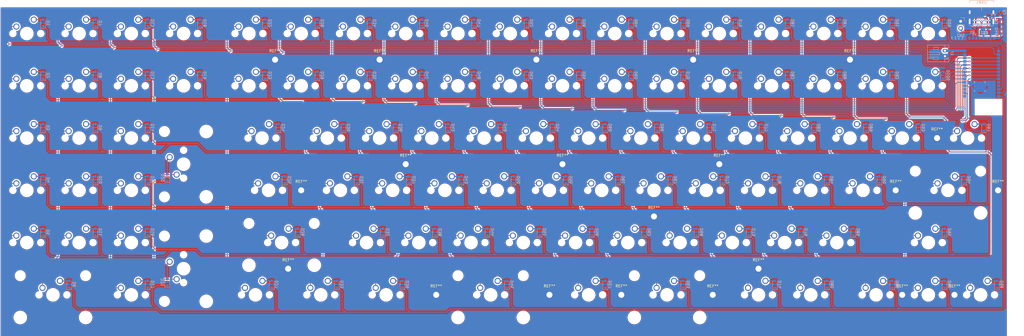
<source format=kicad_pcb>
(kicad_pcb (version 20171130) (host pcbnew "(5.1.9)-1")
  (layers (0 F.Cu signal) (31 B.Cu signal) (34 B.Paste user) (35 F.Paste user) (36 B.SilkS user) (37 F.SilkS user) (38 B.Mask user) (39 F.Mask user) (44 Edge.Cuts user))
  (net 0 "")
  (net 1 GND)
  (net 2 +5V)
  (net 3 "Net-(D1-Pad2)")
  (net 4 /Row[0])
  (net 5 "Net-(D2-Pad2)")
  (net 6 /Row[2])
  (net 7 "Net-(D3-Pad2)")
  (net 8 /Row[4])
  (net 9 "Net-(D4-Pad2)")
  (net 10 "Net-(D5-Pad2)")
  (net 11 "Net-(D6-Pad2)")
  (net 12 "Net-(D7-Pad2)")
  (net 13 /Row[1])
  (net 14 "Net-(D8-Pad2)")
  (net 15 /Row[3])
  (net 16 "Net-(D9-Pad2)")
  (net 17 /Row[5])
  (net 18 "Net-(D10-Pad2)")
  (net 19 "Net-(D11-Pad2)")
  (net 20 "Net-(D12-Pad2)")
  (net 21 "Net-(D13-Pad2)")
  (net 22 "Net-(D14-Pad2)")
  (net 23 "Net-(D15-Pad2)")
  (net 24 "Net-(D16-Pad2)")
  (net 25 "Net-(D17-Pad2)")
  (net 26 "Net-(D18-Pad2)")
  (net 27 "Net-(D19-Pad2)")
  (net 28 "Net-(D20-Pad2)")
  (net 29 "Net-(D21-Pad2)")
  (net 30 "Net-(D22-Pad2)")
  (net 31 "Net-(D23-Pad2)")
  (net 32 "Net-(D24-Pad2)")
  (net 33 "Net-(D25-Pad2)")
  (net 34 "Net-(D26-Pad2)")
  (net 35 "Net-(D27-Pad2)")
  (net 36 "Net-(D28-Pad2)")
  (net 37 USB_D-)
  (net 38 USB_D+)
  (net 39 /Col[0])
  (net 40 /Col[1])
  (net 41 /Col[2])
  (net 42 "Net-(R2-Pad1)")
  (net 43 "Net-(U1-Pad32)")
  (net 44 "Net-(U1-Pad20)")
  (net 45 "Net-(U1-Pad8)")
  (net 46 "Net-(USB1-PadA8)")
  (net 47 "Net-(USB1-PadB8)")
  (net 48 "Net-(D29-Pad2)")
  (net 49 "Net-(D30-Pad2)")
  (net 50 "Net-(D31-Pad2)")
  (net 51 "Net-(D32-Pad2)")
  (net 52 "Net-(D33-Pad2)")
  (net 53 "Net-(D34-Pad2)")
  (net 54 "Net-(D35-Pad2)")
  (net 55 "Net-(D36-Pad2)")
  (net 56 "Net-(D37-Pad2)")
  (net 57 "Net-(D38-Pad2)")
  (net 58 "Net-(D39-Pad2)")
  (net 59 "Net-(D40-Pad2)")
  (net 60 "Net-(D41-Pad2)")
  (net 61 "Net-(D42-Pad2)")
  (net 62 "Net-(D43-Pad2)")
  (net 63 "Net-(D44-Pad2)")
  (net 64 "Net-(D45-Pad2)")
  (net 65 "Net-(D46-Pad1)")
  (net 66 "Net-(D46-Pad2)")
  (net 67 "Net-(D47-Pad2)")
  (net 68 "Net-(D48-Pad2)")
  (net 69 "Net-(D49-Pad2)")
  (net 70 "Net-(D50-Pad2)")
  (net 71 "Net-(D51-Pad2)")
  (net 72 "Net-(D52-Pad2)")
  (net 73 "Net-(D53-Pad2)")
  (net 74 "Net-(D54-Pad2)")
  (net 75 "Net-(D55-Pad2)")
  (net 76 "Net-(D56-Pad2)")
  (net 77 "Net-(D57-Pad2)")
  (net 78 "Net-(D58-Pad2)")
  (net 79 "Net-(D59-Pad2)")
  (net 80 "Net-(D60-Pad2)")
  (net 81 "Net-(D61-Pad2)")
  (net 82 "Net-(D62-Pad2)")
  (net 83 "Net-(D63-Pad2)")
  (net 84 "Net-(D64-Pad2)")
  (net 85 "Net-(D65-Pad2)")
  (net 86 "Net-(D66-Pad2)")
  (net 87 "Net-(D67-Pad2)")
  (net 88 "Net-(D68-Pad2)")
  (net 89 "Net-(D69-Pad2)")
  (net 90 "Net-(D70-Pad2)")
  (net 91 "Net-(D71-Pad2)")
  (net 92 "Net-(D72-Pad2)")
  (net 93 "Net-(D73-Pad2)")
  (net 94 "Net-(D74-Pad2)")
  (net 95 "Net-(D75-Pad2)")
  (net 96 "Net-(D76-Pad2)")
  (net 97 "Net-(D77-Pad2)")
  (net 98 "Net-(D78-Pad2)")
  (net 99 "Net-(D79-Pad2)")
  (net 100 "Net-(D80-Pad2)")
  (net 101 "Net-(D81-Pad2)")
  (net 102 "Net-(D82-Pad2)")
  (net 103 "Net-(D83-Pad2)")
  (net 104 "Net-(D84-Pad2)")
  (net 105 "Net-(D85-Pad2)")
  (net 106 "Net-(D86-Pad2)")
  (net 107 "Net-(D87-Pad2)")
  (net 108 "Net-(D88-Pad2)")
  (net 109 "Net-(D89-Pad2)")
  (net 110 "Net-(D90-Pad2)")
  (net 111 "Net-(D91-Pad2)")
  (net 112 "Net-(D92-Pad2)")
  (net 113 "Net-(D93-Pad2)")
  (net 114 "Net-(D94-Pad2)")
  (net 115 "Net-(D95-Pad2)")
  (net 116 "Net-(D96-Pad2)")
  (net 117 "Net-(D97-Pad2)")
  (net 118 "Net-(D98-Pad2)")
  (net 119 "Net-(F1-Pad2)")
  (net 120 "Net-(J1-Pad2)")
  (net 121 /Col[3])
  (net 122 /Col[4])
  (net 123 /Col[5])
  (net 124 /Col[6])
  (net 125 /Col[7])
  (net 126 /Col[8])
  (net 127 /Col[9])
  (net 128 /Col[10])
  (net 129 /Col[11])
  (net 130 /Col[12])
  (net 131 /Col[13])
  (net 132 /Col[14])
  (net 133 /Col[15])
  (net 134 /Col[16])
  (net 135 /Col[17])
  (net 136 "Net-(R1-Pad2)")
  (net 137 EN)
  (net 138 "Net-(U1-Pad3)")
  (net 139 "Net-(D99-Pad2)")
  (net 140 "Net-(D100-Pad2)")
  (net 141 "Net-(U1-Pad33)")
  (module MountingHole:MountingHole_2.2mm_M2 (layer F.Cu) (at 387.325142 90.481716)
    (fp_text reference REF** (at 0 -3.2) (layer F.SilkS))
    (fp_text value MountingHole_2.2mm_M2)
    (pad 1 np_thru_hole circle (at 0 0) (size 2.2 2.2) (drill 2.2) (layers *.Cu *.Mask))
  )
  (module MountingHole:MountingHole_2.2mm_M2 (layer F.Cu) (at 283.350573 128.579268)
    (fp_text reference REF** (at 0 -3.2) (layer F.SilkS))
    (fp_text value MountingHole_2.2mm_M2)
    (pad 1 np_thru_hole circle (at 0 0) (size 2.2 2.2) (drill 2.2) (layers *.Cu *.Mask))
  )
  (module MountingHole:MountingHole_2.2mm_M2 (layer F.Cu) (at 250.015215 128.579268)
    (fp_text reference REF** (at 0 -3.2) (layer F.SilkS))
    (fp_text value MountingHole_2.2mm_M2)
    (pad 1 np_thru_hole circle (at 0 0) (size 2.2 2.2) (drill 2.2) (layers *.Cu *.Mask))
  )
  (module MountingHole:MountingHole_2.2mm_M2 (layer F.Cu) (at 223.823148 128.579268)
    (fp_text reference REF** (at 0 -3.2) (layer F.SilkS))
    (fp_text value MountingHole_2.2mm_M2)
    (pad 1 np_thru_hole circle (at 0 0) (size 2.2 2.2) (drill 2.2) (layers *.Cu *.Mask))
  )
  (module MountingHole:MountingHole_2.2mm_M2 (layer F.Cu) (at 371.451162 128.579268)
    (fp_text reference REF** (at 0 -3.2) (layer F.SilkS))
    (fp_text value MountingHole_2.2mm_M2)
    (pad 1 np_thru_hole circle (at 0 0) (size 2.2 2.2) (drill 2.2) (layers *.Cu *.Mask))
  )
  (module MountingHole:MountingHole_2.2mm_M2 (layer F.Cu) (at 352.402386 128.579268)
    (fp_text reference REF** (at 0 -3.2) (layer F.SilkS))
    (fp_text value MountingHole_2.2mm_M2)
    (pad 1 np_thru_hole circle (at 0 0) (size 2.2 2.2) (drill 2.2) (layers *.Cu *.Mask))
  )
  (module MountingHole:MountingHole_2.2mm_M2 (layer F.Cu) (at 350.021289 90.481716)
    (fp_text reference REF** (at 0 -3.2) (layer F.SilkS))
    (fp_text value MountingHole_2.2mm_M2)
    (pad 1 np_thru_hole circle (at 0 0) (size 2.2 2.2) (drill 2.2) (layers *.Cu *.Mask))
  )
  (module MountingHole:MountingHole_2.2mm_M2 (layer F.Cu) (at 365.10157 71.43294)
    (fp_text reference REF** (at 0 -3.2) (layer F.SilkS))
    (fp_text value MountingHole_2.2mm_M2)
    (pad 1 np_thru_hole circle (at 0 0) (size 2.2 2.2) (drill 2.2) (layers *.Cu *.Mask))
  )
  (module MountingHole:MountingHole_2.2mm_M2 (layer F.Cu) (at 333.35361 42.859776)
    (fp_text reference REF** (at 0 -3.2) (layer F.SilkS))
    (fp_text value MountingHole_2.2mm_M2)
    (pad 1 np_thru_hole circle (at 0 0) (size 2.2 2.2) (drill 2.2) (layers *.Cu *.Mask))
  )
  (module MountingHole:MountingHole_2.2mm_M2 (layer F.Cu) (at 300.018252 119.05488)
    (fp_text reference REF** (at 0 -3.2) (layer F.SilkS))
    (fp_text value MountingHole_2.2mm_M2)
    (pad 1 np_thru_hole circle (at 0 0) (size 2.2 2.2) (drill 2.2) (layers *.Cu *.Mask))
  )
  (module MountingHole:MountingHole_2.2mm_M2 (layer F.Cu) (at 285.73167 80.957328)
    (fp_text reference REF** (at 0 -3.2) (layer F.SilkS))
    (fp_text value MountingHole_2.2mm_M2)
    (pad 1 np_thru_hole circle (at 0 0) (size 2.2 2.2) (drill 2.2) (layers *.Cu *.Mask))
  )
  (module MountingHole:MountingHole_2.2mm_M2 (layer F.Cu) (at 276.2076 42.8598)
    (fp_text reference REF** (at 0 -3.2) (layer F.SilkS))
    (fp_text value MountingHole_2.2mm_M2)
    (pad 1 np_thru_hole circle (at 0 0) (size 2.2 2.2) (drill 2.2) (layers *.Cu *.Mask))
  )
  (module MountingHole:MountingHole_2.2mm_M2 (layer F.Cu) (at 261.9207 100.006104)
    (fp_text reference REF** (at 0 -3.2) (layer F.SilkS))
    (fp_text value MountingHole_2.2mm_M2)
    (pad 1 np_thru_hole circle (at 0 0) (size 2.2 2.2) (drill 2.2) (layers *.Cu *.Mask))
  )
  (module MountingHole:MountingHole_2.2mm_M2 (layer F.Cu) (at 228.585342 80.957328)
    (fp_text reference REF** (at 0 -3.2) (layer F.SilkS))
    (fp_text value MountingHole_2.2mm_M2)
    (pad 1 np_thru_hole circle (at 0 0) (size 2.2 2.2) (drill 2.2) (layers *.Cu *.Mask))
  )
  (module MountingHole:MountingHole_2.2mm_M2 (layer F.Cu) (at 219.0612 42.8598)
    (fp_text reference REF** (at 0 -3.2) (layer F.SilkS))
    (fp_text value MountingHole_2.2mm_M2)
    (pad 1 np_thru_hole circle (at 0 0) (size 2.2 2.2) (drill 2.2) (layers *.Cu *.Mask))
  )
  (module MountingHole:MountingHole_2.2mm_M2 (layer F.Cu) (at 171.439014 80.957328)
    (fp_text reference REF** (at 0 -3.2) (layer F.SilkS))
    (fp_text value MountingHole_2.2mm_M2)
    (pad 1 np_thru_hole circle (at 0 0) (size 2.2 2.2) (drill 2.2) (layers *.Cu *.Mask))
  )
  (module MountingHole:MountingHole_2.2mm_M2 (layer F.Cu) (at 161.914626 42.859776)
    (fp_text reference REF** (at 0 -3.2) (layer F.SilkS))
    (fp_text value MountingHole_2.2mm_M2)
    (pad 1 np_thru_hole circle (at 0 0) (size 2.2 2.2) (drill 2.2) (layers *.Cu *.Mask))
  )
  (module MountingHole:MountingHole_2.2mm_M2 (layer F.Cu) (at 182.5508 128.579268)
    (fp_text reference REF** (at 0 -3.2) (layer F.SilkS))
    (fp_text value MountingHole_2.2mm_M2)
    (pad 1 np_thru_hole circle (at 0 0) (size 2.2 2.2) (drill 2.2) (layers *.Cu *.Mask))
  )
  (module MountingHole:MountingHole_2.2mm_M2 (layer F.Cu) (at 128.579268 119.05488)
    (fp_text reference REF** (at 0 -3.2) (layer F.SilkS))
    (fp_text value MountingHole_2.2mm_M2)
    (pad 1 np_thru_hole circle (at 0 0) (size 2.2 2.2) (drill 2.2) (layers *.Cu *.Mask))
  )
  (module MountingHole:MountingHole_2.2mm_M2 (layer F.Cu) (at 133.341462 90.481716)
    (fp_text reference REF** (at 0 -3.2) (layer F.SilkS))
    (fp_text value MountingHole_2.2mm_M2)
    (pad 1 np_thru_hole circle (at 0 0) (size 2.2 2.2) (drill 2.2) (layers *.Cu *.Mask))
  )
  (module MountingHole:MountingHole_2.2mm_M2 (layer F.Cu) (at 123.817074 42.859776)
    (fp_text reference REF** (at 0 -3.2) (layer F.SilkS))
    (fp_text value MountingHole_2.2mm_M2)
    (pad 1 np_thru_hole circle (at 0 0) (size 2.2 2.2) (drill 2.2) (layers *.Cu *.Mask))
  )
  (module MX_Only:MXOnly-1U-NoLED (layer F.Cu) (at 176.2014 80.9574)
    (fp_text reference MX43)
    (fp_text value D)
    (pad 2 thru_hole circle (at 12.065 4.445) (size 2.25 2.25) (drill 1.47) (layers *.Cu B.Mask) (net 62 "Net-(D43-Pad2)"))
    (pad "" np_thru_hole circle (at 9.525 9.525) (size 3.9878 3.9878) (drill 3.9878) (layers *.Cu *.Mask))
    (pad 1 thru_hole circle (at 5.715 6.985) (size 2.25 2.25) (drill 1.47) (layers *.Cu B.Mask) (net 125 /Col[7]))
    (pad "" np_thru_hole circle (at 4.445 9.525 48.0996) (size 1.75 1.75) (drill 1.75) (layers *.Cu *.Mask))
    (pad "" np_thru_hole circle (at 14.605 9.525 48.0996) (size 1.75 1.75) (drill 1.75) (layers *.Cu *.Mask))
  )
  (module MX_Only:MXOnly-1U-NoLED (layer F.Cu) (at 142.866 42.8598)
    (fp_text reference MX35)
    (fp_text value 2)
    (pad 2 thru_hole circle (at 12.065 4.445) (size 2.25 2.25) (drill 1.47) (layers *.Cu B.Mask) (net 54 "Net-(D35-Pad2)"))
    (pad "" np_thru_hole circle (at 9.525 9.525) (size 3.9878 3.9878) (drill 3.9878) (layers *.Cu *.Mask))
    (pad 1 thru_hole circle (at 5.715 6.985) (size 2.25 2.25) (drill 1.47) (layers *.Cu B.Mask) (net 124 /Col[6]))
    (pad "" np_thru_hole circle (at 4.445 9.525 48.0996) (size 1.75 1.75) (drill 1.75) (layers *.Cu *.Mask))
    (pad "" np_thru_hole circle (at 14.605 9.525 48.0996) (size 1.75 1.75) (drill 1.75) (layers *.Cu *.Mask))
  )
  (module MX_Only:MXOnly-1U-NoLED (layer F.Cu) (at 280.9698 100.0062)
    (fp_text reference MX72)
    (fp_text value ,)
    (pad 2 thru_hole circle (at 12.065 4.445) (size 2.25 2.25) (drill 1.47) (layers *.Cu B.Mask) (net 93 "Net-(D73-Pad2)"))
    (pad "" np_thru_hole circle (at 9.525 9.525) (size 3.9878 3.9878) (drill 3.9878) (layers *.Cu *.Mask))
    (pad 1 thru_hole circle (at 5.715 6.985) (size 2.25 2.25) (drill 1.47) (layers *.Cu B.Mask) (net 130 /Col[12]))
    (pad "" np_thru_hole circle (at 4.445 9.525 48.0996) (size 1.75 1.75) (drill 1.75) (layers *.Cu *.Mask))
    (pad "" np_thru_hole circle (at 14.605 9.525 48.0996) (size 1.75 1.75) (drill 1.75) (layers *.Cu *.Mask))
  )
  (module Fuse:Fuse_0603_1608Metric_Pad1.05x0.95mm_HandSolder (layer B.Cu) (at 382.826 31.685)
    (fp_text reference F1 (at 0 1.43) (layer B.SilkS) (effects (justify mirror)))
    (fp_text value 500mA)
    (pad 2 smd roundrect (at 0.875 0) (size 1.05 0.95) (layers B.Cu B.Paste B.Mask) (net 119 "Net-(F1-Pad2)"))
    (pad 1 smd roundrect (at -0.875 0) (size 1.05 0.95) (layers B.Cu B.Paste B.Mask) (net 2 +5V))
  )
  (module TinyPICO_Nano:TinyPICO_Nano (layer B.Cu) (at 387.666 34.9228 270)
    (fp_text reference U1 (at -1.3328 9.017 180) (layer B.SilkS) (effects (font (size 0.8 0.8) (thickness 0.153)) (justify mirror)))
    (fp_text value TinyPICO_Nano)
    (pad 2 smd custom (at 17.6784 7.0358 270) (size 2.032 2.032) (layers B.Cu B.Paste B.Mask) (net 1 GND) (options (clearance outline) (anchor rect)) (primitives (gr_poly (pts (xy 2.0916 0.0442) (xy 2.0916 -0.6258) (xy 0.2916 -2.4158) (xy -2.1584 0.0442) (xy -0.0284 2.1642)) (width 0.0001))))
    (pad 23 smd rect (at 4.7752 0.1 270) (size 1 1.2) (layers B.Cu B.Paste B.Mask) (net 40 /Col[1]))
    (pad 24 smd rect (at 6.0452 0.1 270) (size 1 1.2) (layers B.Cu B.Paste B.Mask) (net 41 /Col[2]))
    (pad 25 smd rect (at 7.3152 0.1 270) (size 1 1.2) (layers B.Cu B.Paste B.Mask) (net 129 /Col[11]))
    (pad 26 smd rect (at 8.5852 0.1 270) (size 1 1.2) (layers B.Cu B.Paste B.Mask) (net 130 /Col[12]))
    (pad 27 smd rect (at 9.8552 0.1 270) (size 1 1.2) (layers B.Cu B.Paste B.Mask) (net 131 /Col[13]))
    (pad 28 smd rect (at 11.1252 0.1 270) (size 1 1.2) (layers B.Cu B.Paste B.Mask) (net 132 /Col[14]))
    (pad 29 smd rect (at 12.3952 0.1 270) (size 1 1.2) (layers B.Cu B.Paste B.Mask) (net 133 /Col[15]))
    (pad 30 smd rect (at 13.6652 0.1 270) (size 1 1.2) (layers B.Cu B.Paste B.Mask) (net 134 /Col[16]))
    (pad 31 smd rect (at 14.9352 0.1 270) (size 1 1.2) (layers B.Cu B.Paste B.Mask) (net 135 /Col[17]))
    (pad 32 smd rect (at 16.2052 0.1 270) (size 1 1.2) (layers B.Cu B.Paste B.Mask) (net 43 "Net-(U1-Pad32)"))
    (pad 33 smd rect (at 17.4752 0.1 270) (size 1 1.2) (layers B.Cu B.Paste B.Mask) (net 141 "Net-(U1-Pad33)"))
    (pad 34 smd rect (at 18.7452 0.1 270) (size 1 1.2) (layers B.Cu B.Paste B.Mask) (net 39 /Col[0]))
    (pad 35 smd rect (at 20.0152 0.1 270) (size 1 1.2) (layers B.Cu B.Paste B.Mask) (net 4 /Row[0]))
    (pad 36 smd rect (at 21.2852 0.1 270) (size 1 1.2) (layers B.Cu B.Paste B.Mask) (net 17 /Row[5]))
    (pad 9 smd rect (at 4.7639 12.44 270) (size 1 1.2) (layers B.Cu B.Paste B.Mask) (net 120 "Net-(J1-Pad2)"))
    (pad 10 smd rect (at 6.0339 12.44 270) (size 1 1.2) (layers B.Cu B.Paste B.Mask) (net 121 /Col[3]))
    (pad 11 smd rect (at 7.3039 12.44 270) (size 1 1.2) (layers B.Cu B.Paste B.Mask) (net 122 /Col[4]))
    (pad 12 smd rect (at 8.5739 12.44 270) (size 1 1.2) (layers B.Cu B.Paste B.Mask) (net 123 /Col[5]))
    (pad 13 smd rect (at 9.8439 12.44 270) (size 1 1.2) (layers B.Cu B.Paste B.Mask) (net 13 /Row[1]))
    (pad 14 smd rect (at 11.1139 12.44 270) (size 1 1.2) (layers B.Cu B.Paste B.Mask) (net 124 /Col[6]))
    (pad 15 smd rect (at 12.3839 12.44 270) (size 1 1.2) (layers B.Cu B.Paste B.Mask) (net 125 /Col[7]))
    (pad 16 smd rect (at 13.6539 12.44 270) (size 1 1.2) (layers B.Cu B.Paste B.Mask) (net 126 /Col[8]))
    (pad 17 smd rect (at 14.9239 12.44 270) (size 1 1.2) (layers B.Cu B.Paste B.Mask) (net 127 /Col[9]))
    (pad 18 smd rect (at 16.1939 12.44 270) (size 1 1.2) (layers B.Cu B.Paste B.Mask) (net 128 /Col[10]))
    (pad 19 smd rect (at 17.4639 12.44 270) (size 1 1.2) (layers B.Cu B.Paste B.Mask) (net 8 /Row[4]))
    (pad 20 smd rect (at 18.7339 12.44 270) (size 1 1.2) (layers B.Cu B.Paste B.Mask) (net 44 "Net-(U1-Pad20)"))
    (pad 21 smd rect (at 20.0039 12.44 270) (size 1 1.2) (layers B.Cu B.Paste B.Mask) (net 15 /Row[3]))
    (pad 22 smd rect (at 21.2739 12.44 270) (size 1 1.2) (layers B.Cu B.Paste B.Mask) (net 6 /Row[2]))
    (pad 8 smd rect (at 0.1 10.725 270) (size 1.2 1) (layers B.Cu B.Paste B.Mask) (net 45 "Net-(U1-Pad8)"))
    (pad 7 smd rect (at 0.1 9.455 270) (size 1.2 1) (layers B.Cu B.Paste B.Mask) (net 137 EN))
    (pad 6 smd rect (at 0.1 8.185 270) (size 1.2 1) (layers B.Cu B.Paste B.Mask) (net 38 USB_D+))
    (pad 5 smd rect (at 0.1 6.915 270) (size 1.2 1) (layers B.Cu B.Paste B.Mask) (net 37 USB_D-))
    (pad 4 smd rect (at 0.1 5.645 270) (size 1.2 1) (layers B.Cu B.Paste B.Mask) (net 2 +5V))
    (pad 3 smd rect (at 0.1 4.375 270) (size 1.2 1) (layers B.Cu B.Paste B.Mask) (net 138 "Net-(U1-Pad3)"))
    (pad 2 smd rect (at 0.1 3.105 270) (size 1.2 1) (layers B.Cu B.Paste B.Mask) (net 1 GND))
    (pad 1 smd rect (at 0.1 1.835 270) (size 1.2 1) (layers B.Cu B.Paste B.Mask) (net 65 "Net-(D46-Pad1)"))
  )
  (module MX_Only:MXOnly-1U-NoLED (layer F.Cu) (at 161.9148 42.8598)
    (fp_text reference MX41)
    (fp_text value 3)
    (pad 2 thru_hole circle (at 12.065 4.445) (size 2.25 2.25) (drill 1.47) (layers *.Cu B.Mask) (net 60 "Net-(D41-Pad2)"))
    (pad "" np_thru_hole circle (at 9.525 9.525) (size 3.9878 3.9878) (drill 3.9878) (layers *.Cu *.Mask))
    (pad 1 thru_hole circle (at 5.715 6.985) (size 2.25 2.25) (drill 1.47) (layers *.Cu B.Mask) (net 125 /Col[7]))
    (pad "" np_thru_hole circle (at 4.445 9.525 48.0996) (size 1.75 1.75) (drill 1.75) (layers *.Cu *.Mask))
    (pad "" np_thru_hole circle (at 14.605 9.525 48.0996) (size 1.75 1.75) (drill 1.75) (layers *.Cu *.Mask))
  )
  (module MX_Only:MXOnly-1U-NoLED (layer F.Cu) (at 80.9574 23.811)
    (fp_text reference MX18)
    (fp_text value SP_3)
    (pad 2 thru_hole circle (at 12.065 4.445) (size 2.25 2.25) (drill 1.47) (layers *.Cu B.Mask) (net 26 "Net-(D18-Pad2)"))
    (pad "" np_thru_hole circle (at 9.525 9.525) (size 3.9878 3.9878) (drill 3.9878) (layers *.Cu *.Mask))
    (pad 1 thru_hole circle (at 5.715 6.985) (size 2.25 2.25) (drill 1.47) (layers *.Cu B.Mask) (net 121 /Col[3]))
    (pad "" np_thru_hole circle (at 4.445 9.525 48.0996) (size 1.75 1.75) (drill 1.75) (layers *.Cu *.Mask))
    (pad "" np_thru_hole circle (at 14.605 9.525 48.0996) (size 1.75 1.75) (drill 1.75) (layers *.Cu *.Mask))
  )
  (module MX_Only:MXOnly-1U-NoLED (layer F.Cu) (at 352.4028 42.8598)
    (fp_text reference MX99)
    (fp_text value PgDn)
    (pad 2 thru_hole circle (at 12.065 4.445) (size 2.25 2.25) (drill 1.47) (layers *.Cu B.Mask) (net 140 "Net-(D100-Pad2)"))
    (pad "" np_thru_hole circle (at 9.525 9.525) (size 3.9878 3.9878) (drill 3.9878) (layers *.Cu *.Mask))
    (pad 1 thru_hole circle (at 5.715 6.985) (size 2.25 2.25) (drill 1.47) (layers *.Cu B.Mask) (net 135 /Col[17]))
    (pad "" np_thru_hole circle (at 4.445 9.525 48.0996) (size 1.75 1.75) (drill 1.75) (layers *.Cu *.Mask))
    (pad "" np_thru_hole circle (at 14.605 9.525 48.0996) (size 1.75 1.75) (drill 1.75) (layers *.Cu *.Mask))
  )
  (module MX_Only:MXOnly-1U-NoLED (layer F.Cu) (at 352.4028 23.811)
    (fp_text reference MX98)
    (fp_text value PgUp)
    (pad 2 thru_hole circle (at 12.065 4.445) (size 2.25 2.25) (drill 1.47) (layers *.Cu B.Mask) (net 139 "Net-(D99-Pad2)"))
    (pad "" np_thru_hole circle (at 9.525 9.525) (size 3.9878 3.9878) (drill 3.9878) (layers *.Cu *.Mask))
    (pad 1 thru_hole circle (at 5.715 6.985) (size 2.25 2.25) (drill 1.47) (layers *.Cu B.Mask) (net 135 /Col[17]))
    (pad "" np_thru_hole circle (at 4.445 9.525 48.0996) (size 1.75 1.75) (drill 1.75) (layers *.Cu *.Mask))
    (pad "" np_thru_hole circle (at 14.605 9.525 48.0996) (size 1.75 1.75) (drill 1.75) (layers *.Cu *.Mask))
  )
  (module Diode_SMD:D_SOD-323_HandSoldering (layer B.Cu) (at 367.346 48.556 90)
    (fp_text reference D100 (at 0 1.85 90) (layer B.SilkS) (effects (justify mirror)))
    (fp_text value D)
    (pad 2 smd rect (at 1.25 0 90) (size 1 1) (layers B.Cu B.Paste B.Mask) (net 140 "Net-(D100-Pad2)"))
    (pad 1 smd rect (at -1.25 0 90) (size 1 1) (layers B.Cu B.Paste B.Mask) (net 13 /Row[1]))
  )
  (module Diode_SMD:D_SOD-323_HandSoldering (layer B.Cu) (at 367.854 29.506 90)
    (fp_text reference D99 (at 0 1.85 90) (layer B.SilkS) (effects (justify mirror)))
    (fp_text value D)
    (pad 2 smd rect (at 1.25 0 90) (size 1 1) (layers B.Cu B.Paste B.Mask) (net 139 "Net-(D99-Pad2)"))
    (pad 1 smd rect (at -1.25 0 90) (size 1 1) (layers B.Cu B.Paste B.Mask) (net 4 /Row[0]))
  )
  (module Connector_PinHeader_2.54mm:PinHeader_1x02_P2.54mm_Vertical (layer B.Cu) (at 373.696 28.891 180)
    (fp_text reference SW1 (at 0 -5.08) (layer B.SilkS) (effects (justify mirror)))
    (fp_text value SW_DIP_x01)
    (pad 2 thru_hole oval (at 0 -2.54 180) (size 1.7 1.7) (drill 1) (layers *.Cu *.Mask) (net 137 EN))
    (pad 1 thru_hole rect (at 0 0 180) (size 1.7 1.7) (drill 1) (layers *.Cu *.Mask) (net 1 GND))
  )
  (module MX_Only:MXOnly-2U-NoLED (layer F.Cu) (at 247.6344 119.055)
    (fp_text reference MX62)
    (fp_text value Backspace)
    (pad 2 thru_hole circle (at 21.59 4.445) (size 2.25 2.25) (drill 1.47) (layers *.Cu B.Mask) (net 83 "Net-(D63-Pad2)"))
    (pad "" np_thru_hole circle (at 19.05 9.525) (size 3.9878 3.9878) (drill 3.9878) (layers *.Cu *.Mask))
    (pad 1 thru_hole circle (at 15.24 6.985) (size 2.25 2.25) (drill 1.47) (layers *.Cu B.Mask) (net 128 /Col[10]))
    (pad "" np_thru_hole circle (at 13.97 9.525 48.0996) (size 1.75 1.75) (drill 1.75) (layers *.Cu *.Mask))
    (pad "" np_thru_hole circle (at 24.13 9.525 48.0996) (size 1.75 1.75) (drill 1.75) (layers *.Cu *.Mask))
    (pad "" np_thru_hole circle (at 7.14375 2.54) (size 3.048 3.048) (drill 3.048) (layers *.Cu *.Mask))
    (pad "" np_thru_hole circle (at 30.95625 2.54) (size 3.048 3.048) (drill 3.048) (layers *.Cu *.Mask))
    (pad "" np_thru_hole circle (at 7.14375 17.78) (size 3.9878 3.9878) (drill 3.9878) (layers *.Cu *.Mask))
    (pad "" np_thru_hole circle (at 30.95625 17.78) (size 3.9878 3.9878) (drill 3.9878) (layers *.Cu *.Mask))
  )
  (module Type-C:USB_C_GCT_USB4085 (layer B.Cu) (at 381.316 23.811)
    (fp_text reference USB1 (at 0 -1.85) (layer B.SilkS) (effects (justify mirror)))
    (fp_text value USB4085-GF-A)
    (pad A5 thru_hole circle (at -1.275 6.1) (size 0.65 0.65) (drill 0.4) (layers *.Cu *.Mask) (net 136 "Net-(R1-Pad2)"))
    (pad A1 thru_hole circle (at -2.975 6.1) (size 0.65 0.65) (drill 0.4) (layers *.Cu *.Mask) (net 1 GND))
    (pad A4 thru_hole circle (at -2.125 6.1) (size 0.65 0.65) (drill 0.4) (layers *.Cu *.Mask) (net 119 "Net-(F1-Pad2)"))
    (pad A6 thru_hole circle (at -0.425 6.1) (size 0.65 0.65) (drill 0.4) (layers *.Cu *.Mask) (net 38 USB_D+))
    (pad A7 thru_hole circle (at 0.425 6.1) (size 0.65 0.65) (drill 0.4) (layers *.Cu *.Mask) (net 37 USB_D-))
    (pad A8 thru_hole circle (at 1.275 6.1) (size 0.65 0.65) (drill 0.4) (layers *.Cu *.Mask) (net 46 "Net-(USB1-PadA8)"))
    (pad A9 thru_hole circle (at 2.125 6.1) (size 0.65 0.65) (drill 0.4) (layers *.Cu *.Mask) (net 119 "Net-(F1-Pad2)"))
    (pad A12 thru_hole circle (at 2.975 6.1) (size 0.65 0.65) (drill 0.4) (layers *.Cu *.Mask) (net 1 GND))
    (pad B12 thru_hole circle (at -2.975 4.775) (size 0.65 0.65) (drill 0.4) (layers *.Cu *.Mask) (net 1 GND))
    (pad B9 thru_hole circle (at -2.12 4.775) (size 0.65 0.65) (drill 0.4) (layers *.Cu *.Mask) (net 119 "Net-(F1-Pad2)"))
    (pad B8 thru_hole circle (at -1.27 4.775) (size 0.65 0.65) (drill 0.4) (layers *.Cu *.Mask) (net 47 "Net-(USB1-PadB8)"))
    (pad B7 thru_hole circle (at -0.42 4.775) (size 0.65 0.65) (drill 0.4) (layers *.Cu *.Mask) (net 37 USB_D-))
    (pad B6 thru_hole circle (at 0.43 4.775) (size 0.65 0.65) (drill 0.4) (layers *.Cu *.Mask) (net 38 USB_D+))
    (pad B5 thru_hole circle (at 1.28 4.775) (size 0.65 0.65) (drill 0.4) (layers *.Cu *.Mask) (net 42 "Net-(R2-Pad1)"))
    (pad B4 thru_hole circle (at 2.13 4.775) (size 0.65 0.65) (drill 0.4) (layers *.Cu *.Mask) (net 119 "Net-(F1-Pad2)"))
    (pad B1 thru_hole circle (at 2.98 4.775) (size 0.65 0.65) (drill 0.4) (layers *.Cu *.Mask) (net 1 GND))
    (pad S1 thru_hole oval (at -4.325 5.12) (size 0.9 2.4) (drill oval 0.6 2.1) (layers *.Cu *.Mask) (net 1 GND))
    (pad S1 thru_hole oval (at 4.325 5.12) (size 0.9 2.4) (drill oval 0.6 2.1) (layers *.Cu *.Mask) (net 1 GND))
    (pad S1 thru_hole oval (at -4.325 1.74) (size 0.9 1.7) (drill oval 0.6 1.4) (layers *.Cu *.Mask) (net 1 GND))
    (pad S1 thru_hole oval (at 4.325 1.74) (size 0.9 1.7) (drill oval 0.6 1.4) (layers *.Cu *.Mask) (net 1 GND))
  )
  (module Resistor_SMD:R_0603_1608Metric_Pad0.98x0.95mm_HandSolder (layer B.Cu) (at 388.301 29.0415 270)
    (fp_text reference R3 (at 0 1.43 90) (layer B.SilkS) (effects (justify mirror)))
    (fp_text value 2k)
    (pad 2 smd roundrect (at 0.9125 0 270) (size 0.975 0.95) (layers B.Cu B.Paste B.Mask) (net 66 "Net-(D46-Pad2)"))
    (pad 1 smd roundrect (at -0.9125 0 270) (size 0.975 0.95) (layers B.Cu B.Paste B.Mask) (net 2 +5V))
  )
  (module Resistor_SMD:R_0603_1608Metric (layer B.Cu) (at 388.301 25.526 90)
    (fp_text reference R2 (at 0 1.43 90) (layer B.SilkS) (effects (justify mirror)))
    (fp_text value 5.1k)
    (pad 2 smd roundrect (at 0.825 0 90) (size 0.8 0.95) (layers B.Cu B.Paste B.Mask) (net 1 GND))
    (pad 1 smd roundrect (at -0.825 0 90) (size 0.8 0.95) (layers B.Cu B.Paste B.Mask) (net 42 "Net-(R2-Pad1)"))
  )
  (module Resistor_SMD:R_0603_1608Metric (layer B.Cu) (at 377.951 31.431)
    (fp_text reference R1 (at 0 1.43) (layer B.SilkS) (effects (justify mirror)))
    (fp_text value 5.1k)
    (pad 2 smd roundrect (at 0.825 0) (size 0.8 0.95) (layers B.Cu B.Paste B.Mask) (net 136 "Net-(R1-Pad2)"))
    (pad 1 smd roundrect (at -0.825 0) (size 0.8 0.95) (layers B.Cu B.Paste B.Mask) (net 1 GND))
  )
  (module MX_Only:MXOnly-1U-NoLED (layer F.Cu) (at 371.4516 119.055)
    (fp_text reference MX97)
    (fp_text value Right)
    (pad 2 thru_hole circle (at 12.065 4.445) (size 2.25 2.25) (drill 1.47) (layers *.Cu B.Mask) (net 118 "Net-(D98-Pad2)"))
    (pad "" np_thru_hole circle (at 9.525 9.525) (size 3.9878 3.9878) (drill 3.9878) (layers *.Cu *.Mask))
    (pad 1 thru_hole circle (at 5.715 6.985) (size 2.25 2.25) (drill 1.47) (layers *.Cu B.Mask) (net 135 /Col[17]))
    (pad "" np_thru_hole circle (at 4.445 9.525 48.0996) (size 1.75 1.75) (drill 1.75) (layers *.Cu *.Mask))
    (pad "" np_thru_hole circle (at 14.605 9.525 48.0996) (size 1.75 1.75) (drill 1.75) (layers *.Cu *.Mask))
  )
  (module MX_Only:MXOnly-1.5U-NoLED (layer F.Cu) (at 361.9272 61.9086)
    (fp_text reference MX96)
    (fp_text value \)
    (pad 2 thru_hole circle (at 16.8275 4.445) (size 2.25 2.25) (drill 1.47) (layers *.Cu B.Mask) (net 117 "Net-(D97-Pad2)"))
    (pad "" np_thru_hole circle (at 14.2875 9.525) (size 3.9878 3.9878) (drill 3.9878) (layers *.Cu *.Mask))
    (pad 1 thru_hole circle (at 10.4775 6.985) (size 2.25 2.25) (drill 1.47) (layers *.Cu B.Mask) (net 135 /Col[17]))
    (pad "" np_thru_hole circle (at 9.2075 9.525 48.0996) (size 1.75 1.75) (drill 1.75) (layers *.Cu *.Mask))
    (pad "" np_thru_hole circle (at 19.3675 9.525 48.0996) (size 1.75 1.75) (drill 1.75) (layers *.Cu *.Mask))
  )
  (module MX_Only:MXOnly-1U-NoLED (layer F.Cu) (at 352.4028 119.055)
    (fp_text reference MX95)
    (fp_text value Down)
    (pad 2 thru_hole circle (at 12.065 4.445) (size 2.25 2.25) (drill 1.47) (layers *.Cu B.Mask) (net 116 "Net-(D96-Pad2)"))
    (pad "" np_thru_hole circle (at 9.525 9.525) (size 3.9878 3.9878) (drill 3.9878) (layers *.Cu *.Mask))
    (pad 1 thru_hole circle (at 5.715 6.985) (size 2.25 2.25) (drill 1.47) (layers *.Cu B.Mask) (net 134 /Col[16]))
    (pad "" np_thru_hole circle (at 4.445 9.525 48.0996) (size 1.75 1.75) (drill 1.75) (layers *.Cu *.Mask))
    (pad "" np_thru_hole circle (at 14.605 9.525 48.0996) (size 1.75 1.75) (drill 1.75) (layers *.Cu *.Mask))
  )
  (module MX_Only:MXOnly-1U-NoLED (layer F.Cu) (at 352.4028 100.0062)
    (fp_text reference MX94)
    (fp_text value Up)
    (pad 2 thru_hole circle (at 12.065 4.445) (size 2.25 2.25) (drill 1.47) (layers *.Cu B.Mask) (net 115 "Net-(D95-Pad2)"))
    (pad "" np_thru_hole circle (at 9.525 9.525) (size 3.9878 3.9878) (drill 3.9878) (layers *.Cu *.Mask))
    (pad 1 thru_hole circle (at 5.715 6.985) (size 2.25 2.25) (drill 1.47) (layers *.Cu B.Mask) (net 134 /Col[16]))
    (pad "" np_thru_hole circle (at 4.445 9.525 48.0996) (size 1.75 1.75) (drill 1.75) (layers *.Cu *.Mask))
    (pad "" np_thru_hole circle (at 14.605 9.525 48.0996) (size 1.75 1.75) (drill 1.75) (layers *.Cu *.Mask))
  )
  (module MX_Only:MXOnly-2.25U-NoLED (layer F.Cu) (at 347.6406 80.9574)
    (fp_text reference MX93)
    (fp_text value Enter)
    (pad 2 thru_hole circle (at 23.97125 4.445) (size 2.25 2.25) (drill 1.47) (layers *.Cu B.Mask) (net 114 "Net-(D94-Pad2)"))
    (pad "" np_thru_hole circle (at 21.43125 9.525) (size 3.9878 3.9878) (drill 3.9878) (layers *.Cu *.Mask))
    (pad 1 thru_hole circle (at 17.62125 6.985) (size 2.25 2.25) (drill 1.47) (layers *.Cu B.Mask) (net 134 /Col[16]))
    (pad "" np_thru_hole circle (at 16.35125 9.525 48.0996) (size 1.75 1.75) (drill 1.75) (layers *.Cu *.Mask))
    (pad "" np_thru_hole circle (at 26.51125 9.525 48.0996) (size 1.75 1.75) (drill 1.75) (layers *.Cu *.Mask))
    (pad "" np_thru_hole circle (at 9.525 2.54) (size 3.048 3.048) (drill 3.048) (layers *.Cu *.Mask))
    (pad "" np_thru_hole circle (at 33.3375 2.54) (size 3.048 3.048) (drill 3.048) (layers *.Cu *.Mask))
    (pad "" np_thru_hole circle (at 9.525 17.78) (size 3.9878 3.9878) (drill 3.9878) (layers *.Cu *.Mask))
    (pad "" np_thru_hole circle (at 33.3375 17.78) (size 3.9878 3.9878) (drill 3.9878) (layers *.Cu *.Mask))
  )
  (module MX_Only:MXOnly-1U-NoLED (layer F.Cu) (at 342.8784 61.9086)
    (fp_text reference MX92)
    (fp_text value ])
    (pad 2 thru_hole circle (at 12.065 4.445) (size 2.25 2.25) (drill 1.47) (layers *.Cu B.Mask) (net 113 "Net-(D93-Pad2)"))
    (pad "" np_thru_hole circle (at 9.525 9.525) (size 3.9878 3.9878) (drill 3.9878) (layers *.Cu *.Mask))
    (pad 1 thru_hole circle (at 5.715 6.985) (size 2.25 2.25) (drill 1.47) (layers *.Cu B.Mask) (net 134 /Col[16]))
    (pad "" np_thru_hole circle (at 4.445 9.525 48.0996) (size 1.75 1.75) (drill 1.75) (layers *.Cu *.Mask))
    (pad "" np_thru_hole circle (at 14.605 9.525 48.0996) (size 1.75 1.75) (drill 1.75) (layers *.Cu *.Mask))
  )
  (module MX_Only:MXOnly-1U-NoLED (layer F.Cu) (at 333.354 42.8598)
    (fp_text reference MX91)
    (fp_text value =)
    (pad 2 thru_hole circle (at 12.065 4.445) (size 2.25 2.25) (drill 1.47) (layers *.Cu B.Mask) (net 112 "Net-(D92-Pad2)"))
    (pad "" np_thru_hole circle (at 9.525 9.525) (size 3.9878 3.9878) (drill 3.9878) (layers *.Cu *.Mask))
    (pad 1 thru_hole circle (at 5.715 6.985) (size 2.25 2.25) (drill 1.47) (layers *.Cu B.Mask) (net 134 /Col[16]))
    (pad "" np_thru_hole circle (at 4.445 9.525 48.0996) (size 1.75 1.75) (drill 1.75) (layers *.Cu *.Mask))
    (pad "" np_thru_hole circle (at 14.605 9.525 48.0996) (size 1.75 1.75) (drill 1.75) (layers *.Cu *.Mask))
  )
  (module MX_Only:MXOnly-1U-NoLED (layer F.Cu) (at 333.354 23.811)
    (fp_text reference MX90)
    (fp_text value F12)
    (pad 2 thru_hole circle (at 12.065 4.445) (size 2.25 2.25) (drill 1.47) (layers *.Cu B.Mask) (net 111 "Net-(D91-Pad2)"))
    (pad "" np_thru_hole circle (at 9.525 9.525) (size 3.9878 3.9878) (drill 3.9878) (layers *.Cu *.Mask))
    (pad 1 thru_hole circle (at 5.715 6.985) (size 2.25 2.25) (drill 1.47) (layers *.Cu B.Mask) (net 134 /Col[16]))
    (pad "" np_thru_hole circle (at 4.445 9.525 48.0996) (size 1.75 1.75) (drill 1.75) (layers *.Cu *.Mask))
    (pad "" np_thru_hole circle (at 14.605 9.525 48.0996) (size 1.75 1.75) (drill 1.75) (layers *.Cu *.Mask))
  )
  (module MX_Only:MXOnly-1U-NoLED (layer F.Cu) (at 328.5918 80.9574)
    (fp_text reference MX89)
    (fp_text value ')
    (pad 2 thru_hole circle (at 12.065 4.445) (size 2.25 2.25) (drill 1.47) (layers *.Cu B.Mask) (net 110 "Net-(D90-Pad2)"))
    (pad "" np_thru_hole circle (at 9.525 9.525) (size 3.9878 3.9878) (drill 3.9878) (layers *.Cu *.Mask))
    (pad 1 thru_hole circle (at 5.715 6.985) (size 2.25 2.25) (drill 1.47) (layers *.Cu B.Mask) (net 133 /Col[15]))
    (pad "" np_thru_hole circle (at 4.445 9.525 48.0996) (size 1.75 1.75) (drill 1.75) (layers *.Cu *.Mask))
    (pad "" np_thru_hole circle (at 14.605 9.525 48.0996) (size 1.75 1.75) (drill 1.75) (layers *.Cu *.Mask))
  )
  (module MX_Only:MXOnly-1U-NoLED (layer F.Cu) (at 323.8296 61.9086)
    (fp_text reference MX88)
    (fp_text value [)
    (pad 2 thru_hole circle (at 12.065 4.445) (size 2.25 2.25) (drill 1.47) (layers *.Cu B.Mask) (net 109 "Net-(D89-Pad2)"))
    (pad "" np_thru_hole circle (at 9.525 9.525) (size 3.9878 3.9878) (drill 3.9878) (layers *.Cu *.Mask))
    (pad 1 thru_hole circle (at 5.715 6.985) (size 2.25 2.25) (drill 1.47) (layers *.Cu B.Mask) (net 133 /Col[15]))
    (pad "" np_thru_hole circle (at 4.445 9.525 48.0996) (size 1.75 1.75) (drill 1.75) (layers *.Cu *.Mask))
    (pad "" np_thru_hole circle (at 14.605 9.525 48.0996) (size 1.75 1.75) (drill 1.75) (layers *.Cu *.Mask))
  )
  (module MX_Only:MXOnly-1U-NoLED (layer F.Cu) (at 314.3052 42.8598)
    (fp_text reference MX87)
    (fp_text value -)
    (pad 2 thru_hole circle (at 12.065 4.445) (size 2.25 2.25) (drill 1.47) (layers *.Cu B.Mask) (net 108 "Net-(D88-Pad2)"))
    (pad "" np_thru_hole circle (at 9.525 9.525) (size 3.9878 3.9878) (drill 3.9878) (layers *.Cu *.Mask))
    (pad 1 thru_hole circle (at 5.715 6.985) (size 2.25 2.25) (drill 1.47) (layers *.Cu B.Mask) (net 133 /Col[15]))
    (pad "" np_thru_hole circle (at 4.445 9.525 48.0996) (size 1.75 1.75) (drill 1.75) (layers *.Cu *.Mask))
    (pad "" np_thru_hole circle (at 14.605 9.525 48.0996) (size 1.75 1.75) (drill 1.75) (layers *.Cu *.Mask))
  )
  (module MX_Only:MXOnly-1U-NoLED (layer F.Cu) (at 314.3052 23.811)
    (fp_text reference MX86)
    (fp_text value F11)
    (pad 2 thru_hole circle (at 12.065 4.445) (size 2.25 2.25) (drill 1.47) (layers *.Cu B.Mask) (net 107 "Net-(D87-Pad2)"))
    (pad "" np_thru_hole circle (at 9.525 9.525) (size 3.9878 3.9878) (drill 3.9878) (layers *.Cu *.Mask))
    (pad 1 thru_hole circle (at 5.715 6.985) (size 2.25 2.25) (drill 1.47) (layers *.Cu B.Mask) (net 133 /Col[15]))
    (pad "" np_thru_hole circle (at 4.445 9.525 48.0996) (size 1.75 1.75) (drill 1.75) (layers *.Cu *.Mask))
    (pad "" np_thru_hole circle (at 14.605 9.525 48.0996) (size 1.75 1.75) (drill 1.75) (layers *.Cu *.Mask))
  )
  (module MX_Only:MXOnly-1U-NoLED (layer F.Cu) (at 333.354 119.055)
    (fp_text reference MX85)
    (fp_text value Left)
    (pad 2 thru_hole circle (at 12.065 4.445) (size 2.25 2.25) (drill 1.47) (layers *.Cu B.Mask) (net 106 "Net-(D86-Pad2)"))
    (pad "" np_thru_hole circle (at 9.525 9.525) (size 3.9878 3.9878) (drill 3.9878) (layers *.Cu *.Mask))
    (pad 1 thru_hole circle (at 5.715 6.985) (size 2.25 2.25) (drill 1.47) (layers *.Cu B.Mask) (net 132 /Col[14]))
    (pad "" np_thru_hole circle (at 4.445 9.525 48.0996) (size 1.75 1.75) (drill 1.75) (layers *.Cu *.Mask))
    (pad "" np_thru_hole circle (at 14.605 9.525 48.0996) (size 1.75 1.75) (drill 1.75) (layers *.Cu *.Mask))
  )
  (module MX_Only:MXOnly-1U-NoLED (layer F.Cu) (at 319.0674 100.0062)
    (fp_text reference MX84)
    (fp_text value /)
    (pad 2 thru_hole circle (at 12.065 4.445) (size 2.25 2.25) (drill 1.47) (layers *.Cu B.Mask) (net 105 "Net-(D85-Pad2)"))
    (pad "" np_thru_hole circle (at 9.525 9.525) (size 3.9878 3.9878) (drill 3.9878) (layers *.Cu *.Mask))
    (pad 1 thru_hole circle (at 5.715 6.985) (size 2.25 2.25) (drill 1.47) (layers *.Cu B.Mask) (net 132 /Col[14]))
    (pad "" np_thru_hole circle (at 4.445 9.525 48.0996) (size 1.75 1.75) (drill 1.75) (layers *.Cu *.Mask))
    (pad "" np_thru_hole circle (at 14.605 9.525 48.0996) (size 1.75 1.75) (drill 1.75) (layers *.Cu *.Mask))
  )
  (module MX_Only:MXOnly-1U-NoLED (layer F.Cu) (at 309.543 80.9574)
    (fp_text reference MX83)
    (fp_text value ;)
    (pad 2 thru_hole circle (at 12.065 4.445) (size 2.25 2.25) (drill 1.47) (layers *.Cu B.Mask) (net 104 "Net-(D84-Pad2)"))
    (pad "" np_thru_hole circle (at 9.525 9.525) (size 3.9878 3.9878) (drill 3.9878) (layers *.Cu *.Mask))
    (pad 1 thru_hole circle (at 5.715 6.985) (size 2.25 2.25) (drill 1.47) (layers *.Cu B.Mask) (net 132 /Col[14]))
    (pad "" np_thru_hole circle (at 4.445 9.525 48.0996) (size 1.75 1.75) (drill 1.75) (layers *.Cu *.Mask))
    (pad "" np_thru_hole circle (at 14.605 9.525 48.0996) (size 1.75 1.75) (drill 1.75) (layers *.Cu *.Mask))
  )
  (module MX_Only:MXOnly-1U-NoLED (layer F.Cu) (at 304.7808 61.9086)
    (fp_text reference MX82)
    (fp_text value P)
    (pad 2 thru_hole circle (at 12.065 4.445) (size 2.25 2.25) (drill 1.47) (layers *.Cu B.Mask) (net 103 "Net-(D83-Pad2)"))
    (pad "" np_thru_hole circle (at 9.525 9.525) (size 3.9878 3.9878) (drill 3.9878) (layers *.Cu *.Mask))
    (pad 1 thru_hole circle (at 5.715 6.985) (size 2.25 2.25) (drill 1.47) (layers *.Cu B.Mask) (net 132 /Col[14]))
    (pad "" np_thru_hole circle (at 4.445 9.525 48.0996) (size 1.75 1.75) (drill 1.75) (layers *.Cu *.Mask))
    (pad "" np_thru_hole circle (at 14.605 9.525 48.0996) (size 1.75 1.75) (drill 1.75) (layers *.Cu *.Mask))
  )
  (module MX_Only:MXOnly-1U-NoLED (layer F.Cu) (at 295.2564 42.8598)
    (fp_text reference MX81)
    (fp_text value 0)
    (pad 2 thru_hole circle (at 12.065 4.445) (size 2.25 2.25) (drill 1.47) (layers *.Cu B.Mask) (net 102 "Net-(D82-Pad2)"))
    (pad "" np_thru_hole circle (at 9.525 9.525) (size 3.9878 3.9878) (drill 3.9878) (layers *.Cu *.Mask))
    (pad 1 thru_hole circle (at 5.715 6.985) (size 2.25 2.25) (drill 1.47) (layers *.Cu B.Mask) (net 132 /Col[14]))
    (pad "" np_thru_hole circle (at 4.445 9.525 48.0996) (size 1.75 1.75) (drill 1.75) (layers *.Cu *.Mask))
    (pad "" np_thru_hole circle (at 14.605 9.525 48.0996) (size 1.75 1.75) (drill 1.75) (layers *.Cu *.Mask))
  )
  (module MX_Only:MXOnly-1U-NoLED (layer F.Cu) (at 295.2564 23.811)
    (fp_text reference MX80)
    (fp_text value F10)
    (pad 2 thru_hole circle (at 12.065 4.445) (size 2.25 2.25) (drill 1.47) (layers *.Cu B.Mask) (net 101 "Net-(D81-Pad2)"))
    (pad "" np_thru_hole circle (at 9.525 9.525) (size 3.9878 3.9878) (drill 3.9878) (layers *.Cu *.Mask))
    (pad 1 thru_hole circle (at 5.715 6.985) (size 2.25 2.25) (drill 1.47) (layers *.Cu B.Mask) (net 132 /Col[14]))
    (pad "" np_thru_hole circle (at 4.445 9.525 48.0996) (size 1.75 1.75) (drill 1.75) (layers *.Cu *.Mask))
    (pad "" np_thru_hole circle (at 14.605 9.525 48.0996) (size 1.75 1.75) (drill 1.75) (layers *.Cu *.Mask))
  )
  (module MX_Only:MXOnly-1U-NoLED (layer F.Cu) (at 309.543 119.055)
    (fp_text reference MX79)
    (fp_text value End)
    (pad 2 thru_hole circle (at 12.065 4.445) (size 2.25 2.25) (drill 1.47) (layers *.Cu B.Mask) (net 100 "Net-(D80-Pad2)"))
    (pad "" np_thru_hole circle (at 9.525 9.525) (size 3.9878 3.9878) (drill 3.9878) (layers *.Cu *.Mask))
    (pad 1 thru_hole circle (at 5.715 6.985) (size 2.25 2.25) (drill 1.47) (layers *.Cu B.Mask) (net 131 /Col[13]))
    (pad "" np_thru_hole circle (at 4.445 9.525 48.0996) (size 1.75 1.75) (drill 1.75) (layers *.Cu *.Mask))
    (pad "" np_thru_hole circle (at 14.605 9.525 48.0996) (size 1.75 1.75) (drill 1.75) (layers *.Cu *.Mask))
  )
  (module MX_Only:MXOnly-1U-NoLED (layer F.Cu) (at 300.0186 100.0062)
    (fp_text reference MX78)
    (fp_text value .)
    (pad 2 thru_hole circle (at 12.065 4.445) (size 2.25 2.25) (drill 1.47) (layers *.Cu B.Mask) (net 99 "Net-(D79-Pad2)"))
    (pad "" np_thru_hole circle (at 9.525 9.525) (size 3.9878 3.9878) (drill 3.9878) (layers *.Cu *.Mask))
    (pad 1 thru_hole circle (at 5.715 6.985) (size 2.25 2.25) (drill 1.47) (layers *.Cu B.Mask) (net 131 /Col[13]))
    (pad "" np_thru_hole circle (at 4.445 9.525 48.0996) (size 1.75 1.75) (drill 1.75) (layers *.Cu *.Mask))
    (pad "" np_thru_hole circle (at 14.605 9.525 48.0996) (size 1.75 1.75) (drill 1.75) (layers *.Cu *.Mask))
  )
  (module MX_Only:MXOnly-1U-NoLED (layer F.Cu) (at 290.4942 80.9574)
    (fp_text reference MX77)
    (fp_text value L)
    (pad 2 thru_hole circle (at 12.065 4.445) (size 2.25 2.25) (drill 1.47) (layers *.Cu B.Mask) (net 98 "Net-(D78-Pad2)"))
    (pad "" np_thru_hole circle (at 9.525 9.525) (size 3.9878 3.9878) (drill 3.9878) (layers *.Cu *.Mask))
    (pad 1 thru_hole circle (at 5.715 6.985) (size 2.25 2.25) (drill 1.47) (layers *.Cu B.Mask) (net 131 /Col[13]))
    (pad "" np_thru_hole circle (at 4.445 9.525 48.0996) (size 1.75 1.75) (drill 1.75) (layers *.Cu *.Mask))
    (pad "" np_thru_hole circle (at 14.605 9.525 48.0996) (size 1.75 1.75) (drill 1.75) (layers *.Cu *.Mask))
  )
  (module MX_Only:MXOnly-1U-NoLED (layer F.Cu) (at 285.732 61.9086)
    (fp_text reference MX76)
    (fp_text value O)
    (pad 2 thru_hole circle (at 12.065 4.445) (size 2.25 2.25) (drill 1.47) (layers *.Cu B.Mask) (net 97 "Net-(D77-Pad2)"))
    (pad "" np_thru_hole circle (at 9.525 9.525) (size 3.9878 3.9878) (drill 3.9878) (layers *.Cu *.Mask))
    (pad 1 thru_hole circle (at 5.715 6.985) (size 2.25 2.25) (drill 1.47) (layers *.Cu B.Mask) (net 131 /Col[13]))
    (pad "" np_thru_hole circle (at 4.445 9.525 48.0996) (size 1.75 1.75) (drill 1.75) (layers *.Cu *.Mask))
    (pad "" np_thru_hole circle (at 14.605 9.525 48.0996) (size 1.75 1.75) (drill 1.75) (layers *.Cu *.Mask))
  )
  (module MX_Only:MXOnly-1U-NoLED (layer F.Cu) (at 276.2076 42.8598)
    (fp_text reference MX75)
    (fp_text value 9)
    (pad 2 thru_hole circle (at 12.065 4.445) (size 2.25 2.25) (drill 1.47) (layers *.Cu B.Mask) (net 96 "Net-(D76-Pad2)"))
    (pad "" np_thru_hole circle (at 9.525 9.525) (size 3.9878 3.9878) (drill 3.9878) (layers *.Cu *.Mask))
    (pad 1 thru_hole circle (at 5.715 6.985) (size 2.25 2.25) (drill 1.47) (layers *.Cu B.Mask) (net 131 /Col[13]))
    (pad "" np_thru_hole circle (at 4.445 9.525 48.0996) (size 1.75 1.75) (drill 1.75) (layers *.Cu *.Mask))
    (pad "" np_thru_hole circle (at 14.605 9.525 48.0996) (size 1.75 1.75) (drill 1.75) (layers *.Cu *.Mask))
  )
  (module MX_Only:MXOnly-1U-NoLED (layer F.Cu) (at 276.2076 23.811)
    (fp_text reference MX74)
    (fp_text value F9)
    (pad 2 thru_hole circle (at 12.065 4.445) (size 2.25 2.25) (drill 1.47) (layers *.Cu B.Mask) (net 95 "Net-(D75-Pad2)"))
    (pad "" np_thru_hole circle (at 9.525 9.525) (size 3.9878 3.9878) (drill 3.9878) (layers *.Cu *.Mask))
    (pad 1 thru_hole circle (at 5.715 6.985) (size 2.25 2.25) (drill 1.47) (layers *.Cu B.Mask) (net 131 /Col[13]))
    (pad "" np_thru_hole circle (at 4.445 9.525 48.0996) (size 1.75 1.75) (drill 1.75) (layers *.Cu *.Mask))
    (pad "" np_thru_hole circle (at 14.605 9.525 48.0996) (size 1.75 1.75) (drill 1.75) (layers *.Cu *.Mask))
  )
  (module MX_Only:MXOnly-1U-NoLED (layer F.Cu) (at 290.4942 119.055)
    (fp_text reference MX73)
    (fp_text value Home)
    (pad 2 thru_hole circle (at 12.065 4.445) (size 2.25 2.25) (drill 1.47) (layers *.Cu B.Mask) (net 94 "Net-(D74-Pad2)"))
    (pad "" np_thru_hole circle (at 9.525 9.525) (size 3.9878 3.9878) (drill 3.9878) (layers *.Cu *.Mask))
    (pad 1 thru_hole circle (at 5.715 6.985) (size 2.25 2.25) (drill 1.47) (layers *.Cu B.Mask) (net 130 /Col[12]))
    (pad "" np_thru_hole circle (at 4.445 9.525 48.0996) (size 1.75 1.75) (drill 1.75) (layers *.Cu *.Mask))
    (pad "" np_thru_hole circle (at 14.605 9.525 48.0996) (size 1.75 1.75) (drill 1.75) (layers *.Cu *.Mask))
  )
  (module MX_Only:MXOnly-1U-NoLED (layer F.Cu) (at 271.4454 80.9574)
    (fp_text reference MX71)
    (fp_text value K)
    (pad 2 thru_hole circle (at 12.065 4.445) (size 2.25 2.25) (drill 1.47) (layers *.Cu B.Mask) (net 92 "Net-(D72-Pad2)"))
    (pad "" np_thru_hole circle (at 9.525 9.525) (size 3.9878 3.9878) (drill 3.9878) (layers *.Cu *.Mask))
    (pad 1 thru_hole circle (at 5.715 6.985) (size 2.25 2.25) (drill 1.47) (layers *.Cu B.Mask) (net 130 /Col[12]))
    (pad "" np_thru_hole circle (at 4.445 9.525 48.0996) (size 1.75 1.75) (drill 1.75) (layers *.Cu *.Mask))
    (pad "" np_thru_hole circle (at 14.605 9.525 48.0996) (size 1.75 1.75) (drill 1.75) (layers *.Cu *.Mask))
  )
  (module MX_Only:MXOnly-1U-NoLED (layer F.Cu) (at 266.6832 61.9086)
    (fp_text reference MX70)
    (fp_text value I)
    (pad 2 thru_hole circle (at 12.065 4.445) (size 2.25 2.25) (drill 1.47) (layers *.Cu B.Mask) (net 91 "Net-(D71-Pad2)"))
    (pad "" np_thru_hole circle (at 9.525 9.525) (size 3.9878 3.9878) (drill 3.9878) (layers *.Cu *.Mask))
    (pad 1 thru_hole circle (at 5.715 6.985) (size 2.25 2.25) (drill 1.47) (layers *.Cu B.Mask) (net 130 /Col[12]))
    (pad "" np_thru_hole circle (at 4.445 9.525 48.0996) (size 1.75 1.75) (drill 1.75) (layers *.Cu *.Mask))
    (pad "" np_thru_hole circle (at 14.605 9.525 48.0996) (size 1.75 1.75) (drill 1.75) (layers *.Cu *.Mask))
  )
  (module MX_Only:MXOnly-1U-NoLED (layer F.Cu) (at 257.1588 42.8598)
    (fp_text reference MX69)
    (fp_text value 8)
    (pad 2 thru_hole circle (at 12.065 4.445) (size 2.25 2.25) (drill 1.47) (layers *.Cu B.Mask) (net 90 "Net-(D70-Pad2)"))
    (pad "" np_thru_hole circle (at 9.525 9.525) (size 3.9878 3.9878) (drill 3.9878) (layers *.Cu *.Mask))
    (pad 1 thru_hole circle (at 5.715 6.985) (size 2.25 2.25) (drill 1.47) (layers *.Cu B.Mask) (net 130 /Col[12]))
    (pad "" np_thru_hole circle (at 4.445 9.525 48.0996) (size 1.75 1.75) (drill 1.75) (layers *.Cu *.Mask))
    (pad "" np_thru_hole circle (at 14.605 9.525 48.0996) (size 1.75 1.75) (drill 1.75) (layers *.Cu *.Mask))
  )
  (module MX_Only:MXOnly-1U-NoLED (layer F.Cu) (at 257.1588 23.811)
    (fp_text reference MX68)
    (fp_text value F8)
    (pad 2 thru_hole circle (at 12.065 4.445) (size 2.25 2.25) (drill 1.47) (layers *.Cu B.Mask) (net 89 "Net-(D69-Pad2)"))
    (pad "" np_thru_hole circle (at 9.525 9.525) (size 3.9878 3.9878) (drill 3.9878) (layers *.Cu *.Mask))
    (pad 1 thru_hole circle (at 5.715 6.985) (size 2.25 2.25) (drill 1.47) (layers *.Cu B.Mask) (net 130 /Col[12]))
    (pad "" np_thru_hole circle (at 4.445 9.525 48.0996) (size 1.75 1.75) (drill 1.75) (layers *.Cu *.Mask))
    (pad "" np_thru_hole circle (at 14.605 9.525 48.0996) (size 1.75 1.75) (drill 1.75) (layers *.Cu *.Mask))
  )
  (module MX_Only:MXOnly-1U-NoLED (layer F.Cu) (at 261.921 100.0062)
    (fp_text reference MX67)
    (fp_text value M)
    (pad 2 thru_hole circle (at 12.065 4.445) (size 2.25 2.25) (drill 1.47) (layers *.Cu B.Mask) (net 88 "Net-(D68-Pad2)"))
    (pad "" np_thru_hole circle (at 9.525 9.525) (size 3.9878 3.9878) (drill 3.9878) (layers *.Cu *.Mask))
    (pad 1 thru_hole circle (at 5.715 6.985) (size 2.25 2.25) (drill 1.47) (layers *.Cu B.Mask) (net 129 /Col[11]))
    (pad "" np_thru_hole circle (at 4.445 9.525 48.0996) (size 1.75 1.75) (drill 1.75) (layers *.Cu *.Mask))
    (pad "" np_thru_hole circle (at 14.605 9.525 48.0996) (size 1.75 1.75) (drill 1.75) (layers *.Cu *.Mask))
  )
  (module MX_Only:MXOnly-1U-NoLED (layer F.Cu) (at 252.3966 80.9574)
    (fp_text reference MX66)
    (fp_text value J)
    (pad 2 thru_hole circle (at 12.065 4.445) (size 2.25 2.25) (drill 1.47) (layers *.Cu B.Mask) (net 87 "Net-(D67-Pad2)"))
    (pad "" np_thru_hole circle (at 9.525 9.525) (size 3.9878 3.9878) (drill 3.9878) (layers *.Cu *.Mask))
    (pad 1 thru_hole circle (at 5.715 6.985) (size 2.25 2.25) (drill 1.47) (layers *.Cu B.Mask) (net 129 /Col[11]))
    (pad "" np_thru_hole circle (at 4.445 9.525 48.0996) (size 1.75 1.75) (drill 1.75) (layers *.Cu *.Mask))
    (pad "" np_thru_hole circle (at 14.605 9.525 48.0996) (size 1.75 1.75) (drill 1.75) (layers *.Cu *.Mask))
  )
  (module MX_Only:MXOnly-1U-NoLED (layer F.Cu) (at 247.6344 61.9086)
    (fp_text reference MX65)
    (fp_text value U)
    (pad 2 thru_hole circle (at 12.065 4.445) (size 2.25 2.25) (drill 1.47) (layers *.Cu B.Mask) (net 86 "Net-(D66-Pad2)"))
    (pad "" np_thru_hole circle (at 9.525 9.525) (size 3.9878 3.9878) (drill 3.9878) (layers *.Cu *.Mask))
    (pad 1 thru_hole circle (at 5.715 6.985) (size 2.25 2.25) (drill 1.47) (layers *.Cu B.Mask) (net 129 /Col[11]))
    (pad "" np_thru_hole circle (at 4.445 9.525 48.0996) (size 1.75 1.75) (drill 1.75) (layers *.Cu *.Mask))
    (pad "" np_thru_hole circle (at 14.605 9.525 48.0996) (size 1.75 1.75) (drill 1.75) (layers *.Cu *.Mask))
  )
  (module MX_Only:MXOnly-1U-NoLED (layer F.Cu) (at 238.11 42.8598)
    (fp_text reference MX64)
    (fp_text value 7)
    (pad 2 thru_hole circle (at 12.065 4.445) (size 2.25 2.25) (drill 1.47) (layers *.Cu B.Mask) (net 85 "Net-(D65-Pad2)"))
    (pad "" np_thru_hole circle (at 9.525 9.525) (size 3.9878 3.9878) (drill 3.9878) (layers *.Cu *.Mask))
    (pad 1 thru_hole circle (at 5.715 6.985) (size 2.25 2.25) (drill 1.47) (layers *.Cu B.Mask) (net 129 /Col[11]))
    (pad "" np_thru_hole circle (at 4.445 9.525 48.0996) (size 1.75 1.75) (drill 1.75) (layers *.Cu *.Mask))
    (pad "" np_thru_hole circle (at 14.605 9.525 48.0996) (size 1.75 1.75) (drill 1.75) (layers *.Cu *.Mask))
  )
  (module MX_Only:MXOnly-1U-NoLED (layer F.Cu) (at 238.11 23.811)
    (fp_text reference MX63)
    (fp_text value F7)
    (pad 2 thru_hole circle (at 12.065 4.445) (size 2.25 2.25) (drill 1.47) (layers *.Cu B.Mask) (net 84 "Net-(D64-Pad2)"))
    (pad "" np_thru_hole circle (at 9.525 9.525) (size 3.9878 3.9878) (drill 3.9878) (layers *.Cu *.Mask))
    (pad 1 thru_hole circle (at 5.715 6.985) (size 2.25 2.25) (drill 1.47) (layers *.Cu B.Mask) (net 129 /Col[11]))
    (pad "" np_thru_hole circle (at 4.445 9.525 48.0996) (size 1.75 1.75) (drill 1.75) (layers *.Cu *.Mask))
    (pad "" np_thru_hole circle (at 14.605 9.525 48.0996) (size 1.75 1.75) (drill 1.75) (layers *.Cu *.Mask))
  )
  (module MX_Only:MXOnly-1U-NoLED (layer F.Cu) (at 242.8722 100.0062)
    (fp_text reference MX61)
    (fp_text value N)
    (pad 2 thru_hole circle (at 12.065 4.445) (size 2.25 2.25) (drill 1.47) (layers *.Cu B.Mask) (net 82 "Net-(D62-Pad2)"))
    (pad "" np_thru_hole circle (at 9.525 9.525) (size 3.9878 3.9878) (drill 3.9878) (layers *.Cu *.Mask))
    (pad 1 thru_hole circle (at 5.715 6.985) (size 2.25 2.25) (drill 1.47) (layers *.Cu B.Mask) (net 128 /Col[10]))
    (pad "" np_thru_hole circle (at 4.445 9.525 48.0996) (size 1.75 1.75) (drill 1.75) (layers *.Cu *.Mask))
    (pad "" np_thru_hole circle (at 14.605 9.525 48.0996) (size 1.75 1.75) (drill 1.75) (layers *.Cu *.Mask))
  )
  (module MX_Only:MXOnly-1U-NoLED (layer F.Cu) (at 233.3478 80.9574)
    (fp_text reference MX60)
    (fp_text value H)
    (pad 2 thru_hole circle (at 12.065 4.445) (size 2.25 2.25) (drill 1.47) (layers *.Cu B.Mask) (net 81 "Net-(D61-Pad2)"))
    (pad "" np_thru_hole circle (at 9.525 9.525) (size 3.9878 3.9878) (drill 3.9878) (layers *.Cu *.Mask))
    (pad 1 thru_hole circle (at 5.715 6.985) (size 2.25 2.25) (drill 1.47) (layers *.Cu B.Mask) (net 128 /Col[10]))
    (pad "" np_thru_hole circle (at 4.445 9.525 48.0996) (size 1.75 1.75) (drill 1.75) (layers *.Cu *.Mask))
    (pad "" np_thru_hole circle (at 14.605 9.525 48.0996) (size 1.75 1.75) (drill 1.75) (layers *.Cu *.Mask))
  )
  (module MX_Only:MXOnly-1U-NoLED (layer F.Cu) (at 228.5856 61.9086)
    (fp_text reference MX59)
    (fp_text value Y)
    (pad 2 thru_hole circle (at 12.065 4.445) (size 2.25 2.25) (drill 1.47) (layers *.Cu B.Mask) (net 80 "Net-(D60-Pad2)"))
    (pad "" np_thru_hole circle (at 9.525 9.525) (size 3.9878 3.9878) (drill 3.9878) (layers *.Cu *.Mask))
    (pad 1 thru_hole circle (at 5.715 6.985) (size 2.25 2.25) (drill 1.47) (layers *.Cu B.Mask) (net 128 /Col[10]))
    (pad "" np_thru_hole circle (at 4.445 9.525 48.0996) (size 1.75 1.75) (drill 1.75) (layers *.Cu *.Mask))
    (pad "" np_thru_hole circle (at 14.605 9.525 48.0996) (size 1.75 1.75) (drill 1.75) (layers *.Cu *.Mask))
  )
  (module MX_Only:MXOnly-1U-NoLED (layer F.Cu) (at 219.0612 42.8598)
    (fp_text reference MX58)
    (fp_text value 6)
    (pad 2 thru_hole circle (at 12.065 4.445) (size 2.25 2.25) (drill 1.47) (layers *.Cu B.Mask) (net 79 "Net-(D59-Pad2)"))
    (pad "" np_thru_hole circle (at 9.525 9.525) (size 3.9878 3.9878) (drill 3.9878) (layers *.Cu *.Mask))
    (pad 1 thru_hole circle (at 5.715 6.985) (size 2.25 2.25) (drill 1.47) (layers *.Cu B.Mask) (net 128 /Col[10]))
    (pad "" np_thru_hole circle (at 4.445 9.525 48.0996) (size 1.75 1.75) (drill 1.75) (layers *.Cu *.Mask))
    (pad "" np_thru_hole circle (at 14.605 9.525 48.0996) (size 1.75 1.75) (drill 1.75) (layers *.Cu *.Mask))
  )
  (module MX_Only:MXOnly-1U-NoLED (layer F.Cu) (at 219.0612 23.811)
    (fp_text reference MX57)
    (fp_text value F6)
    (pad 2 thru_hole circle (at 12.065 4.445) (size 2.25 2.25) (drill 1.47) (layers *.Cu B.Mask) (net 78 "Net-(D58-Pad2)"))
    (pad "" np_thru_hole circle (at 9.525 9.525) (size 3.9878 3.9878) (drill 3.9878) (layers *.Cu *.Mask))
    (pad 1 thru_hole circle (at 5.715 6.985) (size 2.25 2.25) (drill 1.47) (layers *.Cu B.Mask) (net 128 /Col[10]))
    (pad "" np_thru_hole circle (at 4.445 9.525 48.0996) (size 1.75 1.75) (drill 1.75) (layers *.Cu *.Mask))
    (pad "" np_thru_hole circle (at 14.605 9.525 48.0996) (size 1.75 1.75) (drill 1.75) (layers *.Cu *.Mask))
  )
  (module MX_Only:MXOnly-1U-NoLED (layer F.Cu) (at 228.5856 119.055)
    (fp_text reference MX56)
    (fp_text value Del)
    (pad 2 thru_hole circle (at 12.065 4.445) (size 2.25 2.25) (drill 1.47) (layers *.Cu B.Mask) (net 77 "Net-(D57-Pad2)"))
    (pad "" np_thru_hole circle (at 9.525 9.525) (size 3.9878 3.9878) (drill 3.9878) (layers *.Cu *.Mask))
    (pad 1 thru_hole circle (at 5.715 6.985) (size 2.25 2.25) (drill 1.47) (layers *.Cu B.Mask) (net 127 /Col[9]))
    (pad "" np_thru_hole circle (at 4.445 9.525 48.0996) (size 1.75 1.75) (drill 1.75) (layers *.Cu *.Mask))
    (pad "" np_thru_hole circle (at 14.605 9.525 48.0996) (size 1.75 1.75) (drill 1.75) (layers *.Cu *.Mask))
  )
  (module MX_Only:MXOnly-1U-NoLED (layer F.Cu) (at 223.8234 100.0062)
    (fp_text reference MX55)
    (fp_text value B)
    (pad 2 thru_hole circle (at 12.065 4.445) (size 2.25 2.25) (drill 1.47) (layers *.Cu B.Mask) (net 76 "Net-(D56-Pad2)"))
    (pad "" np_thru_hole circle (at 9.525 9.525) (size 3.9878 3.9878) (drill 3.9878) (layers *.Cu *.Mask))
    (pad 1 thru_hole circle (at 5.715 6.985) (size 2.25 2.25) (drill 1.47) (layers *.Cu B.Mask) (net 127 /Col[9]))
    (pad "" np_thru_hole circle (at 4.445 9.525 48.0996) (size 1.75 1.75) (drill 1.75) (layers *.Cu *.Mask))
    (pad "" np_thru_hole circle (at 14.605 9.525 48.0996) (size 1.75 1.75) (drill 1.75) (layers *.Cu *.Mask))
  )
  (module MX_Only:MXOnly-1U-NoLED (layer F.Cu) (at 214.299 80.9574)
    (fp_text reference MX54)
    (fp_text value G)
    (pad 2 thru_hole circle (at 12.065 4.445) (size 2.25 2.25) (drill 1.47) (layers *.Cu B.Mask) (net 75 "Net-(D55-Pad2)"))
    (pad "" np_thru_hole circle (at 9.525 9.525) (size 3.9878 3.9878) (drill 3.9878) (layers *.Cu *.Mask))
    (pad 1 thru_hole circle (at 5.715 6.985) (size 2.25 2.25) (drill 1.47) (layers *.Cu B.Mask) (net 127 /Col[9]))
    (pad "" np_thru_hole circle (at 4.445 9.525 48.0996) (size 1.75 1.75) (drill 1.75) (layers *.Cu *.Mask))
    (pad "" np_thru_hole circle (at 14.605 9.525 48.0996) (size 1.75 1.75) (drill 1.75) (layers *.Cu *.Mask))
  )
  (module MX_Only:MXOnly-1U-NoLED (layer F.Cu) (at 209.5368 61.9086)
    (fp_text reference MX53)
    (fp_text value T)
    (pad 2 thru_hole circle (at 12.065 4.445) (size 2.25 2.25) (drill 1.47) (layers *.Cu B.Mask) (net 74 "Net-(D54-Pad2)"))
    (pad "" np_thru_hole circle (at 9.525 9.525) (size 3.9878 3.9878) (drill 3.9878) (layers *.Cu *.Mask))
    (pad 1 thru_hole circle (at 5.715 6.985) (size 2.25 2.25) (drill 1.47) (layers *.Cu B.Mask) (net 127 /Col[9]))
    (pad "" np_thru_hole circle (at 4.445 9.525 48.0996) (size 1.75 1.75) (drill 1.75) (layers *.Cu *.Mask))
    (pad "" np_thru_hole circle (at 14.605 9.525 48.0996) (size 1.75 1.75) (drill 1.75) (layers *.Cu *.Mask))
  )
  (module MX_Only:MXOnly-1U-NoLED (layer F.Cu) (at 200.0124 42.8598)
    (fp_text reference MX52)
    (fp_text value 5)
    (pad 2 thru_hole circle (at 12.065 4.445) (size 2.25 2.25) (drill 1.47) (layers *.Cu B.Mask) (net 73 "Net-(D53-Pad2)"))
    (pad "" np_thru_hole circle (at 9.525 9.525) (size 3.9878 3.9878) (drill 3.9878) (layers *.Cu *.Mask))
    (pad 1 thru_hole circle (at 5.715 6.985) (size 2.25 2.25) (drill 1.47) (layers *.Cu B.Mask) (net 127 /Col[9]))
    (pad "" np_thru_hole circle (at 4.445 9.525 48.0996) (size 1.75 1.75) (drill 1.75) (layers *.Cu *.Mask))
    (pad "" np_thru_hole circle (at 14.605 9.525 48.0996) (size 1.75 1.75) (drill 1.75) (layers *.Cu *.Mask))
  )
  (module MX_Only:MXOnly-1U-NoLED (layer F.Cu) (at 200.0124 23.811)
    (fp_text reference MX51)
    (fp_text value F5)
    (pad 2 thru_hole circle (at 12.065 4.445) (size 2.25 2.25) (drill 1.47) (layers *.Cu B.Mask) (net 72 "Net-(D52-Pad2)"))
    (pad "" np_thru_hole circle (at 9.525 9.525) (size 3.9878 3.9878) (drill 3.9878) (layers *.Cu *.Mask))
    (pad 1 thru_hole circle (at 5.715 6.985) (size 2.25 2.25) (drill 1.47) (layers *.Cu B.Mask) (net 127 /Col[9]))
    (pad "" np_thru_hole circle (at 4.445 9.525 48.0996) (size 1.75 1.75) (drill 1.75) (layers *.Cu *.Mask))
    (pad "" np_thru_hole circle (at 14.605 9.525 48.0996) (size 1.75 1.75) (drill 1.75) (layers *.Cu *.Mask))
  )
  (module MX_Only:MXOnly-1U-NoLED (layer F.Cu) (at 204.7746 100.0062)
    (fp_text reference MX50)
    (fp_text value V)
    (pad 2 thru_hole circle (at 12.065 4.445) (size 2.25 2.25) (drill 1.47) (layers *.Cu B.Mask) (net 71 "Net-(D51-Pad2)"))
    (pad "" np_thru_hole circle (at 9.525 9.525) (size 3.9878 3.9878) (drill 3.9878) (layers *.Cu *.Mask))
    (pad 1 thru_hole circle (at 5.715 6.985) (size 2.25 2.25) (drill 1.47) (layers *.Cu B.Mask) (net 126 /Col[8]))
    (pad "" np_thru_hole circle (at 4.445 9.525 48.0996) (size 1.75 1.75) (drill 1.75) (layers *.Cu *.Mask))
    (pad "" np_thru_hole circle (at 14.605 9.525 48.0996) (size 1.75 1.75) (drill 1.75) (layers *.Cu *.Mask))
  )
  (module MX_Only:MXOnly-1U-NoLED (layer F.Cu) (at 195.2502 80.9574)
    (fp_text reference MX49)
    (fp_text value F)
    (pad 2 thru_hole circle (at 12.065 4.445) (size 2.25 2.25) (drill 1.47) (layers *.Cu B.Mask) (net 70 "Net-(D50-Pad2)"))
    (pad "" np_thru_hole circle (at 9.525 9.525) (size 3.9878 3.9878) (drill 3.9878) (layers *.Cu *.Mask))
    (pad 1 thru_hole circle (at 5.715 6.985) (size 2.25 2.25) (drill 1.47) (layers *.Cu B.Mask) (net 126 /Col[8]))
    (pad "" np_thru_hole circle (at 4.445 9.525 48.0996) (size 1.75 1.75) (drill 1.75) (layers *.Cu *.Mask))
    (pad "" np_thru_hole circle (at 14.605 9.525 48.0996) (size 1.75 1.75) (drill 1.75) (layers *.Cu *.Mask))
  )
  (module MX_Only:MXOnly-1U-NoLED (layer F.Cu) (at 190.488 61.9086)
    (fp_text reference MX48)
    (fp_text value R)
    (pad 2 thru_hole circle (at 12.065 4.445) (size 2.25 2.25) (drill 1.47) (layers *.Cu B.Mask) (net 69 "Net-(D49-Pad2)"))
    (pad "" np_thru_hole circle (at 9.525 9.525) (size 3.9878 3.9878) (drill 3.9878) (layers *.Cu *.Mask))
    (pad 1 thru_hole circle (at 5.715 6.985) (size 2.25 2.25) (drill 1.47) (layers *.Cu B.Mask) (net 126 /Col[8]))
    (pad "" np_thru_hole circle (at 4.445 9.525 48.0996) (size 1.75 1.75) (drill 1.75) (layers *.Cu *.Mask))
    (pad "" np_thru_hole circle (at 14.605 9.525 48.0996) (size 1.75 1.75) (drill 1.75) (layers *.Cu *.Mask))
  )
  (module MX_Only:MXOnly-1U-NoLED (layer F.Cu) (at 180.9636 42.8598)
    (fp_text reference MX47)
    (fp_text value 4)
    (pad 2 thru_hole circle (at 12.065 4.445) (size 2.25 2.25) (drill 1.47) (layers *.Cu B.Mask) (net 68 "Net-(D48-Pad2)"))
    (pad "" np_thru_hole circle (at 9.525 9.525) (size 3.9878 3.9878) (drill 3.9878) (layers *.Cu *.Mask))
    (pad 1 thru_hole circle (at 5.715 6.985) (size 2.25 2.25) (drill 1.47) (layers *.Cu B.Mask) (net 126 /Col[8]))
    (pad "" np_thru_hole circle (at 4.445 9.525 48.0996) (size 1.75 1.75) (drill 1.75) (layers *.Cu *.Mask))
    (pad "" np_thru_hole circle (at 14.605 9.525 48.0996) (size 1.75 1.75) (drill 1.75) (layers *.Cu *.Mask))
  )
  (module MX_Only:MXOnly-1U-NoLED (layer F.Cu) (at 180.9636 23.811)
    (fp_text reference MX46)
    (fp_text value F4)
    (pad 2 thru_hole circle (at 12.065 4.445) (size 2.25 2.25) (drill 1.47) (layers *.Cu B.Mask) (net 67 "Net-(D47-Pad2)"))
    (pad "" np_thru_hole circle (at 9.525 9.525) (size 3.9878 3.9878) (drill 3.9878) (layers *.Cu *.Mask))
    (pad 1 thru_hole circle (at 5.715 6.985) (size 2.25 2.25) (drill 1.47) (layers *.Cu B.Mask) (net 126 /Col[8]))
    (pad "" np_thru_hole circle (at 4.445 9.525 48.0996) (size 1.75 1.75) (drill 1.75) (layers *.Cu *.Mask))
    (pad "" np_thru_hole circle (at 14.605 9.525 48.0996) (size 1.75 1.75) (drill 1.75) (layers *.Cu *.Mask))
  )
  (module MX_Only:MXOnly-2.75U-NoLED (layer F.Cu) (at 176.2014 119.055)
    (fp_text reference MX45)
    (fp_text value Space)
    (pad 2 thru_hole circle (at 28.73375 4.445) (size 2.25 2.25) (drill 1.47) (layers *.Cu B.Mask) (net 64 "Net-(D45-Pad2)"))
    (pad "" np_thru_hole circle (at 26.19375 9.525) (size 3.9878 3.9878) (drill 3.9878) (layers *.Cu *.Mask))
    (pad 1 thru_hole circle (at 22.38375 6.985) (size 2.25 2.25) (drill 1.47) (layers *.Cu B.Mask) (net 125 /Col[7]))
    (pad "" np_thru_hole circle (at 21.11375 9.525 48.0996) (size 1.75 1.75) (drill 1.75) (layers *.Cu *.Mask))
    (pad "" np_thru_hole circle (at 31.27375 9.525 48.0996) (size 1.75 1.75) (drill 1.75) (layers *.Cu *.Mask))
    (pad "" np_thru_hole circle (at 14.2875 2.54) (size 3.048 3.048) (drill 3.048) (layers *.Cu *.Mask))
    (pad "" np_thru_hole circle (at 38.1 2.54) (size 3.048 3.048) (drill 3.048) (layers *.Cu *.Mask))
    (pad "" np_thru_hole circle (at 14.2875 17.78) (size 3.9878 3.9878) (drill 3.9878) (layers *.Cu *.Mask))
    (pad "" np_thru_hole circle (at 38.1 17.78) (size 3.9878 3.9878) (drill 3.9878) (layers *.Cu *.Mask))
  )
  (module MX_Only:MXOnly-1U-NoLED (layer F.Cu) (at 185.7258 100.0062)
    (fp_text reference MX44)
    (fp_text value C)
    (pad 2 thru_hole circle (at 12.065 4.445) (size 2.25 2.25) (drill 1.47) (layers *.Cu B.Mask) (net 63 "Net-(D44-Pad2)"))
    (pad "" np_thru_hole circle (at 9.525 9.525) (size 3.9878 3.9878) (drill 3.9878) (layers *.Cu *.Mask))
    (pad 1 thru_hole circle (at 5.715 6.985) (size 2.25 2.25) (drill 1.47) (layers *.Cu B.Mask) (net 125 /Col[7]))
    (pad "" np_thru_hole circle (at 4.445 9.525 48.0996) (size 1.75 1.75) (drill 1.75) (layers *.Cu *.Mask))
    (pad "" np_thru_hole circle (at 14.605 9.525 48.0996) (size 1.75 1.75) (drill 1.75) (layers *.Cu *.Mask))
  )
  (module MX_Only:MXOnly-1U-NoLED (layer F.Cu) (at 171.4392 61.9086)
    (fp_text reference MX42)
    (fp_text value E)
    (pad 2 thru_hole circle (at 12.065 4.445) (size 2.25 2.25) (drill 1.47) (layers *.Cu B.Mask) (net 61 "Net-(D42-Pad2)"))
    (pad "" np_thru_hole circle (at 9.525 9.525) (size 3.9878 3.9878) (drill 3.9878) (layers *.Cu *.Mask))
    (pad 1 thru_hole circle (at 5.715 6.985) (size 2.25 2.25) (drill 1.47) (layers *.Cu B.Mask) (net 125 /Col[7]))
    (pad "" np_thru_hole circle (at 4.445 9.525 48.0996) (size 1.75 1.75) (drill 1.75) (layers *.Cu *.Mask))
    (pad "" np_thru_hole circle (at 14.605 9.525 48.0996) (size 1.75 1.75) (drill 1.75) (layers *.Cu *.Mask))
  )
  (module MX_Only:MXOnly-1U-NoLED (layer F.Cu) (at 161.9148 23.811)
    (fp_text reference MX40)
    (fp_text value F3)
    (pad 2 thru_hole circle (at 12.065 4.445) (size 2.25 2.25) (drill 1.47) (layers *.Cu B.Mask) (net 59 "Net-(D40-Pad2)"))
    (pad "" np_thru_hole circle (at 9.525 9.525) (size 3.9878 3.9878) (drill 3.9878) (layers *.Cu *.Mask))
    (pad 1 thru_hole circle (at 5.715 6.985) (size 2.25 2.25) (drill 1.47) (layers *.Cu B.Mask) (net 125 /Col[7]))
    (pad "" np_thru_hole circle (at 4.445 9.525 48.0996) (size 1.75 1.75) (drill 1.75) (layers *.Cu *.Mask))
    (pad "" np_thru_hole circle (at 14.605 9.525 48.0996) (size 1.75 1.75) (drill 1.75) (layers *.Cu *.Mask))
  )
  (module MX_Only:MXOnly-1.25U-NoLED (layer F.Cu) (at 152.3904 119.055)
    (fp_text reference MX39)
    (fp_text value LAlt)
    (pad 2 thru_hole circle (at 14.44625 4.445) (size 2.25 2.25) (drill 1.47) (layers *.Cu B.Mask) (net 58 "Net-(D39-Pad2)"))
    (pad "" np_thru_hole circle (at 11.90625 9.525) (size 3.9878 3.9878) (drill 3.9878) (layers *.Cu *.Mask))
    (pad 1 thru_hole circle (at 8.09625 6.985) (size 2.25 2.25) (drill 1.47) (layers *.Cu B.Mask) (net 124 /Col[6]))
    (pad "" np_thru_hole circle (at 6.82625 9.525 48.0996) (size 1.75 1.75) (drill 1.75) (layers *.Cu *.Mask))
    (pad "" np_thru_hole circle (at 16.98625 9.525 48.0996) (size 1.75 1.75) (drill 1.75) (layers *.Cu *.Mask))
  )
  (module MX_Only:MXOnly-1U-NoLED (layer F.Cu) (at 166.677 100.0062)
    (fp_text reference MX38)
    (fp_text value X)
    (pad 2 thru_hole circle (at 12.065 4.445) (size 2.25 2.25) (drill 1.47) (layers *.Cu B.Mask) (net 57 "Net-(D38-Pad2)"))
    (pad "" np_thru_hole circle (at 9.525 9.525) (size 3.9878 3.9878) (drill 3.9878) (layers *.Cu *.Mask))
    (pad 1 thru_hole circle (at 5.715 6.985) (size 2.25 2.25) (drill 1.47) (layers *.Cu B.Mask) (net 124 /Col[6]))
    (pad "" np_thru_hole circle (at 4.445 9.525 48.0996) (size 1.75 1.75) (drill 1.75) (layers *.Cu *.Mask))
    (pad "" np_thru_hole circle (at 14.605 9.525 48.0996) (size 1.75 1.75) (drill 1.75) (layers *.Cu *.Mask))
  )
  (module MX_Only:MXOnly-1U-NoLED (layer F.Cu) (at 157.1526 80.9574)
    (fp_text reference MX37)
    (fp_text value S)
    (pad 2 thru_hole circle (at 12.065 4.445) (size 2.25 2.25) (drill 1.47) (layers *.Cu B.Mask) (net 56 "Net-(D37-Pad2)"))
    (pad "" np_thru_hole circle (at 9.525 9.525) (size 3.9878 3.9878) (drill 3.9878) (layers *.Cu *.Mask))
    (pad 1 thru_hole circle (at 5.715 6.985) (size 2.25 2.25) (drill 1.47) (layers *.Cu B.Mask) (net 124 /Col[6]))
    (pad "" np_thru_hole circle (at 4.445 9.525 48.0996) (size 1.75 1.75) (drill 1.75) (layers *.Cu *.Mask))
    (pad "" np_thru_hole circle (at 14.605 9.525 48.0996) (size 1.75 1.75) (drill 1.75) (layers *.Cu *.Mask))
  )
  (module MX_Only:MXOnly-1U-NoLED (layer F.Cu) (at 152.3904 61.9086)
    (fp_text reference MX36)
    (fp_text value W)
    (pad 2 thru_hole circle (at 12.065 4.445) (size 2.25 2.25) (drill 1.47) (layers *.Cu B.Mask) (net 55 "Net-(D36-Pad2)"))
    (pad "" np_thru_hole circle (at 9.525 9.525) (size 3.9878 3.9878) (drill 3.9878) (layers *.Cu *.Mask))
    (pad 1 thru_hole circle (at 5.715 6.985) (size 2.25 2.25) (drill 1.47) (layers *.Cu B.Mask) (net 124 /Col[6]))
    (pad "" np_thru_hole circle (at 4.445 9.525 48.0996) (size 1.75 1.75) (drill 1.75) (layers *.Cu *.Mask))
    (pad "" np_thru_hole circle (at 14.605 9.525 48.0996) (size 1.75 1.75) (drill 1.75) (layers *.Cu *.Mask))
  )
  (module MX_Only:MXOnly-1U-NoLED (layer F.Cu) (at 142.866 23.811)
    (fp_text reference MX34)
    (fp_text value F2)
    (pad 2 thru_hole circle (at 12.065 4.445) (size 2.25 2.25) (drill 1.47) (layers *.Cu B.Mask) (net 53 "Net-(D34-Pad2)"))
    (pad "" np_thru_hole circle (at 9.525 9.525) (size 3.9878 3.9878) (drill 3.9878) (layers *.Cu *.Mask))
    (pad 1 thru_hole circle (at 5.715 6.985) (size 2.25 2.25) (drill 1.47) (layers *.Cu B.Mask) (net 124 /Col[6]))
    (pad "" np_thru_hole circle (at 4.445 9.525 48.0996) (size 1.75 1.75) (drill 1.75) (layers *.Cu *.Mask))
    (pad "" np_thru_hole circle (at 14.605 9.525 48.0996) (size 1.75 1.75) (drill 1.75) (layers *.Cu *.Mask))
  )
  (module MX_Only:MXOnly-1.25U-NoLED (layer F.Cu) (at 128.5794 119.055)
    (fp_text reference MX33)
    (fp_text value Win)
    (pad 2 thru_hole circle (at 14.44625 4.445) (size 2.25 2.25) (drill 1.47) (layers *.Cu B.Mask) (net 52 "Net-(D33-Pad2)"))
    (pad "" np_thru_hole circle (at 11.90625 9.525) (size 3.9878 3.9878) (drill 3.9878) (layers *.Cu *.Mask))
    (pad 1 thru_hole circle (at 8.09625 6.985) (size 2.25 2.25) (drill 1.47) (layers *.Cu B.Mask) (net 123 /Col[5]))
    (pad "" np_thru_hole circle (at 6.82625 9.525 48.0996) (size 1.75 1.75) (drill 1.75) (layers *.Cu *.Mask))
    (pad "" np_thru_hole circle (at 16.98625 9.525 48.0996) (size 1.75 1.75) (drill 1.75) (layers *.Cu *.Mask))
  )
  (module MX_Only:MXOnly-1U-NoLED (layer F.Cu) (at 147.6282 100.0062)
    (fp_text reference MX32)
    (fp_text value Z)
    (pad 2 thru_hole circle (at 12.065 4.445) (size 2.25 2.25) (drill 1.47) (layers *.Cu B.Mask) (net 51 "Net-(D32-Pad2)"))
    (pad "" np_thru_hole circle (at 9.525 9.525) (size 3.9878 3.9878) (drill 3.9878) (layers *.Cu *.Mask))
    (pad 1 thru_hole circle (at 5.715 6.985) (size 2.25 2.25) (drill 1.47) (layers *.Cu B.Mask) (net 123 /Col[5]))
    (pad "" np_thru_hole circle (at 4.445 9.525 48.0996) (size 1.75 1.75) (drill 1.75) (layers *.Cu *.Mask))
    (pad "" np_thru_hole circle (at 14.605 9.525 48.0996) (size 1.75 1.75) (drill 1.75) (layers *.Cu *.Mask))
  )
  (module MX_Only:MXOnly-1U-NoLED (layer F.Cu) (at 138.1038 80.9574)
    (fp_text reference MX31)
    (fp_text value A)
    (pad 2 thru_hole circle (at 12.065 4.445) (size 2.25 2.25) (drill 1.47) (layers *.Cu B.Mask) (net 50 "Net-(D31-Pad2)"))
    (pad "" np_thru_hole circle (at 9.525 9.525) (size 3.9878 3.9878) (drill 3.9878) (layers *.Cu *.Mask))
    (pad 1 thru_hole circle (at 5.715 6.985) (size 2.25 2.25) (drill 1.47) (layers *.Cu B.Mask) (net 123 /Col[5]))
    (pad "" np_thru_hole circle (at 4.445 9.525 48.0996) (size 1.75 1.75) (drill 1.75) (layers *.Cu *.Mask))
    (pad "" np_thru_hole circle (at 14.605 9.525 48.0996) (size 1.75 1.75) (drill 1.75) (layers *.Cu *.Mask))
  )
  (module MX_Only:MXOnly-1U-NoLED (layer F.Cu) (at 133.3416 61.9086)
    (fp_text reference MX30)
    (fp_text value Q)
    (pad 2 thru_hole circle (at 12.065 4.445) (size 2.25 2.25) (drill 1.47) (layers *.Cu B.Mask) (net 49 "Net-(D30-Pad2)"))
    (pad "" np_thru_hole circle (at 9.525 9.525) (size 3.9878 3.9878) (drill 3.9878) (layers *.Cu *.Mask))
    (pad 1 thru_hole circle (at 5.715 6.985) (size 2.25 2.25) (drill 1.47) (layers *.Cu B.Mask) (net 123 /Col[5]))
    (pad "" np_thru_hole circle (at 4.445 9.525 48.0996) (size 1.75 1.75) (drill 1.75) (layers *.Cu *.Mask))
    (pad "" np_thru_hole circle (at 14.605 9.525 48.0996) (size 1.75 1.75) (drill 1.75) (layers *.Cu *.Mask))
  )
  (module MX_Only:MXOnly-1U-NoLED (layer F.Cu) (at 123.8172 42.8598)
    (fp_text reference MX29)
    (fp_text value 1)
    (pad 2 thru_hole circle (at 12.065 4.445) (size 2.25 2.25) (drill 1.47) (layers *.Cu B.Mask) (net 48 "Net-(D29-Pad2)"))
    (pad "" np_thru_hole circle (at 9.525 9.525) (size 3.9878 3.9878) (drill 3.9878) (layers *.Cu *.Mask))
    (pad 1 thru_hole circle (at 5.715 6.985) (size 2.25 2.25) (drill 1.47) (layers *.Cu B.Mask) (net 123 /Col[5]))
    (pad "" np_thru_hole circle (at 4.445 9.525 48.0996) (size 1.75 1.75) (drill 1.75) (layers *.Cu *.Mask))
    (pad "" np_thru_hole circle (at 14.605 9.525 48.0996) (size 1.75 1.75) (drill 1.75) (layers *.Cu *.Mask))
  )
  (module MX_Only:MXOnly-1U-NoLED (layer F.Cu) (at 123.8172 23.811)
    (fp_text reference MX28)
    (fp_text value F1)
    (pad 2 thru_hole circle (at 12.065 4.445) (size 2.25 2.25) (drill 1.47) (layers *.Cu B.Mask) (net 36 "Net-(D28-Pad2)"))
    (pad "" np_thru_hole circle (at 9.525 9.525) (size 3.9878 3.9878) (drill 3.9878) (layers *.Cu *.Mask))
    (pad 1 thru_hole circle (at 5.715 6.985) (size 2.25 2.25) (drill 1.47) (layers *.Cu B.Mask) (net 123 /Col[5]))
    (pad "" np_thru_hole circle (at 4.445 9.525 48.0996) (size 1.75 1.75) (drill 1.75) (layers *.Cu *.Mask))
    (pad "" np_thru_hole circle (at 14.605 9.525 48.0996) (size 1.75 1.75) (drill 1.75) (layers *.Cu *.Mask))
  )
  (module MX_Only:MXOnly-1.25U-NoLED (layer F.Cu) (at 104.7684 119.055)
    (fp_text reference MX27)
    (fp_text value LCtrl)
    (pad 2 thru_hole circle (at 14.44625 4.445) (size 2.25 2.25) (drill 1.47) (layers *.Cu B.Mask) (net 35 "Net-(D27-Pad2)"))
    (pad "" np_thru_hole circle (at 11.90625 9.525) (size 3.9878 3.9878) (drill 3.9878) (layers *.Cu *.Mask))
    (pad 1 thru_hole circle (at 8.09625 6.985) (size 2.25 2.25) (drill 1.47) (layers *.Cu B.Mask) (net 122 /Col[4]))
    (pad "" np_thru_hole circle (at 6.82625 9.525 48.0996) (size 1.75 1.75) (drill 1.75) (layers *.Cu *.Mask))
    (pad "" np_thru_hole circle (at 16.98625 9.525 48.0996) (size 1.75 1.75) (drill 1.75) (layers *.Cu *.Mask))
  )
  (module MX_Only:MXOnly-2.25U-NoLED (layer F.Cu) (at 104.7684 100.0062)
    (fp_text reference MX26)
    (fp_text value Shift)
    (pad 2 thru_hole circle (at 23.97125 4.445) (size 2.25 2.25) (drill 1.47) (layers *.Cu B.Mask) (net 34 "Net-(D26-Pad2)"))
    (pad "" np_thru_hole circle (at 21.43125 9.525) (size 3.9878 3.9878) (drill 3.9878) (layers *.Cu *.Mask))
    (pad 1 thru_hole circle (at 17.62125 6.985) (size 2.25 2.25) (drill 1.47) (layers *.Cu B.Mask) (net 122 /Col[4]))
    (pad "" np_thru_hole circle (at 16.35125 9.525 48.0996) (size 1.75 1.75) (drill 1.75) (layers *.Cu *.Mask))
    (pad "" np_thru_hole circle (at 26.51125 9.525 48.0996) (size 1.75 1.75) (drill 1.75) (layers *.Cu *.Mask))
    (pad "" np_thru_hole circle (at 9.525 2.54) (size 3.048 3.048) (drill 3.048) (layers *.Cu *.Mask))
    (pad "" np_thru_hole circle (at 33.3375 2.54) (size 3.048 3.048) (drill 3.048) (layers *.Cu *.Mask))
    (pad "" np_thru_hole circle (at 9.525 17.78) (size 3.9878 3.9878) (drill 3.9878) (layers *.Cu *.Mask))
    (pad "" np_thru_hole circle (at 33.3375 17.78) (size 3.9878 3.9878) (drill 3.9878) (layers *.Cu *.Mask))
  )
  (module MX_Only:MXOnly-1.75U-NoLED (layer F.Cu) (at 104.7684 80.9574)
    (fp_text reference MX25)
    (fp_text value Caps)
    (pad 2 thru_hole circle (at 19.20875 4.445) (size 2.25 2.25) (drill 1.47) (layers *.Cu B.Mask) (net 33 "Net-(D25-Pad2)"))
    (pad "" np_thru_hole circle (at 16.66875 9.525) (size 3.9878 3.9878) (drill 3.9878) (layers *.Cu *.Mask))
    (pad 1 thru_hole circle (at 12.85875 6.985) (size 2.25 2.25) (drill 1.47) (layers *.Cu B.Mask) (net 122 /Col[4]))
    (pad "" np_thru_hole circle (at 11.58875 9.525 48.0996) (size 1.75 1.75) (drill 1.75) (layers *.Cu *.Mask))
    (pad "" np_thru_hole circle (at 21.74875 9.525 48.0996) (size 1.75 1.75) (drill 1.75) (layers *.Cu *.Mask))
  )
  (module MX_Only:MXOnly-1.5U-NoLED (layer F.Cu) (at 104.7684 61.9086)
    (fp_text reference MX24)
    (fp_text value Tab)
    (pad 2 thru_hole circle (at 16.8275 4.445) (size 2.25 2.25) (drill 1.47) (layers *.Cu B.Mask) (net 32 "Net-(D24-Pad2)"))
    (pad "" np_thru_hole circle (at 14.2875 9.525) (size 3.9878 3.9878) (drill 3.9878) (layers *.Cu *.Mask))
    (pad 1 thru_hole circle (at 10.4775 6.985) (size 2.25 2.25) (drill 1.47) (layers *.Cu B.Mask) (net 122 /Col[4]))
    (pad "" np_thru_hole circle (at 9.2075 9.525 48.0996) (size 1.75 1.75) (drill 1.75) (layers *.Cu *.Mask))
    (pad "" np_thru_hole circle (at 19.3675 9.525 48.0996) (size 1.75 1.75) (drill 1.75) (layers *.Cu *.Mask))
  )
  (module MX_Only:MXOnly-1U-NoLED (layer F.Cu) (at 104.7684 42.8598)
    (fp_text reference MX23)
    (fp_text value `)
    (pad 2 thru_hole circle (at 12.065 4.445) (size 2.25 2.25) (drill 1.47) (layers *.Cu B.Mask) (net 31 "Net-(D23-Pad2)"))
    (pad "" np_thru_hole circle (at 9.525 9.525) (size 3.9878 3.9878) (drill 3.9878) (layers *.Cu *.Mask))
    (pad 1 thru_hole circle (at 5.715 6.985) (size 2.25 2.25) (drill 1.47) (layers *.Cu B.Mask) (net 122 /Col[4]))
    (pad "" np_thru_hole circle (at 4.445 9.525 48.0996) (size 1.75 1.75) (drill 1.75) (layers *.Cu *.Mask))
    (pad "" np_thru_hole circle (at 14.605 9.525 48.0996) (size 1.75 1.75) (drill 1.75) (layers *.Cu *.Mask))
  )
  (module MX_Only:MXOnly-1U-NoLED (layer F.Cu) (at 104.7684 23.811)
    (fp_text reference MX22)
    (fp_text value ESC)
    (pad 2 thru_hole circle (at 12.065 4.445) (size 2.25 2.25) (drill 1.47) (layers *.Cu B.Mask) (net 30 "Net-(D22-Pad2)"))
    (pad "" np_thru_hole circle (at 9.525 9.525) (size 3.9878 3.9878) (drill 3.9878) (layers *.Cu *.Mask))
    (pad 1 thru_hole circle (at 5.715 6.985) (size 2.25 2.25) (drill 1.47) (layers *.Cu B.Mask) (net 122 /Col[4]))
    (pad "" np_thru_hole circle (at 4.445 9.525 48.0996) (size 1.75 1.75) (drill 1.75) (layers *.Cu *.Mask))
    (pad "" np_thru_hole circle (at 14.605 9.525 48.0996) (size 1.75 1.75) (drill 1.75) (layers *.Cu *.Mask))
  )
  (module MX_Only:MXOnly-2U-NoLED (layer F.Cu) (at 80.9574 138.1038 90)
    (fp_text reference MX21)
    (fp_text value NUM_ENTER)
    (pad 2 thru_hole circle (at 21.59 4.445 90) (size 2.25 2.25) (drill 1.47) (layers *.Cu B.Mask) (net 29 "Net-(D21-Pad2)"))
    (pad "" np_thru_hole circle (at 19.05 9.525 90) (size 3.9878 3.9878) (drill 3.9878) (layers *.Cu *.Mask))
    (pad 1 thru_hole circle (at 15.24 6.985 90) (size 2.25 2.25) (drill 1.47) (layers *.Cu B.Mask) (net 121 /Col[3]))
    (pad "" np_thru_hole circle (at 13.97 9.525 138.0996) (size 1.75 1.75) (drill 1.75) (layers *.Cu *.Mask))
    (pad "" np_thru_hole circle (at 24.13 9.525 138.0996) (size 1.75 1.75) (drill 1.75) (layers *.Cu *.Mask))
    (pad "" np_thru_hole circle (at 7.14375 2.54 90) (size 3.048 3.048) (drill 3.048) (layers *.Cu *.Mask))
    (pad "" np_thru_hole circle (at 30.95625 2.54 90) (size 3.048 3.048) (drill 3.048) (layers *.Cu *.Mask))
    (pad "" np_thru_hole circle (at 7.14375 17.78 90) (size 3.9878 3.9878) (drill 3.9878) (layers *.Cu *.Mask))
    (pad "" np_thru_hole circle (at 30.95625 17.78 90) (size 3.9878 3.9878) (drill 3.9878) (layers *.Cu *.Mask))
  )
  (module MX_Only:MXOnly-2U-NoLED (layer F.Cu) (at 80.9574 100.0062 90)
    (fp_text reference MX20)
    (fp_text value NUM_+)
    (pad 2 thru_hole circle (at 21.59 4.445 90) (size 2.25 2.25) (drill 1.47) (layers *.Cu B.Mask) (net 28 "Net-(D20-Pad2)"))
    (pad "" np_thru_hole circle (at 19.05 9.525 90) (size 3.9878 3.9878) (drill 3.9878) (layers *.Cu *.Mask))
    (pad 1 thru_hole circle (at 15.24 6.985 90) (size 2.25 2.25) (drill 1.47) (layers *.Cu B.Mask) (net 121 /Col[3]))
    (pad "" np_thru_hole circle (at 13.97 9.525 138.0996) (size 1.75 1.75) (drill 1.75) (layers *.Cu *.Mask))
    (pad "" np_thru_hole circle (at 24.13 9.525 138.0996) (size 1.75 1.75) (drill 1.75) (layers *.Cu *.Mask))
    (pad "" np_thru_hole circle (at 7.14375 2.54 90) (size 3.048 3.048) (drill 3.048) (layers *.Cu *.Mask))
    (pad "" np_thru_hole circle (at 30.95625 2.54 90) (size 3.048 3.048) (drill 3.048) (layers *.Cu *.Mask))
    (pad "" np_thru_hole circle (at 7.14375 17.78 90) (size 3.9878 3.9878) (drill 3.9878) (layers *.Cu *.Mask))
    (pad "" np_thru_hole circle (at 30.95625 17.78 90) (size 3.9878 3.9878) (drill 3.9878) (layers *.Cu *.Mask))
  )
  (module MX_Only:MXOnly-1U-NoLED (layer F.Cu) (at 80.9574 42.8598)
    (fp_text reference MX19)
    (fp_text value NUM_-)
    (pad 2 thru_hole circle (at 12.065 4.445) (size 2.25 2.25) (drill 1.47) (layers *.Cu B.Mask) (net 27 "Net-(D19-Pad2)"))
    (pad "" np_thru_hole circle (at 9.525 9.525) (size 3.9878 3.9878) (drill 3.9878) (layers *.Cu *.Mask))
    (pad 1 thru_hole circle (at 5.715 6.985) (size 2.25 2.25) (drill 1.47) (layers *.Cu B.Mask) (net 121 /Col[3]))
    (pad "" np_thru_hole circle (at 4.445 9.525 48.0996) (size 1.75 1.75) (drill 1.75) (layers *.Cu *.Mask))
    (pad "" np_thru_hole circle (at 14.605 9.525 48.0996) (size 1.75 1.75) (drill 1.75) (layers *.Cu *.Mask))
  )
  (module MX_Only:MXOnly-1U-NoLED (layer F.Cu) (at 61.9086 119.055)
    (fp_text reference MX17)
    (fp_text value NUM_.)
    (pad 2 thru_hole circle (at 12.065 4.445) (size 2.25 2.25) (drill 1.47) (layers *.Cu B.Mask) (net 25 "Net-(D17-Pad2)"))
    (pad "" np_thru_hole circle (at 9.525 9.525) (size 3.9878 3.9878) (drill 3.9878) (layers *.Cu *.Mask))
    (pad 1 thru_hole circle (at 5.715 6.985) (size 2.25 2.25) (drill 1.47) (layers *.Cu B.Mask) (net 41 /Col[2]))
    (pad "" np_thru_hole circle (at 4.445 9.525 48.0996) (size 1.75 1.75) (drill 1.75) (layers *.Cu *.Mask))
    (pad "" np_thru_hole circle (at 14.605 9.525 48.0996) (size 1.75 1.75) (drill 1.75) (layers *.Cu *.Mask))
  )
  (module MX_Only:MXOnly-1U-NoLED (layer F.Cu) (at 61.9086 100.0062)
    (fp_text reference MX16)
    (fp_text value NUM_3)
    (pad 2 thru_hole circle (at 12.065 4.445) (size 2.25 2.25) (drill 1.47) (layers *.Cu B.Mask) (net 24 "Net-(D16-Pad2)"))
    (pad "" np_thru_hole circle (at 9.525 9.525) (size 3.9878 3.9878) (drill 3.9878) (layers *.Cu *.Mask))
    (pad 1 thru_hole circle (at 5.715 6.985) (size 2.25 2.25) (drill 1.47) (layers *.Cu B.Mask) (net 41 /Col[2]))
    (pad "" np_thru_hole circle (at 4.445 9.525 48.0996) (size 1.75 1.75) (drill 1.75) (layers *.Cu *.Mask))
    (pad "" np_thru_hole circle (at 14.605 9.525 48.0996) (size 1.75 1.75) (drill 1.75) (layers *.Cu *.Mask))
  )
  (module MX_Only:MXOnly-1U-NoLED (layer F.Cu) (at 61.9086 80.9574)
    (fp_text reference MX15)
    (fp_text value NUM_6)
    (pad 2 thru_hole circle (at 12.065 4.445) (size 2.25 2.25) (drill 1.47) (layers *.Cu B.Mask) (net 23 "Net-(D15-Pad2)"))
    (pad "" np_thru_hole circle (at 9.525 9.525) (size 3.9878 3.9878) (drill 3.9878) (layers *.Cu *.Mask))
    (pad 1 thru_hole circle (at 5.715 6.985) (size 2.25 2.25) (drill 1.47) (layers *.Cu B.Mask) (net 41 /Col[2]))
    (pad "" np_thru_hole circle (at 4.445 9.525 48.0996) (size 1.75 1.75) (drill 1.75) (layers *.Cu *.Mask))
    (pad "" np_thru_hole circle (at 14.605 9.525 48.0996) (size 1.75 1.75) (drill 1.75) (layers *.Cu *.Mask))
  )
  (module MX_Only:MXOnly-1U-NoLED (layer F.Cu) (at 61.9086 61.9086)
    (fp_text reference MX14)
    (fp_text value NUM_9)
    (pad 2 thru_hole circle (at 12.065 4.445) (size 2.25 2.25) (drill 1.47) (layers *.Cu B.Mask) (net 22 "Net-(D14-Pad2)"))
    (pad "" np_thru_hole circle (at 9.525 9.525) (size 3.9878 3.9878) (drill 3.9878) (layers *.Cu *.Mask))
    (pad 1 thru_hole circle (at 5.715 6.985) (size 2.25 2.25) (drill 1.47) (layers *.Cu B.Mask) (net 41 /Col[2]))
    (pad "" np_thru_hole circle (at 4.445 9.525 48.0996) (size 1.75 1.75) (drill 1.75) (layers *.Cu *.Mask))
    (pad "" np_thru_hole circle (at 14.605 9.525 48.0996) (size 1.75 1.75) (drill 1.75) (layers *.Cu *.Mask))
  )
  (module MX_Only:MXOnly-1U-NoLED (layer F.Cu) (at 61.9086 42.8598)
    (fp_text reference MX13)
    (fp_text value NUM_*)
    (pad 2 thru_hole circle (at 12.065 4.445) (size 2.25 2.25) (drill 1.47) (layers *.Cu B.Mask) (net 21 "Net-(D13-Pad2)"))
    (pad "" np_thru_hole circle (at 9.525 9.525) (size 3.9878 3.9878) (drill 3.9878) (layers *.Cu *.Mask))
    (pad 1 thru_hole circle (at 5.715 6.985) (size 2.25 2.25) (drill 1.47) (layers *.Cu B.Mask) (net 41 /Col[2]))
    (pad "" np_thru_hole circle (at 4.445 9.525 48.0996) (size 1.75 1.75) (drill 1.75) (layers *.Cu *.Mask))
    (pad "" np_thru_hole circle (at 14.605 9.525 48.0996) (size 1.75 1.75) (drill 1.75) (layers *.Cu *.Mask))
  )
  (module MX_Only:MXOnly-1U-NoLED (layer F.Cu) (at 61.908 23.8104)
    (fp_text reference MX12)
    (fp_text value SP_2)
    (pad 2 thru_hole circle (at 12.065 4.445) (size 2.25 2.25) (drill 1.47) (layers *.Cu B.Mask) (net 20 "Net-(D12-Pad2)"))
    (pad "" np_thru_hole circle (at 9.525 9.525) (size 3.9878 3.9878) (drill 3.9878) (layers *.Cu *.Mask))
    (pad 1 thru_hole circle (at 5.715 6.985) (size 2.25 2.25) (drill 1.47) (layers *.Cu B.Mask) (net 41 /Col[2]))
    (pad "" np_thru_hole circle (at 4.445 9.525 48.0996) (size 1.75 1.75) (drill 1.75) (layers *.Cu *.Mask))
    (pad "" np_thru_hole circle (at 14.605 9.525 48.0996) (size 1.75 1.75) (drill 1.75) (layers *.Cu *.Mask))
  )
  (module MX_Only:MXOnly-1U-NoLED (layer F.Cu) (at 42.8598 100.0062)
    (fp_text reference MX11)
    (fp_text value NUM_2)
    (pad 2 thru_hole circle (at 12.065 4.445) (size 2.25 2.25) (drill 1.47) (layers *.Cu B.Mask) (net 19 "Net-(D11-Pad2)"))
    (pad "" np_thru_hole circle (at 9.525 9.525) (size 3.9878 3.9878) (drill 3.9878) (layers *.Cu *.Mask))
    (pad 1 thru_hole circle (at 5.715 6.985) (size 2.25 2.25) (drill 1.47) (layers *.Cu B.Mask) (net 40 /Col[1]))
    (pad "" np_thru_hole circle (at 4.445 9.525 48.0996) (size 1.75 1.75) (drill 1.75) (layers *.Cu *.Mask))
    (pad "" np_thru_hole circle (at 14.605 9.525 48.0996) (size 1.75 1.75) (drill 1.75) (layers *.Cu *.Mask))
  )
  (module MX_Only:MXOnly-1U-NoLED (layer F.Cu) (at 42.8598 80.9574)
    (fp_text reference MX10)
    (fp_text value NUM_5)
    (pad 2 thru_hole circle (at 12.065 4.445) (size 2.25 2.25) (drill 1.47) (layers *.Cu B.Mask) (net 18 "Net-(D10-Pad2)"))
    (pad "" np_thru_hole circle (at 9.525 9.525) (size 3.9878 3.9878) (drill 3.9878) (layers *.Cu *.Mask))
    (pad 1 thru_hole circle (at 5.715 6.985) (size 2.25 2.25) (drill 1.47) (layers *.Cu B.Mask) (net 40 /Col[1]))
    (pad "" np_thru_hole circle (at 4.445 9.525 48.0996) (size 1.75 1.75) (drill 1.75) (layers *.Cu *.Mask))
    (pad "" np_thru_hole circle (at 14.605 9.525 48.0996) (size 1.75 1.75) (drill 1.75) (layers *.Cu *.Mask))
  )
  (module MX_Only:MXOnly-1U-NoLED (layer F.Cu) (at 42.8598 61.9086)
    (fp_text reference MX9)
    (fp_text value NUM_8)
    (pad 2 thru_hole circle (at 12.065 4.445) (size 2.25 2.25) (drill 1.47) (layers *.Cu B.Mask) (net 16 "Net-(D9-Pad2)"))
    (pad "" np_thru_hole circle (at 9.525 9.525) (size 3.9878 3.9878) (drill 3.9878) (layers *.Cu *.Mask))
    (pad 1 thru_hole circle (at 5.715 6.985) (size 2.25 2.25) (drill 1.47) (layers *.Cu B.Mask) (net 40 /Col[1]))
    (pad "" np_thru_hole circle (at 4.445 9.525 48.0996) (size 1.75 1.75) (drill 1.75) (layers *.Cu *.Mask))
    (pad "" np_thru_hole circle (at 14.605 9.525 48.0996) (size 1.75 1.75) (drill 1.75) (layers *.Cu *.Mask))
  )
  (module MX_Only:MXOnly-1U-NoLED (layer F.Cu) (at 42.8598 42.8598)
    (fp_text reference MX8)
    (fp_text value NUM_/)
    (pad 2 thru_hole circle (at 12.065 4.445) (size 2.25 2.25) (drill 1.47) (layers *.Cu B.Mask) (net 14 "Net-(D8-Pad2)"))
    (pad "" np_thru_hole circle (at 9.525 9.525) (size 3.9878 3.9878) (drill 3.9878) (layers *.Cu *.Mask))
    (pad 1 thru_hole circle (at 5.715 6.985) (size 2.25 2.25) (drill 1.47) (layers *.Cu B.Mask) (net 40 /Col[1]))
    (pad "" np_thru_hole circle (at 4.445 9.525 48.0996) (size 1.75 1.75) (drill 1.75) (layers *.Cu *.Mask))
    (pad "" np_thru_hole circle (at 14.605 9.525 48.0996) (size 1.75 1.75) (drill 1.75) (layers *.Cu *.Mask))
  )
  (module MX_Only:MXOnly-1U-NoLED (layer F.Cu) (at 42.8598 23.811)
    (fp_text reference MX7)
    (fp_text value SP_1)
    (pad 2 thru_hole circle (at 12.065 4.445) (size 2.25 2.25) (drill 1.47) (layers *.Cu B.Mask) (net 12 "Net-(D7-Pad2)"))
    (pad "" np_thru_hole circle (at 9.525 9.525) (size 3.9878 3.9878) (drill 3.9878) (layers *.Cu *.Mask))
    (pad 1 thru_hole circle (at 5.715 6.985) (size 2.25 2.25) (drill 1.47) (layers *.Cu B.Mask) (net 40 /Col[1]))
    (pad "" np_thru_hole circle (at 4.445 9.525 48.0996) (size 1.75 1.75) (drill 1.75) (layers *.Cu *.Mask))
    (pad "" np_thru_hole circle (at 14.605 9.525 48.0996) (size 1.75 1.75) (drill 1.75) (layers *.Cu *.Mask))
  )
  (module MX_Only:MXOnly-2U-NoLED (layer F.Cu) (at 23.811 119.055)
    (fp_text reference MX6)
    (fp_text value NUM_0)
    (pad 2 thru_hole circle (at 21.59 4.445) (size 2.25 2.25) (drill 1.47) (layers *.Cu B.Mask) (net 11 "Net-(D6-Pad2)"))
    (pad "" np_thru_hole circle (at 19.05 9.525) (size 3.9878 3.9878) (drill 3.9878) (layers *.Cu *.Mask))
    (pad 1 thru_hole circle (at 15.24 6.985) (size 2.25 2.25) (drill 1.47) (layers *.Cu B.Mask) (net 40 /Col[1]))
    (pad "" np_thru_hole circle (at 13.97 9.525 48.0996) (size 1.75 1.75) (drill 1.75) (layers *.Cu *.Mask))
    (pad "" np_thru_hole circle (at 24.13 9.525 48.0996) (size 1.75 1.75) (drill 1.75) (layers *.Cu *.Mask))
    (pad "" np_thru_hole circle (at 7.14375 2.54) (size 3.048 3.048) (drill 3.048) (layers *.Cu *.Mask))
    (pad "" np_thru_hole circle (at 30.95625 2.54) (size 3.048 3.048) (drill 3.048) (layers *.Cu *.Mask))
    (pad "" np_thru_hole circle (at 7.14375 17.78) (size 3.9878 3.9878) (drill 3.9878) (layers *.Cu *.Mask))
    (pad "" np_thru_hole circle (at 30.95625 17.78) (size 3.9878 3.9878) (drill 3.9878) (layers *.Cu *.Mask))
  )
  (module MX_Only:MXOnly-1U-NoLED (layer F.Cu) (at 23.811 100.0062)
    (fp_text reference MX5)
    (fp_text value NUM_1)
    (pad 2 thru_hole circle (at 12.065 4.445) (size 2.25 2.25) (drill 1.47) (layers *.Cu B.Mask) (net 10 "Net-(D5-Pad2)"))
    (pad "" np_thru_hole circle (at 9.525 9.525) (size 3.9878 3.9878) (drill 3.9878) (layers *.Cu *.Mask))
    (pad 1 thru_hole circle (at 5.715 6.985) (size 2.25 2.25) (drill 1.47) (layers *.Cu B.Mask) (net 39 /Col[0]))
    (pad "" np_thru_hole circle (at 4.445 9.525 48.0996) (size 1.75 1.75) (drill 1.75) (layers *.Cu *.Mask))
    (pad "" np_thru_hole circle (at 14.605 9.525 48.0996) (size 1.75 1.75) (drill 1.75) (layers *.Cu *.Mask))
  )
  (module MX_Only:MXOnly-1U-NoLED (layer F.Cu) (at 23.811 80.9574)
    (fp_text reference MX4)
    (fp_text value NUM_4)
    (pad 2 thru_hole circle (at 12.065 4.445) (size 2.25 2.25) (drill 1.47) (layers *.Cu B.Mask) (net 9 "Net-(D4-Pad2)"))
    (pad "" np_thru_hole circle (at 9.525 9.525) (size 3.9878 3.9878) (drill 3.9878) (layers *.Cu *.Mask))
    (pad 1 thru_hole circle (at 5.715 6.985) (size 2.25 2.25) (drill 1.47) (layers *.Cu B.Mask) (net 39 /Col[0]))
    (pad "" np_thru_hole circle (at 4.445 9.525 48.0996) (size 1.75 1.75) (drill 1.75) (layers *.Cu *.Mask))
    (pad "" np_thru_hole circle (at 14.605 9.525 48.0996) (size 1.75 1.75) (drill 1.75) (layers *.Cu *.Mask))
  )
  (module MX_Only:MXOnly-1U-NoLED (layer F.Cu) (at 23.811 61.9086)
    (fp_text reference MX3)
    (fp_text value NUM_7)
    (pad 2 thru_hole circle (at 12.065 4.445) (size 2.25 2.25) (drill 1.47) (layers *.Cu B.Mask) (net 7 "Net-(D3-Pad2)"))
    (pad "" np_thru_hole circle (at 9.525 9.525) (size 3.9878 3.9878) (drill 3.9878) (layers *.Cu *.Mask))
    (pad 1 thru_hole circle (at 5.715 6.985) (size 2.25 2.25) (drill 1.47) (layers *.Cu B.Mask) (net 39 /Col[0]))
    (pad "" np_thru_hole circle (at 4.445 9.525 48.0996) (size 1.75 1.75) (drill 1.75) (layers *.Cu *.Mask))
    (pad "" np_thru_hole circle (at 14.605 9.525 48.0996) (size 1.75 1.75) (drill 1.75) (layers *.Cu *.Mask))
  )
  (module MX_Only:MXOnly-1U-NoLED (layer F.Cu) (at 23.811 42.8598)
    (fp_text reference MX2)
    (fp_text value NUM_=)
    (pad 2 thru_hole circle (at 12.065 4.445) (size 2.25 2.25) (drill 1.47) (layers *.Cu B.Mask) (net 5 "Net-(D2-Pad2)"))
    (pad "" np_thru_hole circle (at 9.525 9.525) (size 3.9878 3.9878) (drill 3.9878) (layers *.Cu *.Mask))
    (pad 1 thru_hole circle (at 5.715 6.985) (size 2.25 2.25) (drill 1.47) (layers *.Cu B.Mask) (net 39 /Col[0]))
    (pad "" np_thru_hole circle (at 4.445 9.525 48.0996) (size 1.75 1.75) (drill 1.75) (layers *.Cu *.Mask))
    (pad "" np_thru_hole circle (at 14.605 9.525 48.0996) (size 1.75 1.75) (drill 1.75) (layers *.Cu *.Mask))
  )
  (module MX_Only:MXOnly-1U-NoLED (layer F.Cu) (at 23.811 23.811)
    (fp_text reference MX1)
    (fp_text value SP_0)
    (pad 2 thru_hole circle (at 12.065 4.445) (size 2.25 2.25) (drill 1.47) (layers *.Cu B.Mask) (net 3 "Net-(D1-Pad2)"))
    (pad "" np_thru_hole circle (at 9.525 9.525) (size 3.9878 3.9878) (drill 3.9878) (layers *.Cu *.Mask))
    (pad 1 thru_hole circle (at 5.715 6.985) (size 2.25 2.25) (drill 1.47) (layers *.Cu B.Mask) (net 39 /Col[0]))
    (pad "" np_thru_hole circle (at 4.445 9.525 48.0996) (size 1.75 1.75) (drill 1.75) (layers *.Cu *.Mask))
    (pad "" np_thru_hole circle (at 14.605 9.525 48.0996) (size 1.75 1.75) (drill 1.75) (layers *.Cu *.Mask))
  )
  (module Connector_JST:JST_PH_S2B-PH-K_1x02_P2.00mm_Horizontal (layer B.Cu) (at 367.981 41.591 90)
    (fp_text reference J1 (at 1 2.55 -90) (layer B.SilkS) (effects (justify mirror)))
    (fp_text value Battery)
    (pad 2 thru_hole oval (at 2 0 90) (size 1.2 1.75) (drill 0.75) (layers *.Cu *.Mask) (net 120 "Net-(J1-Pad2)"))
    (pad 1 thru_hole roundrect (at 0 0 90) (size 1.2 1.75) (drill 0.75) (layers *.Cu *.Mask) (roundrect_rratio 0.208333) (net 1 GND))
  )
  (module Diode_SMD:D_SOD-323_HandSoldering (layer B.Cu) (at 386.904 124.756 90)
    (fp_text reference D98 (at 0 1.85 90) (layer B.SilkS) (effects (justify mirror)))
    (fp_text value D)
    (pad 2 smd rect (at 1.25 0 90) (size 1 1) (layers B.Cu B.Paste B.Mask) (net 118 "Net-(D98-Pad2)"))
    (pad 1 smd rect (at -1.25 0 90) (size 1 1) (layers B.Cu B.Paste B.Mask) (net 17 /Row[5]))
  )
  (module Diode_SMD:D_SOD-323_HandSoldering (layer B.Cu) (at 382.205 67.606 90)
    (fp_text reference D97 (at 0 1.85 90) (layer B.SilkS) (effects (justify mirror)))
    (fp_text value D)
    (pad 2 smd rect (at 1.25 0 90) (size 1 1) (layers B.Cu B.Paste B.Mask) (net 117 "Net-(D97-Pad2)"))
    (pad 1 smd rect (at -1.25 0 90) (size 1 1) (layers B.Cu B.Paste B.Mask) (net 6 /Row[2]))
  )
  (module Diode_SMD:D_SOD-323_HandSoldering (layer B.Cu) (at 367.854 124.756 90)
    (fp_text reference D96 (at 0 1.85 270) (layer B.SilkS) (effects (justify mirror)))
    (fp_text value D)
    (pad 2 smd rect (at 1.25 0 90) (size 1 1) (layers B.Cu B.Paste B.Mask) (net 116 "Net-(D96-Pad2)"))
    (pad 1 smd rect (at -1.25 0 90) (size 1 1) (layers B.Cu B.Paste B.Mask) (net 17 /Row[5]))
  )
  (module Diode_SMD:D_SOD-323_HandSoldering (layer B.Cu) (at 367.854 105.706 90)
    (fp_text reference D95 (at 0 1.85 90) (layer B.SilkS) (effects (justify mirror)))
    (fp_text value D)
    (pad 2 smd rect (at 1.25 0 90) (size 1 1) (layers B.Cu B.Paste B.Mask) (net 115 "Net-(D95-Pad2)"))
    (pad 1 smd rect (at -1.25 0 90) (size 1 1) (layers B.Cu B.Paste B.Mask) (net 8 /Row[4]))
  )
  (module Diode_SMD:D_SOD-323_HandSoldering (layer B.Cu) (at 374.966 86.656 90)
    (fp_text reference D94 (at 0 1.85 90) (layer B.SilkS) (effects (justify mirror)))
    (fp_text value D)
    (pad 2 smd rect (at 1.25 0 90) (size 1 1) (layers B.Cu B.Paste B.Mask) (net 114 "Net-(D94-Pad2)"))
    (pad 1 smd rect (at -1.25 0 90) (size 1 1) (layers B.Cu B.Paste B.Mask) (net 15 /Row[3]))
  )
  (module Diode_SMD:D_SOD-323_HandSoldering (layer B.Cu) (at 358.329 67.606 90)
    (fp_text reference D93 (at 0 1.85 90) (layer B.SilkS) (effects (justify mirror)))
    (fp_text value D)
    (pad 2 smd rect (at 1.25 0 90) (size 1 1) (layers B.Cu B.Paste B.Mask) (net 113 "Net-(D93-Pad2)"))
    (pad 1 smd rect (at -1.25 0 90) (size 1 1) (layers B.Cu B.Paste B.Mask) (net 6 /Row[2]))
  )
  (module Diode_SMD:D_SOD-323_HandSoldering (layer B.Cu) (at 348.804 48.556 90)
    (fp_text reference D92 (at 0 1.85 90) (layer B.SilkS) (effects (justify mirror)))
    (fp_text value D)
    (pad 2 smd rect (at 1.25 0 90) (size 1 1) (layers B.Cu B.Paste B.Mask) (net 112 "Net-(D92-Pad2)"))
    (pad 1 smd rect (at -1.25 0 90) (size 1 1) (layers B.Cu B.Paste B.Mask) (net 13 /Row[1]))
  )
  (module Diode_SMD:D_SOD-323_HandSoldering (layer B.Cu) (at 348.804 29.506 90)
    (fp_text reference D91 (at 0 1.85 90) (layer B.SilkS) (effects (justify mirror)))
    (fp_text value D)
    (pad 2 smd rect (at 1.25 0 90) (size 1 1) (layers B.Cu B.Paste B.Mask) (net 111 "Net-(D91-Pad2)"))
    (pad 1 smd rect (at -1.25 0 90) (size 1 1) (layers B.Cu B.Paste B.Mask) (net 4 /Row[0]))
  )
  (module Diode_SMD:D_SOD-323_HandSoldering (layer B.Cu) (at 344.105 86.656 90)
    (fp_text reference D90 (at 0 1.85 90) (layer B.SilkS) (effects (justify mirror)))
    (fp_text value D)
    (pad 2 smd rect (at 1.25 0 90) (size 1 1) (layers B.Cu B.Paste B.Mask) (net 110 "Net-(D90-Pad2)"))
    (pad 1 smd rect (at -1.25 0 90) (size 1 1) (layers B.Cu B.Paste B.Mask) (net 15 /Row[3]))
  )
  (module Diode_SMD:D_SOD-323_HandSoldering (layer B.Cu) (at 339.279 67.606 90)
    (fp_text reference D89 (at 0 1.85 90) (layer B.SilkS) (effects (justify mirror)))
    (fp_text value D)
    (pad 2 smd rect (at 1.25 0 90) (size 1 1) (layers B.Cu B.Paste B.Mask) (net 109 "Net-(D89-Pad2)"))
    (pad 1 smd rect (at -1.25 0 90) (size 1 1) (layers B.Cu B.Paste B.Mask) (net 6 /Row[2]))
  )
  (module Diode_SMD:D_SOD-323_HandSoldering (layer B.Cu) (at 329.754 48.556 90)
    (fp_text reference D88 (at 0 1.85 90) (layer B.SilkS) (effects (justify mirror)))
    (fp_text value D)
    (pad 2 smd rect (at 1.25 0 90) (size 1 1) (layers B.Cu B.Paste B.Mask) (net 108 "Net-(D88-Pad2)"))
    (pad 1 smd rect (at -1.25 0 90) (size 1 1) (layers B.Cu B.Paste B.Mask) (net 13 /Row[1]))
  )
  (module Diode_SMD:D_SOD-323_HandSoldering (layer B.Cu) (at 329.754 29.506 90)
    (fp_text reference D87 (at 0 1.85 90) (layer B.SilkS) (effects (justify mirror)))
    (fp_text value D)
    (pad 2 smd rect (at 1.25 0 90) (size 1 1) (layers B.Cu B.Paste B.Mask) (net 107 "Net-(D87-Pad2)"))
    (pad 1 smd rect (at -1.25 0 90) (size 1 1) (layers B.Cu B.Paste B.Mask) (net 4 /Row[0]))
  )
  (module Diode_SMD:D_SOD-323_HandSoldering (layer B.Cu) (at 348.804 124.756 90)
    (fp_text reference D86 (at 0 1.85 270) (layer B.SilkS) (effects (justify mirror)))
    (fp_text value D)
    (pad 2 smd rect (at 1.25 0 90) (size 1 1) (layers B.Cu B.Paste B.Mask) (net 106 "Net-(D86-Pad2)"))
    (pad 1 smd rect (at -1.25 0 90) (size 1 1) (layers B.Cu B.Paste B.Mask) (net 17 /Row[5]))
  )
  (module Diode_SMD:D_SOD-323_HandSoldering (layer B.Cu) (at 334.58 105.706 90)
    (fp_text reference D85 (at 0 1.85 90) (layer B.SilkS) (effects (justify mirror)))
    (fp_text value D)
    (pad 2 smd rect (at 1.25 0 90) (size 1 1) (layers B.Cu B.Paste B.Mask) (net 105 "Net-(D85-Pad2)"))
    (pad 1 smd rect (at -1.25 0 90) (size 1 1) (layers B.Cu B.Paste B.Mask) (net 8 /Row[4]))
  )
  (module Diode_SMD:D_SOD-323_HandSoldering (layer B.Cu) (at 324.928 86.656 90)
    (fp_text reference D84 (at 0 1.85 90) (layer B.SilkS) (effects (justify mirror)))
    (fp_text value D)
    (pad 2 smd rect (at 1.25 0 90) (size 1 1) (layers B.Cu B.Paste B.Mask) (net 104 "Net-(D84-Pad2)"))
    (pad 1 smd rect (at -1.25 0 90) (size 1 1) (layers B.Cu B.Paste B.Mask) (net 15 /Row[3]))
  )
  (module Diode_SMD:D_SOD-323_HandSoldering (layer B.Cu) (at 320.229 67.606 90)
    (fp_text reference D83 (at 0 1.85 90) (layer B.SilkS) (effects (justify mirror)))
    (fp_text value D)
    (pad 2 smd rect (at 1.25 0 90) (size 1 1) (layers B.Cu B.Paste B.Mask) (net 103 "Net-(D83-Pad2)"))
    (pad 1 smd rect (at -1.25 0 90) (size 1 1) (layers B.Cu B.Paste B.Mask) (net 6 /Row[2]))
  )
  (module Diode_SMD:D_SOD-323_HandSoldering (layer B.Cu) (at 310.704 48.556 90)
    (fp_text reference D82 (at 0 1.85 90) (layer B.SilkS) (effects (justify mirror)))
    (fp_text value D)
    (pad 2 smd rect (at 1.25 0 90) (size 1 1) (layers B.Cu B.Paste B.Mask) (net 102 "Net-(D82-Pad2)"))
    (pad 1 smd rect (at -1.25 0 90) (size 1 1) (layers B.Cu B.Paste B.Mask) (net 13 /Row[1]))
  )
  (module Diode_SMD:D_SOD-323_HandSoldering (layer B.Cu) (at 310.704 29.506 90)
    (fp_text reference D81 (at 0 1.85 90) (layer B.SilkS) (effects (justify mirror)))
    (fp_text value D)
    (pad 2 smd rect (at 1.25 0 90) (size 1 1) (layers B.Cu B.Paste B.Mask) (net 101 "Net-(D81-Pad2)"))
    (pad 1 smd rect (at -1.25 0 90) (size 1 1) (layers B.Cu B.Paste B.Mask) (net 4 /Row[0]))
  )
  (module Diode_SMD:D_SOD-323_HandSoldering (layer B.Cu) (at 325.055 124.756 90)
    (fp_text reference D80 (at 0 1.85 90) (layer B.SilkS) (effects (justify mirror)))
    (fp_text value D)
    (pad 2 smd rect (at 1.25 0 90) (size 1 1) (layers B.Cu B.Paste B.Mask) (net 100 "Net-(D80-Pad2)"))
    (pad 1 smd rect (at -1.25 0 90) (size 1 1) (layers B.Cu B.Paste B.Mask) (net 17 /Row[5]))
  )
  (module Diode_SMD:D_SOD-323_HandSoldering (layer B.Cu) (at 315.53 105.706 90)
    (fp_text reference D79 (at 0 1.85 90) (layer B.SilkS) (effects (justify mirror)))
    (fp_text value D)
    (pad 2 smd rect (at 1.25 0 90) (size 1 1) (layers B.Cu B.Paste B.Mask) (net 99 "Net-(D79-Pad2)"))
    (pad 1 smd rect (at -1.25 0 90) (size 1 1) (layers B.Cu B.Paste B.Mask) (net 8 /Row[4]))
  )
  (module Diode_SMD:D_SOD-323_HandSoldering (layer B.Cu) (at 306.005 86.656 90)
    (fp_text reference D78 (at 0 1.85 90) (layer B.SilkS) (effects (justify mirror)))
    (fp_text value D)
    (pad 2 smd rect (at 1.25 0 90) (size 1 1) (layers B.Cu B.Paste B.Mask) (net 98 "Net-(D78-Pad2)"))
    (pad 1 smd rect (at -1.25 0 90) (size 1 1) (layers B.Cu B.Paste B.Mask) (net 15 /Row[3]))
  )
  (module Diode_SMD:D_SOD-323_HandSoldering (layer B.Cu) (at 301.179 67.606 90)
    (fp_text reference D77 (at 0 1.85 270) (layer B.SilkS) (effects (justify mirror)))
    (fp_text value D)
    (pad 2 smd rect (at 1.25 0 90) (size 1 1) (layers B.Cu B.Paste B.Mask) (net 97 "Net-(D77-Pad2)"))
    (pad 1 smd rect (at -1.25 0 90) (size 1 1) (layers B.Cu B.Paste B.Mask) (net 6 /Row[2]))
  )
  (module Diode_SMD:D_SOD-323_HandSoldering (layer B.Cu) (at 291.654 48.556 90)
    (fp_text reference D76 (at 0 1.85 90) (layer B.SilkS) (effects (justify mirror)))
    (fp_text value D)
    (pad 2 smd rect (at 1.25 0 90) (size 1 1) (layers B.Cu B.Paste B.Mask) (net 96 "Net-(D76-Pad2)"))
    (pad 1 smd rect (at -1.25 0 90) (size 1 1) (layers B.Cu B.Paste B.Mask) (net 13 /Row[1]))
  )
  (module Diode_SMD:D_SOD-323_HandSoldering (layer B.Cu) (at 291.654 29.506 90)
    (fp_text reference D75 (at 0 1.85 90) (layer B.SilkS) (effects (justify mirror)))
    (fp_text value D)
    (pad 2 smd rect (at 1.25 0 90) (size 1 1) (layers B.Cu B.Paste B.Mask) (net 95 "Net-(D75-Pad2)"))
    (pad 1 smd rect (at -1.25 0 90) (size 1 1) (layers B.Cu B.Paste B.Mask) (net 4 /Row[0]))
  )
  (module Diode_SMD:D_SOD-323_HandSoldering (layer B.Cu) (at 306.005 124.756 90)
    (fp_text reference D74 (at 0 1.85 90) (layer B.SilkS) (effects (justify mirror)))
    (fp_text value D)
    (pad 2 smd rect (at 1.25 0 90) (size 1 1) (layers B.Cu B.Paste B.Mask) (net 94 "Net-(D74-Pad2)"))
    (pad 1 smd rect (at -1.25 0 90) (size 1 1) (layers B.Cu B.Paste B.Mask) (net 17 /Row[5]))
  )
  (module Diode_SMD:D_SOD-323_HandSoldering (layer B.Cu) (at 296.48 105.706 90)
    (fp_text reference D73 (at 0 1.85 90) (layer B.SilkS) (effects (justify mirror)))
    (fp_text value D)
    (pad 2 smd rect (at 1.25 0 90) (size 1 1) (layers B.Cu B.Paste B.Mask) (net 93 "Net-(D73-Pad2)"))
    (pad 1 smd rect (at -1.25 0 90) (size 1 1) (layers B.Cu B.Paste B.Mask) (net 8 /Row[4]))
  )
  (module Diode_SMD:D_SOD-323_HandSoldering (layer B.Cu) (at 286.955 86.656 90)
    (fp_text reference D72 (at 0 1.85 90) (layer B.SilkS) (effects (justify mirror)))
    (fp_text value D)
    (pad 2 smd rect (at 1.25 0 90) (size 1 1) (layers B.Cu B.Paste B.Mask) (net 92 "Net-(D72-Pad2)"))
    (pad 1 smd rect (at -1.25 0 90) (size 1 1) (layers B.Cu B.Paste B.Mask) (net 15 /Row[3]))
  )
  (module Diode_SMD:D_SOD-323_HandSoldering (layer B.Cu) (at 282.129 67.606 90)
    (fp_text reference D71 (at 0 1.85 90) (layer B.SilkS) (effects (justify mirror)))
    (fp_text value D)
    (pad 2 smd rect (at 1.25 0 90) (size 1 1) (layers B.Cu B.Paste B.Mask) (net 91 "Net-(D71-Pad2)"))
    (pad 1 smd rect (at -1.25 0 90) (size 1 1) (layers B.Cu B.Paste B.Mask) (net 6 /Row[2]))
  )
  (module Diode_SMD:D_SOD-323_HandSoldering (layer B.Cu) (at 272.604 48.556 90)
    (fp_text reference D70 (at 0 1.85 90) (layer B.SilkS) (effects (justify mirror)))
    (fp_text value D)
    (pad 2 smd rect (at 1.25 0 90) (size 1 1) (layers B.Cu B.Paste B.Mask) (net 90 "Net-(D70-Pad2)"))
    (pad 1 smd rect (at -1.25 0 90) (size 1 1) (layers B.Cu B.Paste B.Mask) (net 13 /Row[1]))
  )
  (module Diode_SMD:D_SOD-323_HandSoldering (layer B.Cu) (at 272.604 29.506 90)
    (fp_text reference D69 (at 0 1.85 90) (layer B.SilkS) (effects (justify mirror)))
    (fp_text value D)
    (pad 2 smd rect (at 1.25 0 90) (size 1 1) (layers B.Cu B.Paste B.Mask) (net 89 "Net-(D69-Pad2)"))
    (pad 1 smd rect (at -1.25 0 90) (size 1 1) (layers B.Cu B.Paste B.Mask) (net 4 /Row[0]))
  )
  (module Diode_SMD:D_SOD-323_HandSoldering (layer B.Cu) (at 277.43 105.706 90)
    (fp_text reference D68 (at 0 1.85 90) (layer B.SilkS) (effects (justify mirror)))
    (fp_text value D)
    (pad 2 smd rect (at 1.25 0 90) (size 1 1) (layers B.Cu B.Paste B.Mask) (net 88 "Net-(D68-Pad2)"))
    (pad 1 smd rect (at -1.25 0 90) (size 1 1) (layers B.Cu B.Paste B.Mask) (net 8 /Row[4]))
  )
  (module Diode_SMD:D_SOD-323_HandSoldering (layer B.Cu) (at 267.905 86.656 90)
    (fp_text reference D67 (at 0 1.85 90) (layer B.SilkS) (effects (justify mirror)))
    (fp_text value D)
    (pad 2 smd rect (at 1.25 0 90) (size 1 1) (layers B.Cu B.Paste B.Mask) (net 87 "Net-(D67-Pad2)"))
    (pad 1 smd rect (at -1.25 0 90) (size 1 1) (layers B.Cu B.Paste B.Mask) (net 15 /Row[3]))
  )
  (module Diode_SMD:D_SOD-323_HandSoldering (layer B.Cu) (at 263.079 67.606 90)
    (fp_text reference D66 (at 0 1.85 90) (layer B.SilkS) (effects (justify mirror)))
    (fp_text value D)
    (pad 2 smd rect (at 1.25 0 90) (size 1 1) (layers B.Cu B.Paste B.Mask) (net 86 "Net-(D66-Pad2)"))
    (pad 1 smd rect (at -1.25 0 90) (size 1 1) (layers B.Cu B.Paste B.Mask) (net 6 /Row[2]))
  )
  (module Diode_SMD:D_SOD-323_HandSoldering (layer B.Cu) (at 253.554 48.556 90)
    (fp_text reference D65 (at 0 1.85 90) (layer B.SilkS) (effects (justify mirror)))
    (fp_text value D)
    (pad 2 smd rect (at 1.25 0 90) (size 1 1) (layers B.Cu B.Paste B.Mask) (net 85 "Net-(D65-Pad2)"))
    (pad 1 smd rect (at -1.25 0 90) (size 1 1) (layers B.Cu B.Paste B.Mask) (net 13 /Row[1]))
  )
  (module Diode_SMD:D_SOD-323_HandSoldering (layer B.Cu) (at 253.554 29.506 90)
    (fp_text reference D64 (at 0 1.85 90) (layer B.SilkS) (effects (justify mirror)))
    (fp_text value D)
    (pad 2 smd rect (at 1.25 0 90) (size 1 1) (layers B.Cu B.Paste B.Mask) (net 84 "Net-(D64-Pad2)"))
    (pad 1 smd rect (at -1.25 0 90) (size 1 1) (layers B.Cu B.Paste B.Mask) (net 4 /Row[0]))
  )
  (module Diode_SMD:D_SOD-323_HandSoldering (layer B.Cu) (at 272.604 124.756 90)
    (fp_text reference D63 (at 0 1.85 90) (layer B.SilkS) (effects (justify mirror)))
    (fp_text value D)
    (pad 2 smd rect (at 1.25 0 90) (size 1 1) (layers B.Cu B.Paste B.Mask) (net 83 "Net-(D63-Pad2)"))
    (pad 1 smd rect (at -1.25 0 90) (size 1 1) (layers B.Cu B.Paste B.Mask) (net 17 /Row[5]))
  )
  (module Diode_SMD:D_SOD-323_HandSoldering (layer B.Cu) (at 258.38 105.706 90)
    (fp_text reference D62 (at 0 1.85 90) (layer B.SilkS) (effects (justify mirror)))
    (fp_text value D)
    (pad 2 smd rect (at 1.25 0 90) (size 1 1) (layers B.Cu B.Paste B.Mask) (net 82 "Net-(D62-Pad2)"))
    (pad 1 smd rect (at -1.25 0 90) (size 1 1) (layers B.Cu B.Paste B.Mask) (net 8 /Row[4]))
  )
  (module Diode_SMD:D_SOD-323_HandSoldering (layer B.Cu) (at 248.855 86.656 90)
    (fp_text reference D61 (at 0 1.85 90) (layer B.SilkS) (effects (justify mirror)))
    (fp_text value D)
    (pad 2 smd rect (at 1.25 0 90) (size 1 1) (layers B.Cu B.Paste B.Mask) (net 81 "Net-(D61-Pad2)"))
    (pad 1 smd rect (at -1.25 0 90) (size 1 1) (layers B.Cu B.Paste B.Mask) (net 15 /Row[3]))
  )
  (module Diode_SMD:D_SOD-323_HandSoldering (layer B.Cu) (at 244.156 67.606 90)
    (fp_text reference D60 (at 0 1.85 90) (layer B.SilkS) (effects (justify mirror)))
    (fp_text value D)
    (pad 2 smd rect (at 1.25 0 90) (size 1 1) (layers B.Cu B.Paste B.Mask) (net 80 "Net-(D60-Pad2)"))
    (pad 1 smd rect (at -1.25 0 90) (size 1 1) (layers B.Cu B.Paste B.Mask) (net 6 /Row[2]))
  )
  (module Diode_SMD:D_SOD-323_HandSoldering (layer B.Cu) (at 234.631 48.556 90)
    (fp_text reference D59 (at 0 1.85 90) (layer B.SilkS) (effects (justify mirror)))
    (fp_text value D)
    (pad 2 smd rect (at 1.25 0 90) (size 1 1) (layers B.Cu B.Paste B.Mask) (net 79 "Net-(D59-Pad2)"))
    (pad 1 smd rect (at -1.25 0 90) (size 1 1) (layers B.Cu B.Paste B.Mask) (net 13 /Row[1]))
  )
  (module Diode_SMD:D_SOD-323_HandSoldering (layer B.Cu) (at 234.631 29.506 90)
    (fp_text reference D58 (at 0 1.85 90) (layer B.SilkS) (effects (justify mirror)))
    (fp_text value D)
    (pad 2 smd rect (at 1.25 0 90) (size 1 1) (layers B.Cu B.Paste B.Mask) (net 78 "Net-(D58-Pad2)"))
    (pad 1 smd rect (at -1.25 0 90) (size 1 1) (layers B.Cu B.Paste B.Mask) (net 4 /Row[0]))
  )
  (module Diode_SMD:D_SOD-323_HandSoldering (layer B.Cu) (at 244.156 124.756 90)
    (fp_text reference D57 (at 0 1.85 90) (layer B.SilkS) (effects (justify mirror)))
    (fp_text value D)
    (pad 2 smd rect (at 1.25 0 90) (size 1 1) (layers B.Cu B.Paste B.Mask) (net 77 "Net-(D57-Pad2)"))
    (pad 1 smd rect (at -1.25 0 90) (size 1 1) (layers B.Cu B.Paste B.Mask) (net 17 /Row[5]))
  )
  (module Diode_SMD:D_SOD-323_HandSoldering (layer B.Cu) (at 239.33 105.706 90)
    (fp_text reference D56 (at 0 1.85 90) (layer B.SilkS) (effects (justify mirror)))
    (fp_text value D)
    (pad 2 smd rect (at 1.25 0 90) (size 1 1) (layers B.Cu B.Paste B.Mask) (net 76 "Net-(D56-Pad2)"))
    (pad 1 smd rect (at -1.25 0 90) (size 1 1) (layers B.Cu B.Paste B.Mask) (net 8 /Row[4]))
  )
  (module Diode_SMD:D_SOD-323_HandSoldering (layer B.Cu) (at 229.805 86.656 90)
    (fp_text reference D55 (at 0 1.85 90) (layer B.SilkS) (effects (justify mirror)))
    (fp_text value D)
    (pad 2 smd rect (at 1.25 0 90) (size 1 1) (layers B.Cu B.Paste B.Mask) (net 75 "Net-(D55-Pad2)"))
    (pad 1 smd rect (at -1.25 0 90) (size 1 1) (layers B.Cu B.Paste B.Mask) (net 15 /Row[3]))
  )
  (module Diode_SMD:D_SOD-323_HandSoldering (layer B.Cu) (at 224.979 67.606 90)
    (fp_text reference D54 (at 0 1.85 90) (layer B.SilkS) (effects (justify mirror)))
    (fp_text value D)
    (pad 2 smd rect (at 1.25 0 90) (size 1 1) (layers B.Cu B.Paste B.Mask) (net 74 "Net-(D54-Pad2)"))
    (pad 1 smd rect (at -1.25 0 90) (size 1 1) (layers B.Cu B.Paste B.Mask) (net 6 /Row[2]))
  )
  (module Diode_SMD:D_SOD-323_HandSoldering (layer B.Cu) (at 215.454 48.556 90)
    (fp_text reference D53 (at 0 1.85 90) (layer B.SilkS) (effects (justify mirror)))
    (fp_text value D)
    (pad 2 smd rect (at 1.25 0 90) (size 1 1) (layers B.Cu B.Paste B.Mask) (net 73 "Net-(D53-Pad2)"))
    (pad 1 smd rect (at -1.25 0 90) (size 1 1) (layers B.Cu B.Paste B.Mask) (net 13 /Row[1]))
  )
  (module Diode_SMD:D_SOD-323_HandSoldering (layer B.Cu) (at 215.454 29.506 90)
    (fp_text reference D52 (at 0 1.85 90) (layer B.SilkS) (effects (justify mirror)))
    (fp_text value D)
    (pad 2 smd rect (at 1.25 0 90) (size 1 1) (layers B.Cu B.Paste B.Mask) (net 72 "Net-(D52-Pad2)"))
    (pad 1 smd rect (at -1.25 0 90) (size 1 1) (layers B.Cu B.Paste B.Mask) (net 4 /Row[0]))
  )
  (module Diode_SMD:D_SOD-323_HandSoldering (layer B.Cu) (at 220.28 105.706 90)
    (fp_text reference D51 (at 0 1.85 90) (layer B.SilkS) (effects (justify mirror)))
    (fp_text value D)
    (pad 2 smd rect (at 1.25 0 90) (size 1 1) (layers B.Cu B.Paste B.Mask) (net 71 "Net-(D51-Pad2)"))
    (pad 1 smd rect (at -1.25 0 90) (size 1 1) (layers B.Cu B.Paste B.Mask) (net 8 /Row[4]))
  )
  (module Diode_SMD:D_SOD-323_HandSoldering (layer B.Cu) (at 210.755 86.656 90)
    (fp_text reference D50 (at 0 1.85 90) (layer B.SilkS) (effects (justify mirror)))
    (fp_text value D)
    (pad 2 smd rect (at 1.25 0 90) (size 1 1) (layers B.Cu B.Paste B.Mask) (net 70 "Net-(D50-Pad2)"))
    (pad 1 smd rect (at -1.25 0 90) (size 1 1) (layers B.Cu B.Paste B.Mask) (net 15 /Row[3]))
  )
  (module Diode_SMD:D_SOD-323_HandSoldering (layer B.Cu) (at 205.929 67.606 90)
    (fp_text reference D49 (at 0 1.85 90) (layer B.SilkS) (effects (justify mirror)))
    (fp_text value D)
    (pad 2 smd rect (at 1.25 0 90) (size 1 1) (layers B.Cu B.Paste B.Mask) (net 69 "Net-(D49-Pad2)"))
    (pad 1 smd rect (at -1.25 0 90) (size 1 1) (layers B.Cu B.Paste B.Mask) (net 6 /Row[2]))
  )
  (module Diode_SMD:D_SOD-323_HandSoldering (layer B.Cu) (at 196.404 48.556 90)
    (fp_text reference D48 (at 0 1.85 90) (layer B.SilkS) (effects (justify mirror)))
    (fp_text value D)
    (pad 2 smd rect (at 1.25 0 90) (size 1 1) (layers B.Cu B.Paste B.Mask) (net 68 "Net-(D48-Pad2)"))
    (pad 1 smd rect (at -1.25 0 90) (size 1 1) (layers B.Cu B.Paste B.Mask) (net 13 /Row[1]))
  )
  (module Diode_SMD:D_SOD-323_HandSoldering (layer B.Cu) (at 196.404 29.506 90)
    (fp_text reference D47 (at 0 1.85 90) (layer B.SilkS) (effects (justify mirror)))
    (fp_text value D)
    (pad 2 smd rect (at 1.25 0 90) (size 1 1) (layers B.Cu B.Paste B.Mask) (net 67 "Net-(D47-Pad2)"))
    (pad 1 smd rect (at -1.25 0 90) (size 1 1) (layers B.Cu B.Paste B.Mask) (net 4 /Row[0]))
  )
  (module LED_SMD:LED_0603_1608Metric (layer B.Cu) (at 388.301 32.5485 90)
    (fp_text reference D46 (at 0 -1.524 90) (layer B.SilkS) (effects (justify mirror)))
    (fp_text value BATT_LED)
    (pad 2 smd roundrect (at 0.7875 0 90) (size 0.875 0.95) (layers B.Cu B.Paste B.Mask) (net 66 "Net-(D46-Pad2)"))
    (pad 1 smd roundrect (at -0.7875 0 90) (size 0.875 0.95) (layers B.Cu B.Paste B.Mask) (net 65 "Net-(D46-Pad1)"))
  )
  (module Diode_SMD:D_SOD-323_HandSoldering (layer B.Cu) (at 208.342 124.756 90)
    (fp_text reference D45 (at 0 1.85 90) (layer B.SilkS) (effects (justify mirror)))
    (fp_text value D)
    (pad 2 smd rect (at 1.25 0 90) (size 1 1) (layers B.Cu B.Paste B.Mask) (net 64 "Net-(D45-Pad2)"))
    (pad 1 smd rect (at -1.25 0 90) (size 1 1) (layers B.Cu B.Paste B.Mask) (net 17 /Row[5]))
  )
  (module Diode_SMD:D_SOD-323_HandSoldering (layer B.Cu) (at 201.23 105.706 90)
    (fp_text reference D44 (at 0 1.85 90) (layer B.SilkS) (effects (justify mirror)))
    (fp_text value D)
    (pad 2 smd rect (at 1.25 0 90) (size 1 1) (layers B.Cu B.Paste B.Mask) (net 63 "Net-(D44-Pad2)"))
    (pad 1 smd rect (at -1.25 0 90) (size 1 1) (layers B.Cu B.Paste B.Mask) (net 8 /Row[4]))
  )
  (module Diode_SMD:D_SOD-323_HandSoldering (layer B.Cu) (at 191.705 86.656 90)
    (fp_text reference D43 (at 0 1.85 90) (layer B.SilkS) (effects (justify mirror)))
    (fp_text value D)
    (pad 2 smd rect (at 1.25 0 90) (size 1 1) (layers B.Cu B.Paste B.Mask) (net 62 "Net-(D43-Pad2)"))
    (pad 1 smd rect (at -1.25 0 90) (size 1 1) (layers B.Cu B.Paste B.Mask) (net 15 /Row[3]))
  )
  (module Diode_SMD:D_SOD-323_HandSoldering (layer B.Cu) (at 186.879 67.606 90)
    (fp_text reference D42 (at 0 1.85 90) (layer B.SilkS) (effects (justify mirror)))
    (fp_text value D)
    (pad 2 smd rect (at 1.25 0 90) (size 1 1) (layers B.Cu B.Paste B.Mask) (net 61 "Net-(D42-Pad2)"))
    (pad 1 smd rect (at -1.25 0 90) (size 1 1) (layers B.Cu B.Paste B.Mask) (net 6 /Row[2]))
  )
  (module Diode_SMD:D_SOD-323_HandSoldering (layer B.Cu) (at 177.354 48.556 90)
    (fp_text reference D41 (at 0 1.85 90) (layer B.SilkS) (effects (justify mirror)))
    (fp_text value D)
    (pad 2 smd rect (at 1.25 0 90) (size 1 1) (layers B.Cu B.Paste B.Mask) (net 60 "Net-(D41-Pad2)"))
    (pad 1 smd rect (at -1.25 0 90) (size 1 1) (layers B.Cu B.Paste B.Mask) (net 13 /Row[1]))
  )
  (module Diode_SMD:D_SOD-323_HandSoldering (layer B.Cu) (at 177.354 29.506 90)
    (fp_text reference D40 (at 0 1.85 90) (layer B.SilkS) (effects (justify mirror)))
    (fp_text value D)
    (pad 2 smd rect (at 1.25 0 90) (size 1 1) (layers B.Cu B.Paste B.Mask) (net 59 "Net-(D40-Pad2)"))
    (pad 1 smd rect (at -1.25 0 90) (size 1 1) (layers B.Cu B.Paste B.Mask) (net 4 /Row[0]))
  )
  (module Diode_SMD:D_SOD-323_HandSoldering (layer B.Cu) (at 170.242 124.756 90)
    (fp_text reference D39 (at 0 1.85 90) (layer B.SilkS) (effects (justify mirror)))
    (fp_text value D)
    (pad 2 smd rect (at 1.25 0 90) (size 1 1) (layers B.Cu B.Paste B.Mask) (net 58 "Net-(D39-Pad2)"))
    (pad 1 smd rect (at -1.25 0 90) (size 1 1) (layers B.Cu B.Paste B.Mask) (net 17 /Row[5]))
  )
  (module Diode_SMD:D_SOD-323_HandSoldering (layer B.Cu) (at 182.18 105.706 90)
    (fp_text reference D38 (at 0 1.85 90) (layer B.SilkS) (effects (justify mirror)))
    (fp_text value D)
    (pad 2 smd rect (at 1.25 0 90) (size 1 1) (layers B.Cu B.Paste B.Mask) (net 57 "Net-(D38-Pad2)"))
    (pad 1 smd rect (at -1.25 0 90) (size 1 1) (layers B.Cu B.Paste B.Mask) (net 8 /Row[4]))
  )
  (module Diode_SMD:D_SOD-323_HandSoldering (layer B.Cu) (at 172.655 86.656 90)
    (fp_text reference D37 (at 0 1.85 90) (layer B.SilkS) (effects (justify mirror)))
    (fp_text value D)
    (pad 2 smd rect (at 1.25 0 90) (size 1 1) (layers B.Cu B.Paste B.Mask) (net 56 "Net-(D37-Pad2)"))
    (pad 1 smd rect (at -1.25 0 90) (size 1 1) (layers B.Cu B.Paste B.Mask) (net 15 /Row[3]))
  )
  (module Diode_SMD:D_SOD-323_HandSoldering (layer B.Cu) (at 167.829 67.606 90)
    (fp_text reference D36 (at 0 1.85 90) (layer B.SilkS) (effects (justify mirror)))
    (fp_text value D)
    (pad 2 smd rect (at 1.25 0 90) (size 1 1) (layers B.Cu B.Paste B.Mask) (net 55 "Net-(D36-Pad2)"))
    (pad 1 smd rect (at -1.25 0 90) (size 1 1) (layers B.Cu B.Paste B.Mask) (net 6 /Row[2]))
  )
  (module Diode_SMD:D_SOD-323_HandSoldering (layer B.Cu) (at 158.304 48.556 90)
    (fp_text reference D35 (at 0 1.85 270) (layer B.SilkS) (effects (justify mirror)))
    (fp_text value D)
    (pad 2 smd rect (at 1.25 0 90) (size 1 1) (layers B.Cu B.Paste B.Mask) (net 54 "Net-(D35-Pad2)"))
    (pad 1 smd rect (at -1.25 0 90) (size 1 1) (layers B.Cu B.Paste B.Mask) (net 13 /Row[1]))
  )
  (module Diode_SMD:D_SOD-323_HandSoldering (layer B.Cu) (at 158.304 29.506 90)
    (fp_text reference D34 (at 0 1.85 90) (layer B.SilkS) (effects (justify mirror)))
    (fp_text value D)
    (pad 2 smd rect (at 1.25 0 90) (size 1 1) (layers B.Cu B.Paste B.Mask) (net 53 "Net-(D34-Pad2)"))
    (pad 1 smd rect (at -1.25 0 90) (size 1 1) (layers B.Cu B.Paste B.Mask) (net 4 /Row[0]))
  )
  (module Diode_SMD:D_SOD-323_HandSoldering (layer B.Cu) (at 146.366 124.756 90)
    (fp_text reference D33 (at 0 1.85 90) (layer B.SilkS) (effects (justify mirror)))
    (fp_text value D)
    (pad 2 smd rect (at 1.25 0 90) (size 1 1) (layers B.Cu B.Paste B.Mask) (net 52 "Net-(D33-Pad2)"))
    (pad 1 smd rect (at -1.25 0 90) (size 1 1) (layers B.Cu B.Paste B.Mask) (net 17 /Row[5]))
  )
  (module Diode_SMD:D_SOD-323_HandSoldering (layer B.Cu) (at 163.13 105.706 90)
    (fp_text reference D32 (at 0 1.85 90) (layer B.SilkS) (effects (justify mirror)))
    (fp_text value D)
    (pad 2 smd rect (at 1.25 0 90) (size 1 1) (layers B.Cu B.Paste B.Mask) (net 51 "Net-(D32-Pad2)"))
    (pad 1 smd rect (at -1.25 0 90) (size 1 1) (layers B.Cu B.Paste B.Mask) (net 8 /Row[4]))
  )
  (module Diode_SMD:D_SOD-323_HandSoldering (layer B.Cu) (at 153.605 86.656 90)
    (fp_text reference D31 (at 0 1.85 90) (layer B.SilkS) (effects (justify mirror)))
    (fp_text value D)
    (pad 2 smd rect (at 1.25 0 90) (size 1 1) (layers B.Cu B.Paste B.Mask) (net 50 "Net-(D31-Pad2)"))
    (pad 1 smd rect (at -1.25 0 90) (size 1 1) (layers B.Cu B.Paste B.Mask) (net 15 /Row[3]))
  )
  (module Diode_SMD:D_SOD-323_HandSoldering (layer B.Cu) (at 148.779 67.606 90)
    (fp_text reference D30 (at 0 1.85 90) (layer B.SilkS) (effects (justify mirror)))
    (fp_text value D)
    (pad 2 smd rect (at 1.25 0 90) (size 1 1) (layers B.Cu B.Paste B.Mask) (net 49 "Net-(D30-Pad2)"))
    (pad 1 smd rect (at -1.25 0 90) (size 1 1) (layers B.Cu B.Paste B.Mask) (net 6 /Row[2]))
  )
  (module Diode_SMD:D_SOD-323_HandSoldering (layer B.Cu) (at 139.254 48.556 90)
    (fp_text reference D29 (at 0 1.85 90) (layer B.SilkS) (effects (justify mirror)))
    (fp_text value D)
    (pad 2 smd rect (at 1.25 0 90) (size 1 1) (layers B.Cu B.Paste B.Mask) (net 48 "Net-(D29-Pad2)"))
    (pad 1 smd rect (at -1.25 0 90) (size 1 1) (layers B.Cu B.Paste B.Mask) (net 13 /Row[1]))
  )
  (module Diode_SMD:D_SOD-323_HandSoldering (layer B.Cu) (at 139.254 29.506 90)
    (fp_text reference D28 (at 0 1.85 90) (layer B.SilkS) (effects (justify mirror)))
    (fp_text value D)
    (pad 2 smd rect (at 1.25 0 90) (size 1 1) (layers B.Cu B.Paste B.Mask) (net 36 "Net-(D28-Pad2)"))
    (pad 1 smd rect (at -1.25 0 90) (size 1 1) (layers B.Cu B.Paste B.Mask) (net 4 /Row[0]))
  )
  (module Diode_SMD:D_SOD-323_HandSoldering (layer B.Cu) (at 122.617 124.756 90)
    (fp_text reference D27 (at 0 1.85 90) (layer B.SilkS) (effects (justify mirror)))
    (fp_text value D)
    (pad 2 smd rect (at 1.25 0 90) (size 1 1) (layers B.Cu B.Paste B.Mask) (net 35 "Net-(D27-Pad2)"))
    (pad 1 smd rect (at -1.25 0 90) (size 1 1) (layers B.Cu B.Paste B.Mask) (net 17 /Row[5]))
  )
  (module Diode_SMD:D_SOD-323_HandSoldering (layer B.Cu) (at 132.142 105.706 90)
    (fp_text reference D26 (at 0 1.85 90) (layer B.SilkS) (effects (justify mirror)))
    (fp_text value D)
    (pad 2 smd rect (at 1.25 0 90) (size 1 1) (layers B.Cu B.Paste B.Mask) (net 34 "Net-(D26-Pad2)"))
    (pad 1 smd rect (at -1.25 0 90) (size 1 1) (layers B.Cu B.Paste B.Mask) (net 8 /Row[4]))
  )
  (module Diode_SMD:D_SOD-323_HandSoldering (layer B.Cu) (at 127.316 86.656 90)
    (fp_text reference D25 (at 0 1.85 90) (layer B.SilkS) (effects (justify mirror)))
    (fp_text value D)
    (pad 2 smd rect (at 1.25 0 90) (size 1 1) (layers B.Cu B.Paste B.Mask) (net 33 "Net-(D25-Pad2)"))
    (pad 1 smd rect (at -1.25 0 90) (size 1 1) (layers B.Cu B.Paste B.Mask) (net 15 /Row[3]))
  )
  (module Diode_SMD:D_SOD-323_HandSoldering (layer B.Cu) (at 125.03 67.606 90)
    (fp_text reference D24 (at 0 1.85 90) (layer B.SilkS) (effects (justify mirror)))
    (fp_text value D)
    (pad 2 smd rect (at 1.25 0 90) (size 1 1) (layers B.Cu B.Paste B.Mask) (net 32 "Net-(D24-Pad2)"))
    (pad 1 smd rect (at -1.25 0 90) (size 1 1) (layers B.Cu B.Paste B.Mask) (net 6 /Row[2]))
  )
  (module Diode_SMD:D_SOD-323_HandSoldering (layer B.Cu) (at 120.204 48.556 90)
    (fp_text reference D23 (at 0 1.85 90) (layer B.SilkS) (effects (justify mirror)))
    (fp_text value D)
    (pad 2 smd rect (at 1.25 0 90) (size 1 1) (layers B.Cu B.Paste B.Mask) (net 31 "Net-(D23-Pad2)"))
    (pad 1 smd rect (at -1.25 0 90) (size 1 1) (layers B.Cu B.Paste B.Mask) (net 13 /Row[1]))
  )
  (module Diode_SMD:D_SOD-323_HandSoldering (layer B.Cu) (at 120.204 29.506 90)
    (fp_text reference D22 (at 0 1.85 90) (layer B.SilkS) (effects (justify mirror)))
    (fp_text value D)
    (pad 2 smd rect (at 1.25 0 90) (size 1 1) (layers B.Cu B.Paste B.Mask) (net 30 "Net-(D22-Pad2)"))
    (pad 1 smd rect (at -1.25 0 90) (size 1 1) (layers B.Cu B.Paste B.Mask) (net 4 /Row[0]))
  )
  (module Diode_SMD:D_SOD-323_HandSoldering (layer B.Cu) (at 84.517 123.994 90)
    (fp_text reference D21 (at -0.02 -1.778 90) (layer B.SilkS) (effects (justify mirror)))
    (fp_text value D)
    (pad 2 smd rect (at 1.25 0 90) (size 1 1) (layers B.Cu B.Paste B.Mask) (net 29 "Net-(D21-Pad2)"))
    (pad 1 smd rect (at -1.25 0 90) (size 1 1) (layers B.Cu B.Paste B.Mask) (net 17 /Row[5]))
  )
  (module Diode_SMD:D_SOD-323_HandSoldering (layer B.Cu) (at 84.517 85.894 90)
    (fp_text reference D20 (at -0.02 -1.651 90) (layer B.SilkS) (effects (justify mirror)))
    (fp_text value D)
    (pad 2 smd rect (at 1.25 0 90) (size 1 1) (layers B.Cu B.Paste B.Mask) (net 28 "Net-(D20-Pad2)"))
    (pad 1 smd rect (at -1.25 0 90) (size 1 1) (layers B.Cu B.Paste B.Mask) (net 15 /Row[3]))
  )
  (module Diode_SMD:D_SOD-323_HandSoldering (layer B.Cu) (at 96.455 48.556 90)
    (fp_text reference D19 (at 0 1.85 270) (layer B.SilkS) (effects (justify mirror)))
    (fp_text value D)
    (pad 2 smd rect (at 1.25 0 90) (size 1 1) (layers B.Cu B.Paste B.Mask) (net 27 "Net-(D19-Pad2)"))
    (pad 1 smd rect (at -1.25 0 90) (size 1 1) (layers B.Cu B.Paste B.Mask) (net 13 /Row[1]))
  )
  (module Diode_SMD:D_SOD-323_HandSoldering (layer B.Cu) (at 96.455 29.506 90)
    (fp_text reference D18 (at 0 1.85 90) (layer B.SilkS) (effects (justify mirror)))
    (fp_text value D)
    (pad 2 smd rect (at 1.25 0 90) (size 1 1) (layers B.Cu B.Paste B.Mask) (net 26 "Net-(D18-Pad2)"))
    (pad 1 smd rect (at -1.25 0 90) (size 1 1) (layers B.Cu B.Paste B.Mask) (net 4 /Row[0]))
  )
  (module Diode_SMD:D_SOD-323_HandSoldering (layer B.Cu) (at 77.405 124.756 90)
    (fp_text reference D17 (at 0 1.85 90) (layer B.SilkS) (effects (justify mirror)))
    (fp_text value D)
    (pad 2 smd rect (at 1.25 0 90) (size 1 1) (layers B.Cu B.Paste B.Mask) (net 25 "Net-(D17-Pad2)"))
    (pad 1 smd rect (at -1.25 0 90) (size 1 1) (layers B.Cu B.Paste B.Mask) (net 17 /Row[5]))
  )
  (module Diode_SMD:D_SOD-323_HandSoldering (layer B.Cu) (at 77.405 105.706 90)
    (fp_text reference D16 (at 0 1.85 270) (layer B.SilkS) (effects (justify mirror)))
    (fp_text value D)
    (pad 2 smd rect (at 1.25 0 90) (size 1 1) (layers B.Cu B.Paste B.Mask) (net 24 "Net-(D16-Pad2)"))
    (pad 1 smd rect (at -1.25 0 90) (size 1 1) (layers B.Cu B.Paste B.Mask) (net 8 /Row[4]))
  )
  (module Diode_SMD:D_SOD-323_HandSoldering (layer B.Cu) (at 77.405 86.656 90)
    (fp_text reference D15 (at 0 1.85 90) (layer B.SilkS) (effects (justify mirror)))
    (fp_text value D)
    (pad 2 smd rect (at 1.25 0 90) (size 1 1) (layers B.Cu B.Paste B.Mask) (net 23 "Net-(D15-Pad2)"))
    (pad 1 smd rect (at -1.25 0 90) (size 1 1) (layers B.Cu B.Paste B.Mask) (net 15 /Row[3]))
  )
  (module Diode_SMD:D_SOD-323_HandSoldering (layer B.Cu) (at 77.405 67.606 90)
    (fp_text reference D14 (at 0 1.85 90) (layer B.SilkS) (effects (justify mirror)))
    (fp_text value D)
    (pad 2 smd rect (at 1.25 0 90) (size 1 1) (layers B.Cu B.Paste B.Mask) (net 22 "Net-(D14-Pad2)"))
    (pad 1 smd rect (at -1.25 0 90) (size 1 1) (layers B.Cu B.Paste B.Mask) (net 6 /Row[2]))
  )
  (module Diode_SMD:D_SOD-323_HandSoldering (layer B.Cu) (at 77.405 48.556 90)
    (fp_text reference D13 (at 0 1.85 90) (layer B.SilkS) (effects (justify mirror)))
    (fp_text value D)
    (pad 2 smd rect (at 1.25 0 90) (size 1 1) (layers B.Cu B.Paste B.Mask) (net 21 "Net-(D13-Pad2)"))
    (pad 1 smd rect (at -1.25 0 90) (size 1 1) (layers B.Cu B.Paste B.Mask) (net 13 /Row[1]))
  )
  (module Diode_SMD:D_SOD-323_HandSoldering (layer B.Cu) (at 77.405 29.506 90)
    (fp_text reference D12 (at 0 1.85 90) (layer B.SilkS) (effects (justify mirror)))
    (fp_text value D)
    (pad 2 smd rect (at 1.25 0 90) (size 1 1) (layers B.Cu B.Paste B.Mask) (net 20 "Net-(D12-Pad2)"))
    (pad 1 smd rect (at -1.25 0 90) (size 1 1) (layers B.Cu B.Paste B.Mask) (net 4 /Row[0]))
  )
  (module Diode_SMD:D_SOD-323_HandSoldering (layer B.Cu) (at 58.355 105.706 90)
    (fp_text reference D11 (at 0 1.85 90) (layer B.SilkS) (effects (justify mirror)))
    (fp_text value D)
    (pad 2 smd rect (at 1.25 0 90) (size 1 1) (layers B.Cu B.Paste B.Mask) (net 19 "Net-(D11-Pad2)"))
    (pad 1 smd rect (at -1.25 0 90) (size 1 1) (layers B.Cu B.Paste B.Mask) (net 8 /Row[4]))
  )
  (module Diode_SMD:D_SOD-323_HandSoldering (layer B.Cu) (at 58.355 86.656 90)
    (fp_text reference D10 (at 0 1.85 90) (layer B.SilkS) (effects (justify mirror)))
    (fp_text value D)
    (pad 2 smd rect (at 1.25 0 90) (size 1 1) (layers B.Cu B.Paste B.Mask) (net 18 "Net-(D10-Pad2)"))
    (pad 1 smd rect (at -1.25 0 90) (size 1 1) (layers B.Cu B.Paste B.Mask) (net 15 /Row[3]))
  )
  (module Diode_SMD:D_SOD-323_HandSoldering (layer B.Cu) (at 58.355 67.606 90)
    (fp_text reference D9 (at 0 1.85 90) (layer B.SilkS) (effects (justify mirror)))
    (fp_text value D)
    (pad 2 smd rect (at 1.25 0 90) (size 1 1) (layers B.Cu B.Paste B.Mask) (net 16 "Net-(D9-Pad2)"))
    (pad 1 smd rect (at -1.25 0 90) (size 1 1) (layers B.Cu B.Paste B.Mask) (net 6 /Row[2]))
  )
  (module Diode_SMD:D_SOD-323_HandSoldering (layer B.Cu) (at 58.355 48.556 90)
    (fp_text reference D8 (at 0 1.85 90) (layer B.SilkS) (effects (justify mirror)))
    (fp_text value D)
    (pad 2 smd rect (at 1.25 0 90) (size 1 1) (layers B.Cu B.Paste B.Mask) (net 14 "Net-(D8-Pad2)"))
    (pad 1 smd rect (at -1.25 0 90) (size 1 1) (layers B.Cu B.Paste B.Mask) (net 13 /Row[1]))
  )
  (module Diode_SMD:D_SOD-323_HandSoldering (layer B.Cu) (at 58.355 29.506 90)
    (fp_text reference D7 (at 0 1.85 90) (layer B.SilkS) (effects (justify mirror)))
    (fp_text value D)
    (pad 2 smd rect (at 1.25 0 90) (size 1 1) (layers B.Cu B.Paste B.Mask) (net 12 "Net-(D7-Pad2)"))
    (pad 1 smd rect (at -1.25 0 90) (size 1 1) (layers B.Cu B.Paste B.Mask) (net 4 /Row[0]))
  )
  (module Diode_SMD:D_SOD-323_HandSoldering (layer B.Cu) (at 48.83 124.756 90)
    (fp_text reference D6 (at 0 1.85 90) (layer B.SilkS) (effects (justify mirror)))
    (fp_text value D)
    (pad 2 smd rect (at 1.25 0 90) (size 1 1) (layers B.Cu B.Paste B.Mask) (net 11 "Net-(D6-Pad2)"))
    (pad 1 smd rect (at -1.25 0 90) (size 1 1) (layers B.Cu B.Paste B.Mask) (net 17 /Row[5]))
  )
  (module Diode_SMD:D_SOD-323_HandSoldering (layer B.Cu) (at 39.305 105.706 90)
    (fp_text reference D5 (at 0 1.85 90) (layer B.SilkS) (effects (justify mirror)))
    (fp_text value D)
    (pad 2 smd rect (at 1.25 0 90) (size 1 1) (layers B.Cu B.Paste B.Mask) (net 10 "Net-(D5-Pad2)"))
    (pad 1 smd rect (at -1.25 0 90) (size 1 1) (layers B.Cu B.Paste B.Mask) (net 8 /Row[4]))
  )
  (module Diode_SMD:D_SOD-323_HandSoldering (layer B.Cu) (at 39.305 86.656 90)
    (fp_text reference D4 (at 0 1.85 90) (layer B.SilkS) (effects (justify mirror)))
    (fp_text value D)
    (pad 2 smd rect (at 1.25 0 90) (size 1 1) (layers B.Cu B.Paste B.Mask) (net 9 "Net-(D4-Pad2)"))
    (pad 1 smd rect (at -1.25 0 90) (size 1 1) (layers B.Cu B.Paste B.Mask) (net 15 /Row[3]))
  )
  (module Diode_SMD:D_SOD-323_HandSoldering (layer B.Cu) (at 39.305 67.606 90)
    (fp_text reference D3 (at 0 1.85 90) (layer B.SilkS) (effects (justify mirror)))
    (fp_text value D)
    (pad 2 smd rect (at 1.25 0 90) (size 1 1) (layers B.Cu B.Paste B.Mask) (net 7 "Net-(D3-Pad2)"))
    (pad 1 smd rect (at -1.25 0 90) (size 1 1) (layers B.Cu B.Paste B.Mask) (net 6 /Row[2]))
  )
  (module Diode_SMD:D_SOD-323_HandSoldering (layer B.Cu) (at 39.305 48.556 90)
    (fp_text reference D2 (at 0 1.85 90) (layer B.SilkS) (effects (justify mirror)))
    (fp_text value D)
    (pad 2 smd rect (at 1.25 0 90) (size 1 1) (layers B.Cu B.Paste B.Mask) (net 5 "Net-(D2-Pad2)"))
    (pad 1 smd rect (at -1.25 0 90) (size 1 1) (layers B.Cu B.Paste B.Mask) (net 13 /Row[1]))
  )
  (module Diode_SMD:D_SOD-323_HandSoldering (layer B.Cu) (at 39.305 29.506 90)
    (fp_text reference D1 (at 0 1.85 90) (layer B.SilkS) (effects (justify mirror)))
    (fp_text value D)
    (pad 2 smd rect (at 1.25 0 90) (size 1 1) (layers B.Cu B.Paste B.Mask) (net 3 "Net-(D1-Pad2)"))
    (pad 1 smd rect (at -1.25 0 90) (size 1 1) (layers B.Cu B.Paste B.Mask) (net 4 /Row[0]))
  )
  (segment (start 385.641 25.551) (end 385.641 28.931) (width 0.762) (layer F.Cu) (net 1))
  (segment (start 384.296 29.906) (end 384.291 29.911) (width 0.508) (layer B.Cu) (net 1))
  (segment (start 384.296 28.586) (end 384.296 29.906) (width 0.508) (layer B.Cu) (net 1))
  (via (at 374.331 34.606) (size 0.6) (drill 0.3) (layers F.Cu B.Cu) (net 1))
  (via (at 373.061 34.606) (size 0.6) (drill 0.3) (layers F.Cu B.Cu) (net 1))
  (via (at 371.791 34.606) (size 0.6) (drill 0.3) (layers F.Cu B.Cu) (net 1))
  (via (at 370.521 34.606) (size 0.6) (drill 0.3) (layers F.Cu B.Cu) (net 1))
  (via (at 370.521 35.241) (size 0.6) (drill 0.3) (layers F.Cu B.Cu) (net 1))
  (via (at 371.791 35.241) (size 0.6) (drill 0.3) (layers F.Cu B.Cu) (net 1))
  (via (at 373.061 35.241) (size 0.6) (drill 0.3) (layers F.Cu B.Cu) (net 1))
  (via (at 374.331 35.241) (size 0.6) (drill 0.3) (layers F.Cu B.Cu) (net 1))
  (via (at 378.776 51.116) (size 0.6) (drill 0.3) (layers F.Cu B.Cu) (net 1))
  (via (at 382.586 51.116) (size 0.6) (drill 0.3) (layers F.Cu B.Cu) (net 1))
  (via (at 382.586 54.291) (size 0.6) (drill 0.3) (layers F.Cu B.Cu) (net 1))
  (via (at 378.776 54.291) (size 0.6) (drill 0.3) (layers F.Cu B.Cu) (net 1))
  (segment (start 378.776 51.116) (end 382.586 51.116) (width 0.762) (layer B.Cu) (net 1))
  (segment (start 382.586 51.116) (end 382.586 54.291) (width 0.762) (layer B.Cu) (net 1))
  (segment (start 378.776 54.291) (end 382.586 54.291) (width 0.762) (layer B.Cu) (net 1))
  (segment (start 378.776 54.291) (end 378.776 51.116) (width 0.762) (layer B.Cu) (net 1))
  (segment (start 380.2612 52.6012) (end 378.776 51.116) (width 1.016) (layer B.Cu) (net 1))
  (segment (start 380.6302 52.6012) (end 380.2612 52.6012) (width 1.016) (layer B.Cu) (net 1))
  (segment (start 381.1008 52.6012) (end 382.586 51.116) (width 1.016) (layer B.Cu) (net 1))
  (segment (start 380.6302 52.6012) (end 381.1008 52.6012) (width 1.016) (layer B.Cu) (net 1))
  (segment (start 380.8962 52.6012) (end 382.586 54.291) (width 1.016) (layer B.Cu) (net 1))
  (segment (start 380.6302 52.6012) (end 380.8962 52.6012) (width 1.016) (layer B.Cu) (net 1))
  (segment (start 380.4658 52.6012) (end 378.776 54.291) (width 1.016) (layer B.Cu) (net 1))
  (segment (start 380.6302 52.6012) (end 380.4658 52.6012) (width 1.016) (layer B.Cu) (net 1))
  (segment (start 381.951 34.9528) (end 382.021 35.0228) (width 0.508) (layer B.Cu) (net 2))
  (segment (start 388.301 28.129) (end 387.031 28.129) (width 0.508) (layer B.Cu) (net 2))
  (via (at 383.221 33.336) (size 0.6) (drill 0.3) (layers F.Cu B.Cu) (net 2))
  (via (at 383.221 32.701) (size 0.6) (drill 0.3) (layers F.Cu B.Cu) (net 2))
  (via (at 382.586 32.701) (size 0.6) (drill 0.3) (layers F.Cu B.Cu) (net 2))
  (via (at 382.586 33.336) (size 0.6) (drill 0.3) (layers F.Cu B.Cu) (net 2))
  (via (at 381.951 33.336) (size 0.6) (drill 0.3) (layers F.Cu B.Cu) (net 2))
  (via (at 381.951 32.701) (size 0.6) (drill 0.3) (layers F.Cu B.Cu) (net 2))
  (via (at 381.316 32.701) (size 0.6) (drill 0.3) (layers F.Cu B.Cu) (net 2))
  (via (at 381.316 33.336) (size 0.6) (drill 0.3) (layers F.Cu B.Cu) (net 2))
  (segment (start 387.031 28.129) (end 387.031 28.129) (width 0.508) (layer B.Cu) (net 2))
  (via (at 387.031 28.129) (size 0.6) (drill 0.3) (layers F.Cu B.Cu) (net 2))
  (segment (start 39.305 28.256) (end 35.876 28.256) (width 0.381) (layer B.Cu) (net 3))
  (segment (start 58.355 30.756) (end 58.696 30.756) (width 0.254) (layer B.Cu) (net 4))
  (segment (start 58.696 30.756) (end 60.006 32.066) (width 0.254) (layer B.Cu) (net 4))
  (segment (start 77.405 30.756) (end 77.746 30.756) (width 0.254) (layer B.Cu) (net 4))
  (segment (start 77.746 30.756) (end 79.056 32.066) (width 0.254) (layer B.Cu) (net 4))
  (segment (start 96.455 30.756) (end 96.796 30.756) (width 0.254) (layer B.Cu) (net 4))
  (segment (start 96.796 30.756) (end 98.106 32.066) (width 0.254) (layer B.Cu) (net 4))
  (segment (start 120.204 30.756) (end 120.291 30.756) (width 0.254) (layer B.Cu) (net 4))
  (segment (start 120.291 30.756) (end 121.601 32.066) (width 0.254) (layer B.Cu) (net 4))
  (segment (start 139.254 30.756) (end 139.341 30.756) (width 0.254) (layer B.Cu) (net 4))
  (segment (start 139.341 30.756) (end 140.651 32.066) (width 0.254) (layer B.Cu) (net 4))
  (segment (start 158.304 30.756) (end 158.391 30.756) (width 0.254) (layer B.Cu) (net 4))
  (segment (start 158.391 30.756) (end 159.701 32.066) (width 0.254) (layer B.Cu) (net 4))
  (segment (start 177.354 30.756) (end 177.441 30.756) (width 0.254) (layer B.Cu) (net 4))
  (segment (start 177.441 30.756) (end 178.751 32.066) (width 0.254) (layer B.Cu) (net 4))
  (segment (start 196.404 30.756) (end 196.491 30.756) (width 0.254) (layer B.Cu) (net 4))
  (segment (start 196.491 30.756) (end 197.801 32.066) (width 0.254) (layer B.Cu) (net 4))
  (segment (start 215.454 30.756) (end 215.541 30.756) (width 0.254) (layer B.Cu) (net 4))
  (segment (start 215.541 30.756) (end 216.851 32.066) (width 0.254) (layer B.Cu) (net 4))
  (segment (start 234.631 30.756) (end 235.226 30.756) (width 0.254) (layer B.Cu) (net 4))
  (segment (start 235.226 30.756) (end 236.536 32.066) (width 0.254) (layer B.Cu) (net 4))
  (segment (start 253.554 30.756) (end 253.641 30.756) (width 0.254) (layer B.Cu) (net 4))
  (segment (start 253.641 30.756) (end 254.951 32.066) (width 0.254) (layer B.Cu) (net 4))
  (segment (start 272.604 30.756) (end 272.691 30.756) (width 0.254) (layer B.Cu) (net 4))
  (segment (start 272.691 30.756) (end 274.001 32.066) (width 0.254) (layer B.Cu) (net 4))
  (segment (start 291.654 30.756) (end 291.741 30.756) (width 0.254) (layer B.Cu) (net 4))
  (segment (start 291.741 30.756) (end 293.051 32.066) (width 0.254) (layer B.Cu) (net 4))
  (segment (start 310.704 30.756) (end 310.791 30.756) (width 0.254) (layer B.Cu) (net 4))
  (segment (start 310.791 30.756) (end 312.101 32.066) (width 0.254) (layer B.Cu) (net 4))
  (segment (start 329.754 30.756) (end 329.841 30.756) (width 0.254) (layer B.Cu) (net 4))
  (segment (start 329.841 30.756) (end 331.151 32.066) (width 0.254) (layer B.Cu) (net 4))
  (segment (start 348.891 30.756) (end 350.201 32.066) (width 0.254) (layer B.Cu) (net 4))
  (segment (start 348.804 30.756) (end 348.891 30.756) (width 0.254) (layer B.Cu) (net 4))
  (segment (start 40.956 31.986) (end 39.726 30.756) (width 0.254) (layer B.Cu) (net 4))
  (segment (start 42.226 36.511) (end 40.956 35.241) (width 0.254) (layer B.Cu) (net 4))
  (segment (start 39.726 30.756) (end 39.305 30.756) (width 0.254) (layer B.Cu) (net 4))
  (segment (start 369.251 35.241) (end 370.521 36.511) (width 0.254) (layer B.Cu) (net 4))
  (segment (start 369.251 32.066) (end 369.251 35.241) (width 0.254) (layer B.Cu) (net 4))
  (segment (start 40.956 35.241) (end 40.956 31.986) (width 0.254) (layer B.Cu) (net 4))
  (segment (start 367.941 30.756) (end 369.251 32.066) (width 0.254) (layer B.Cu) (net 4))
  (segment (start 367.854 30.756) (end 367.941 30.756) (width 0.254) (layer B.Cu) (net 4))
  (segment (start 350.201 32.066) (end 350.201 35.241) (width 0.254) (layer B.Cu) (net 4))
  (segment (start 350.201 35.241) (end 351.471 36.511) (width 0.254) (layer B.Cu) (net 4))
  (segment (start 351.471 36.511) (end 352.741 36.511) (width 0.254) (layer B.Cu) (net 4))
  (segment (start 370.521 36.511) (end 352.741 36.511) (width 0.254) (layer B.Cu) (net 4))
  (segment (start 331.151 32.066) (end 331.151 35.241) (width 0.254) (layer B.Cu) (net 4))
  (segment (start 331.151 35.241) (end 332.421 36.511) (width 0.254) (layer B.Cu) (net 4))
  (segment (start 352.741 36.511) (end 332.421 36.511) (width 0.254) (layer B.Cu) (net 4))
  (segment (start 312.101 32.066) (end 312.101 35.241) (width 0.254) (layer B.Cu) (net 4))
  (segment (start 312.101 35.241) (end 313.371 36.511) (width 0.254) (layer B.Cu) (net 4))
  (segment (start 332.421 36.511) (end 313.371 36.511) (width 0.254) (layer B.Cu) (net 4))
  (segment (start 293.051 32.066) (end 293.051 35.241) (width 0.254) (layer B.Cu) (net 4))
  (segment (start 293.051 35.241) (end 294.321 36.511) (width 0.254) (layer B.Cu) (net 4))
  (segment (start 313.371 36.511) (end 294.321 36.511) (width 0.254) (layer B.Cu) (net 4))
  (segment (start 274.001 32.066) (end 274.001 35.241) (width 0.254) (layer B.Cu) (net 4))
  (segment (start 274.001 35.241) (end 275.271 36.511) (width 0.254) (layer B.Cu) (net 4))
  (segment (start 294.321 36.511) (end 275.271 36.511) (width 0.254) (layer B.Cu) (net 4))
  (segment (start 254.951 32.066) (end 254.951 35.241) (width 0.254) (layer B.Cu) (net 4))
  (segment (start 254.951 35.241) (end 256.221 36.511) (width 0.254) (layer B.Cu) (net 4))
  (segment (start 275.271 36.511) (end 256.221 36.511) (width 0.254) (layer B.Cu) (net 4))
  (segment (start 236.536 32.066) (end 236.536 35.241) (width 0.254) (layer B.Cu) (net 4))
  (segment (start 236.536 35.241) (end 237.806 36.511) (width 0.254) (layer B.Cu) (net 4))
  (segment (start 256.221 36.511) (end 237.806 36.511) (width 0.254) (layer B.Cu) (net 4))
  (segment (start 216.851 32.066) (end 216.851 35.241) (width 0.254) (layer B.Cu) (net 4))
  (segment (start 216.851 35.241) (end 218.121 36.511) (width 0.254) (layer B.Cu) (net 4))
  (segment (start 237.806 36.511) (end 218.121 36.511) (width 0.254) (layer B.Cu) (net 4))
  (segment (start 197.801 32.066) (end 197.801 35.241) (width 0.254) (layer B.Cu) (net 4))
  (segment (start 197.801 35.241) (end 199.071 36.511) (width 0.254) (layer B.Cu) (net 4))
  (segment (start 218.121 36.511) (end 199.071 36.511) (width 0.254) (layer B.Cu) (net 4))
  (segment (start 178.751 32.066) (end 178.751 35.241) (width 0.254) (layer B.Cu) (net 4))
  (segment (start 178.751 35.241) (end 180.021 36.511) (width 0.254) (layer B.Cu) (net 4))
  (segment (start 199.071 36.511) (end 180.021 36.511) (width 0.254) (layer B.Cu) (net 4))
  (segment (start 159.701 32.066) (end 159.701 35.241) (width 0.254) (layer B.Cu) (net 4))
  (segment (start 159.701 35.241) (end 160.971 36.511) (width 0.254) (layer B.Cu) (net 4))
  (segment (start 180.021 36.511) (end 160.971 36.511) (width 0.254) (layer B.Cu) (net 4))
  (segment (start 140.651 32.066) (end 140.651 35.241) (width 0.254) (layer B.Cu) (net 4))
  (segment (start 140.651 35.241) (end 141.921 36.511) (width 0.254) (layer B.Cu) (net 4))
  (segment (start 160.971 36.511) (end 141.921 36.511) (width 0.254) (layer B.Cu) (net 4))
  (segment (start 121.601 32.066) (end 121.601 35.241) (width 0.254) (layer B.Cu) (net 4))
  (segment (start 121.601 35.241) (end 122.871 36.511) (width 0.254) (layer B.Cu) (net 4))
  (segment (start 141.921 36.511) (end 122.871 36.511) (width 0.254) (layer B.Cu) (net 4))
  (segment (start 98.106 32.066) (end 98.106 35.241) (width 0.254) (layer B.Cu) (net 4))
  (segment (start 98.106 35.241) (end 99.376 36.511) (width 0.254) (layer B.Cu) (net 4))
  (segment (start 122.871 36.511) (end 99.376 36.511) (width 0.254) (layer B.Cu) (net 4))
  (segment (start 79.056 32.066) (end 79.056 35.241) (width 0.254) (layer B.Cu) (net 4))
  (segment (start 79.056 35.241) (end 80.326 36.511) (width 0.254) (layer B.Cu) (net 4))
  (segment (start 99.376 36.511) (end 80.326 36.511) (width 0.254) (layer B.Cu) (net 4))
  (segment (start 60.006 32.066) (end 60.006 35.241) (width 0.254) (layer B.Cu) (net 4))
  (segment (start 60.006 35.241) (end 61.276 36.511) (width 0.254) (layer B.Cu) (net 4))
  (segment (start 61.276 36.511) (end 42.226 36.511) (width 0.254) (layer B.Cu) (net 4))
  (segment (start 80.326 36.511) (end 61.276 36.511) (width 0.254) (layer B.Cu) (net 4))
  (segment (start 388.924 54.938) (end 387.566 54.938) (width 0.254) (layer B.Cu) (net 4))
  (segment (start 389.571 54.291) (end 388.924 54.938) (width 0.254) (layer B.Cu) (net 4))
  (segment (start 389.571 37.146) (end 389.571 54.291) (width 0.254) (layer B.Cu) (net 4))
  (segment (start 388.936 36.511) (end 389.571 37.146) (width 0.254) (layer B.Cu) (net 4))
  (segment (start 370.521 36.511) (end 388.936 36.511) (width 0.254) (layer B.Cu) (net 4))
  (segment (start 35.8772 47.306) (end 35.876 47.3048) (width 0.381) (layer B.Cu) (net 5))
  (segment (start 39.305 47.306) (end 35.8772 47.306) (width 0.381) (layer B.Cu) (net 5))
  (segment (start 39.305 68.856) (end 39.646 68.856) (width 0.254) (layer B.Cu) (net 6))
  (segment (start 39.646 68.856) (end 40.956 70.166) (width 0.254) (layer B.Cu) (net 6))
  (segment (start 40.956 70.166) (end 40.956 75.246) (width 0.254) (layer B.Cu) (net 6))
  (segment (start 40.956 75.246) (end 40.956 75.881) (width 0.254) (layer B.Cu) (net 6))
  (segment (start 40.956 75.881) (end 41.591 76.516) (width 0.254) (layer B.Cu) (net 6))
  (segment (start 82.231 76.516) (end 85.406 73.341) (width 0.254) (layer B.Cu) (net 6))
  (segment (start 58.355 68.856) (end 58.696 68.856) (width 0.254) (layer B.Cu) (net 6))
  (segment (start 58.696 68.856) (end 60.006 70.166) (width 0.254) (layer B.Cu) (net 6))
  (segment (start 60.006 70.166) (end 60.006 75.246) (width 0.254) (layer B.Cu) (net 6))
  (segment (start 60.006 75.246) (end 61.276 76.516) (width 0.254) (layer B.Cu) (net 6))
  (segment (start 61.276 76.516) (end 82.231 76.516) (width 0.254) (layer B.Cu) (net 6))
  (segment (start 41.591 76.516) (end 61.276 76.516) (width 0.254) (layer B.Cu) (net 6))
  (segment (start 77.405 68.856) (end 77.746 68.856) (width 0.254) (layer B.Cu) (net 6))
  (segment (start 77.746 68.856) (end 79.056 70.166) (width 0.254) (layer B.Cu) (net 6))
  (segment (start 79.056 70.166) (end 79.056 72.071) (width 0.254) (layer B.Cu) (net 6))
  (segment (start 79.056 72.071) (end 80.326 73.341) (width 0.254) (layer B.Cu) (net 6))
  (segment (start 80.326 73.341) (end 86.676 73.341) (width 0.254) (layer B.Cu) (net 6))
  (segment (start 85.406 73.341) (end 86.676 73.341) (width 0.254) (layer B.Cu) (net 6))
  (segment (start 375.601 56.5717) (end 375.226 56.1967) (width 0.254) (layer B.Cu) (net 6))
  (segment (start 375.601 63.816) (end 375.601 56.5717) (width 0.254) (layer B.Cu) (net 6))
  (segment (start 382.586 76.516) (end 383.221 75.881) (width 0.254) (layer B.Cu) (net 6))
  (segment (start 95.566 73.341) (end 98.741 76.516) (width 0.254) (layer B.Cu) (net 6))
  (segment (start 86.676 73.341) (end 95.566 73.341) (width 0.254) (layer B.Cu) (net 6))
  (segment (start 375.601 63.816) (end 375.601 67.626) (width 0.254) (layer B.Cu) (net 6))
  (segment (start 375.601 67.626) (end 376.236 68.261) (width 0.254) (layer B.Cu) (net 6))
  (segment (start 376.236 68.261) (end 378.141 68.261) (width 0.254) (layer B.Cu) (net 6))
  (segment (start 378.736 68.856) (end 382.205 68.856) (width 0.254) (layer B.Cu) (net 6))
  (segment (start 378.141 68.261) (end 378.736 68.856) (width 0.254) (layer B.Cu) (net 6))
  (segment (start 383.221 69.872) (end 382.205 68.856) (width 0.254) (layer B.Cu) (net 6))
  (segment (start 383.221 70.166) (end 383.221 69.872) (width 0.254) (layer B.Cu) (net 6))
  (segment (start 383.221 75.881) (end 383.221 70.166) (width 0.254) (layer B.Cu) (net 6))
  (segment (start 125.03 68.856) (end 125.371 68.856) (width 0.254) (layer B.Cu) (net 6))
  (segment (start 125.371 68.856) (end 126.681 70.166) (width 0.254) (layer B.Cu) (net 6))
  (segment (start 126.681 75.246) (end 127.951 76.516) (width 0.254) (layer B.Cu) (net 6))
  (segment (start 126.681 70.166) (end 126.681 75.246) (width 0.254) (layer B.Cu) (net 6))
  (segment (start 98.741 76.516) (end 127.951 76.516) (width 0.254) (layer B.Cu) (net 6))
  (segment (start 148.779 68.856) (end 148.866 68.856) (width 0.254) (layer B.Cu) (net 6))
  (segment (start 148.866 68.856) (end 150.176 70.166) (width 0.254) (layer B.Cu) (net 6))
  (segment (start 150.176 70.166) (end 150.176 75.246) (width 0.254) (layer B.Cu) (net 6))
  (segment (start 150.176 75.246) (end 151.446 76.516) (width 0.254) (layer B.Cu) (net 6))
  (segment (start 127.951 76.516) (end 151.446 76.516) (width 0.254) (layer B.Cu) (net 6))
  (segment (start 167.829 68.856) (end 167.916 68.856) (width 0.254) (layer B.Cu) (net 6))
  (segment (start 167.916 68.856) (end 169.226 70.166) (width 0.254) (layer B.Cu) (net 6))
  (segment (start 169.226 70.166) (end 169.226 75.246) (width 0.254) (layer B.Cu) (net 6))
  (segment (start 169.226 75.246) (end 170.496 76.516) (width 0.254) (layer B.Cu) (net 6))
  (segment (start 151.446 76.516) (end 170.496 76.516) (width 0.254) (layer B.Cu) (net 6))
  (segment (start 186.879 68.856) (end 186.966 68.856) (width 0.254) (layer B.Cu) (net 6))
  (segment (start 186.966 68.856) (end 188.276 70.166) (width 0.254) (layer B.Cu) (net 6))
  (segment (start 188.276 70.166) (end 188.276 75.246) (width 0.254) (layer B.Cu) (net 6))
  (segment (start 188.276 75.246) (end 189.546 76.516) (width 0.254) (layer B.Cu) (net 6))
  (segment (start 170.496 76.516) (end 189.546 76.516) (width 0.254) (layer B.Cu) (net 6))
  (segment (start 205.929 68.856) (end 206.016 68.856) (width 0.254) (layer B.Cu) (net 6))
  (segment (start 206.016 68.856) (end 207.326 70.166) (width 0.254) (layer B.Cu) (net 6))
  (segment (start 207.326 75.246) (end 208.596 76.516) (width 0.254) (layer B.Cu) (net 6))
  (segment (start 207.326 70.166) (end 207.326 75.246) (width 0.254) (layer B.Cu) (net 6))
  (segment (start 189.546 76.516) (end 208.596 76.516) (width 0.254) (layer B.Cu) (net 6))
  (segment (start 224.979 68.856) (end 225.066 68.856) (width 0.254) (layer B.Cu) (net 6))
  (segment (start 225.066 68.856) (end 226.376 70.166) (width 0.254) (layer B.Cu) (net 6))
  (segment (start 226.376 75.246) (end 227.646 76.516) (width 0.254) (layer B.Cu) (net 6))
  (segment (start 226.376 70.166) (end 226.376 75.246) (width 0.254) (layer B.Cu) (net 6))
  (segment (start 208.596 76.516) (end 227.646 76.516) (width 0.254) (layer B.Cu) (net 6))
  (segment (start 244.156 68.856) (end 244.156 68.896) (width 0.254) (layer B.Cu) (net 6))
  (segment (start 244.156 68.896) (end 245.426 70.166) (width 0.254) (layer B.Cu) (net 6))
  (segment (start 245.426 75.246) (end 246.696 76.516) (width 0.254) (layer B.Cu) (net 6))
  (segment (start 245.426 70.166) (end 245.426 75.246) (width 0.254) (layer B.Cu) (net 6))
  (segment (start 227.646 76.516) (end 246.696 76.516) (width 0.254) (layer B.Cu) (net 6))
  (segment (start 263.079 68.856) (end 263.166 68.856) (width 0.254) (layer B.Cu) (net 6))
  (segment (start 263.166 68.856) (end 264.476 70.166) (width 0.254) (layer B.Cu) (net 6))
  (segment (start 264.476 75.246) (end 265.746 76.516) (width 0.254) (layer B.Cu) (net 6))
  (segment (start 264.476 70.166) (end 264.476 75.246) (width 0.254) (layer B.Cu) (net 6))
  (segment (start 246.696 76.516) (end 265.746 76.516) (width 0.254) (layer B.Cu) (net 6))
  (segment (start 282.129 68.856) (end 282.216 68.856) (width 0.254) (layer B.Cu) (net 6))
  (segment (start 282.216 68.856) (end 283.526 70.166) (width 0.254) (layer B.Cu) (net 6))
  (segment (start 283.526 75.246) (end 284.796 76.516) (width 0.254) (layer B.Cu) (net 6))
  (segment (start 283.526 70.166) (end 283.526 75.246) (width 0.254) (layer B.Cu) (net 6))
  (segment (start 265.746 76.516) (end 284.796 76.516) (width 0.254) (layer B.Cu) (net 6))
  (segment (start 301.179 68.856) (end 301.266 68.856) (width 0.254) (layer B.Cu) (net 6))
  (segment (start 301.266 68.856) (end 302.576 70.166) (width 0.254) (layer B.Cu) (net 6))
  (segment (start 302.576 75.246) (end 303.846 76.516) (width 0.254) (layer B.Cu) (net 6))
  (segment (start 302.576 70.166) (end 302.576 75.246) (width 0.254) (layer B.Cu) (net 6))
  (segment (start 284.796 76.516) (end 303.846 76.516) (width 0.254) (layer B.Cu) (net 6))
  (segment (start 320.229 68.856) (end 320.316 68.856) (width 0.254) (layer B.Cu) (net 6))
  (segment (start 320.316 68.856) (end 321.626 70.166) (width 0.254) (layer B.Cu) (net 6))
  (segment (start 321.626 75.246) (end 322.896 76.516) (width 0.254) (layer B.Cu) (net 6))
  (segment (start 321.626 70.166) (end 321.626 75.246) (width 0.254) (layer B.Cu) (net 6))
  (segment (start 303.846 76.516) (end 322.896 76.516) (width 0.254) (layer B.Cu) (net 6))
  (segment (start 339.279 68.856) (end 339.366 68.856) (width 0.254) (layer B.Cu) (net 6))
  (segment (start 339.366 68.856) (end 340.676 70.166) (width 0.254) (layer B.Cu) (net 6))
  (segment (start 340.676 75.246) (end 341.946 76.516) (width 0.254) (layer B.Cu) (net 6))
  (segment (start 340.676 70.166) (end 340.676 75.246) (width 0.254) (layer B.Cu) (net 6))
  (segment (start 322.896 76.516) (end 341.946 76.516) (width 0.254) (layer B.Cu) (net 6))
  (segment (start 358.329 68.856) (end 358.416 68.856) (width 0.254) (layer B.Cu) (net 6))
  (segment (start 358.416 68.856) (end 359.726 70.166) (width 0.254) (layer B.Cu) (net 6))
  (segment (start 359.726 75.246) (end 360.996 76.516) (width 0.254) (layer B.Cu) (net 6))
  (segment (start 359.726 70.166) (end 359.726 75.246) (width 0.254) (layer B.Cu) (net 6))
  (segment (start 360.996 76.516) (end 382.586 76.516) (width 0.254) (layer B.Cu) (net 6))
  (segment (start 341.946 76.516) (end 360.996 76.516) (width 0.254) (layer B.Cu) (net 6))
  (segment (start 35.8784 66.356) (end 35.876 66.3536) (width 0.381) (layer B.Cu) (net 7))
  (segment (start 39.305 66.356) (end 35.8784 66.356) (width 0.381) (layer B.Cu) (net 7))
  (segment (start 39.305 106.956) (end 39.646 106.956) (width 0.254) (layer B.Cu) (net 8))
  (segment (start 39.646 106.956) (end 40.956 108.266) (width 0.254) (layer B.Cu) (net 8))
  (segment (start 40.956 108.266) (end 40.956 113.346) (width 0.254) (layer B.Cu) (net 8))
  (segment (start 42.226 114.616) (end 40.956 113.346) (width 0.254) (layer B.Cu) (net 8))
  (segment (start 42.226 114.616) (end 42.861 114.616) (width 0.254) (layer B.Cu) (net 8))
  (segment (start 83.501 114.616) (end 86.041 112.076) (width 0.254) (layer B.Cu) (net 8))
  (segment (start 77.405 106.956) (end 77.746 106.956) (width 0.254) (layer B.Cu) (net 8))
  (segment (start 77.746 106.956) (end 79.056 108.266) (width 0.254) (layer B.Cu) (net 8))
  (segment (start 79.056 108.266) (end 79.056 110.806) (width 0.254) (layer B.Cu) (net 8))
  (segment (start 79.056 110.806) (end 80.326 112.076) (width 0.254) (layer B.Cu) (net 8))
  (segment (start 80.326 112.076) (end 86.676 112.076) (width 0.254) (layer B.Cu) (net 8))
  (segment (start 86.676 112.076) (end 89.216 112.076) (width 0.254) (layer B.Cu) (net 8))
  (segment (start 86.041 112.076) (end 89.216 112.076) (width 0.254) (layer B.Cu) (net 8))
  (segment (start 58.355 106.956) (end 58.696 106.956) (width 0.254) (layer B.Cu) (net 8))
  (segment (start 58.696 106.956) (end 60.006 108.266) (width 0.254) (layer B.Cu) (net 8))
  (segment (start 60.006 113.346) (end 61.276 114.616) (width 0.254) (layer B.Cu) (net 8))
  (segment (start 61.276 114.616) (end 83.501 114.616) (width 0.254) (layer B.Cu) (net 8))
  (segment (start 60.006 108.266) (end 60.006 113.346) (width 0.254) (layer B.Cu) (net 8))
  (segment (start 42.861 114.616) (end 61.276 114.616) (width 0.254) (layer B.Cu) (net 8))
  (segment (start 376.2367 52.3867) (end 376.871 53.021) (width 0.254) (layer B.Cu) (net 8))
  (segment (start 375.226 52.3867) (end 376.2367 52.3867) (width 0.254) (layer B.Cu) (net 8))
  (segment (start 376.871 53.021) (end 376.871 63.181) (width 0.254) (layer B.Cu) (net 8))
  (segment (start 376.871 63.181) (end 377.506 63.816) (width 0.254) (layer B.Cu) (net 8))
  (segment (start 377.506 63.816) (end 383.856 63.816) (width 0.254) (layer B.Cu) (net 8))
  (segment (start 383.856 63.816) (end 384.491 64.451) (width 0.254) (layer B.Cu) (net 8))
  (segment (start 384.491 113.346) (end 384.491 108.901) (width 0.254) (layer B.Cu) (net 8))
  (segment (start 383.856 113.981) (end 384.491 113.346) (width 0.254) (layer B.Cu) (net 8))
  (segment (start 94.931 112.076) (end 96.836 113.981) (width 0.254) (layer B.Cu) (net 8))
  (segment (start 89.216 112.076) (end 94.931 112.076) (width 0.254) (layer B.Cu) (net 8))
  (segment (start 384.491 108.901) (end 384.491 109.536) (width 0.254) (layer B.Cu) (net 8))
  (segment (start 384.491 64.451) (end 384.491 108.901) (width 0.254) (layer B.Cu) (net 8))
  (segment (start 132.142 106.956) (end 132.356 106.956) (width 0.254) (layer B.Cu) (net 8))
  (segment (start 132.356 106.956) (end 133.666 108.266) (width 0.254) (layer B.Cu) (net 8))
  (segment (start 133.666 108.266) (end 133.666 112.711) (width 0.254) (layer B.Cu) (net 8))
  (segment (start 133.666 112.711) (end 134.936 113.981) (width 0.254) (layer B.Cu) (net 8))
  (segment (start 96.836 113.981) (end 134.936 113.981) (width 0.254) (layer B.Cu) (net 8))
  (segment (start 163.13 106.956) (end 164.106 106.956) (width 0.254) (layer B.Cu) (net 8))
  (segment (start 164.106 106.956) (end 164.781 107.631) (width 0.254) (layer B.Cu) (net 8))
  (segment (start 164.781 112.711) (end 166.051 113.981) (width 0.254) (layer B.Cu) (net 8))
  (segment (start 164.781 107.631) (end 164.781 112.711) (width 0.254) (layer B.Cu) (net 8))
  (segment (start 134.936 113.981) (end 166.051 113.981) (width 0.254) (layer B.Cu) (net 8))
  (segment (start 182.18 106.956) (end 182.521 106.956) (width 0.254) (layer B.Cu) (net 8))
  (segment (start 182.521 106.956) (end 183.831 108.266) (width 0.254) (layer B.Cu) (net 8))
  (segment (start 183.831 112.711) (end 185.101 113.981) (width 0.254) (layer B.Cu) (net 8))
  (segment (start 183.831 108.266) (end 183.831 112.711) (width 0.254) (layer B.Cu) (net 8))
  (segment (start 166.051 113.981) (end 185.101 113.981) (width 0.254) (layer B.Cu) (net 8))
  (segment (start 201.23 106.956) (end 201.571 106.956) (width 0.254) (layer B.Cu) (net 8))
  (segment (start 201.571 106.956) (end 202.881 108.266) (width 0.254) (layer B.Cu) (net 8))
  (segment (start 202.881 108.266) (end 202.881 112.711) (width 0.254) (layer B.Cu) (net 8))
  (segment (start 202.881 112.711) (end 204.151 113.981) (width 0.254) (layer B.Cu) (net 8))
  (segment (start 185.101 113.981) (end 204.151 113.981) (width 0.254) (layer B.Cu) (net 8))
  (segment (start 220.28 106.956) (end 220.621 106.956) (width 0.254) (layer B.Cu) (net 8))
  (segment (start 220.621 106.956) (end 221.931 108.266) (width 0.254) (layer B.Cu) (net 8))
  (segment (start 221.931 112.711) (end 223.201 113.981) (width 0.254) (layer B.Cu) (net 8))
  (segment (start 221.931 108.266) (end 221.931 112.711) (width 0.254) (layer B.Cu) (net 8))
  (segment (start 204.151 113.981) (end 223.201 113.981) (width 0.254) (layer B.Cu) (net 8))
  (segment (start 239.33 106.956) (end 239.671 106.956) (width 0.254) (layer B.Cu) (net 8))
  (segment (start 239.671 106.956) (end 240.981 108.266) (width 0.254) (layer B.Cu) (net 8))
  (segment (start 240.981 112.711) (end 242.251 113.981) (width 0.254) (layer B.Cu) (net 8))
  (segment (start 240.981 108.266) (end 240.981 112.711) (width 0.254) (layer B.Cu) (net 8))
  (segment (start 223.201 113.981) (end 242.251 113.981) (width 0.254) (layer B.Cu) (net 8))
  (segment (start 258.38 106.956) (end 258.721 106.956) (width 0.254) (layer B.Cu) (net 8))
  (segment (start 258.721 106.956) (end 260.031 108.266) (width 0.254) (layer B.Cu) (net 8))
  (segment (start 260.031 112.711) (end 261.301 113.981) (width 0.254) (layer B.Cu) (net 8))
  (segment (start 260.031 108.266) (end 260.031 112.711) (width 0.254) (layer B.Cu) (net 8))
  (segment (start 242.251 113.981) (end 261.301 113.981) (width 0.254) (layer B.Cu) (net 8))
  (segment (start 277.43 106.956) (end 277.771 106.956) (width 0.254) (layer B.Cu) (net 8))
  (segment (start 277.771 106.956) (end 279.081 108.266) (width 0.254) (layer B.Cu) (net 8))
  (segment (start 279.081 112.711) (end 280.351 113.981) (width 0.254) (layer B.Cu) (net 8))
  (segment (start 279.081 108.266) (end 279.081 112.711) (width 0.254) (layer B.Cu) (net 8))
  (segment (start 261.301 113.981) (end 280.351 113.981) (width 0.254) (layer B.Cu) (net 8))
  (segment (start 296.48 106.956) (end 296.821 106.956) (width 0.254) (layer B.Cu) (net 8))
  (segment (start 296.821 106.956) (end 298.131 108.266) (width 0.254) (layer B.Cu) (net 8))
  (segment (start 298.131 112.711) (end 299.401 113.981) (width 0.254) (layer B.Cu) (net 8))
  (segment (start 298.131 108.266) (end 298.131 112.711) (width 0.254) (layer B.Cu) (net 8))
  (segment (start 280.351 113.981) (end 299.401 113.981) (width 0.254) (layer B.Cu) (net 8))
  (segment (start 315.53 106.956) (end 315.871 106.956) (width 0.254) (layer B.Cu) (net 8))
  (segment (start 315.871 106.956) (end 317.181 108.266) (width 0.254) (layer B.Cu) (net 8))
  (segment (start 317.181 112.711) (end 318.451 113.981) (width 0.254) (layer B.Cu) (net 8))
  (segment (start 317.181 108.266) (end 317.181 112.711) (width 0.254) (layer B.Cu) (net 8))
  (segment (start 299.401 113.981) (end 318.451 113.981) (width 0.254) (layer B.Cu) (net 8))
  (segment (start 334.58 106.956) (end 334.921 106.956) (width 0.254) (layer B.Cu) (net 8))
  (segment (start 334.921 106.956) (end 336.231 108.266) (width 0.254) (layer B.Cu) (net 8))
  (segment (start 336.231 112.711) (end 337.501 113.981) (width 0.254) (layer B.Cu) (net 8))
  (segment (start 336.231 108.266) (end 336.231 112.711) (width 0.254) (layer B.Cu) (net 8))
  (segment (start 318.451 113.981) (end 337.501 113.981) (width 0.254) (layer B.Cu) (net 8))
  (segment (start 367.854 106.956) (end 368.576 106.956) (width 0.254) (layer B.Cu) (net 8))
  (segment (start 368.576 106.956) (end 369.886 108.266) (width 0.254) (layer B.Cu) (net 8))
  (segment (start 369.886 112.711) (end 371.156 113.981) (width 0.254) (layer B.Cu) (net 8))
  (segment (start 369.886 108.266) (end 369.886 112.711) (width 0.254) (layer B.Cu) (net 8))
  (segment (start 371.156 113.981) (end 383.856 113.981) (width 0.254) (layer B.Cu) (net 8))
  (segment (start 337.501 113.981) (end 371.156 113.981) (width 0.254) (layer B.Cu) (net 8))
  (segment (start 35.8796 85.406) (end 35.876 85.4024) (width 0.381) (layer B.Cu) (net 9))
  (segment (start 39.305 85.406) (end 35.8796 85.406) (width 0.381) (layer B.Cu) (net 9))
  (segment (start 35.8808 104.456) (end 35.876 104.4512) (width 0.381) (layer B.Cu) (net 10))
  (segment (start 39.305 104.456) (end 35.8808 104.456) (width 0.381) (layer B.Cu) (net 10))
  (segment (start 45.407 123.506) (end 45.401 123.5) (width 0.381) (layer B.Cu) (net 11))
  (segment (start 48.83 123.506) (end 45.407 123.506) (width 0.381) (layer B.Cu) (net 11))
  (segment (start 58.355 28.256) (end 54.9248 28.256) (width 0.381) (layer B.Cu) (net 12))
  (segment (start 39.305 49.806) (end 39.646 49.806) (width 0.254) (layer B.Cu) (net 13))
  (segment (start 39.646 49.806) (end 40.956 51.116) (width 0.254) (layer B.Cu) (net 13))
  (segment (start 40.956 51.116) (end 40.956 56.196) (width 0.254) (layer B.Cu) (net 13))
  (segment (start 40.956 56.196) (end 42.226 57.466) (width 0.254) (layer B.Cu) (net 13))
  (segment (start 58.355 49.806) (end 58.696 49.806) (width 0.254) (layer B.Cu) (net 13))
  (segment (start 58.696 49.806) (end 60.006 51.116) (width 0.254) (layer B.Cu) (net 13))
  (segment (start 60.006 56.196) (end 61.276 57.466) (width 0.254) (layer B.Cu) (net 13))
  (segment (start 60.006 51.116) (end 60.006 56.196) (width 0.254) (layer B.Cu) (net 13))
  (segment (start 42.226 57.466) (end 61.276 57.466) (width 0.254) (layer B.Cu) (net 13))
  (segment (start 79.056 56.196) (end 80.326 57.466) (width 0.254) (layer B.Cu) (net 13))
  (segment (start 79.056 51.116) (end 79.056 56.196) (width 0.254) (layer B.Cu) (net 13))
  (segment (start 77.746 49.806) (end 79.056 51.116) (width 0.254) (layer B.Cu) (net 13))
  (segment (start 77.405 49.806) (end 77.746 49.806) (width 0.254) (layer B.Cu) (net 13))
  (segment (start 61.276 57.466) (end 80.326 57.466) (width 0.254) (layer B.Cu) (net 13))
  (segment (start 96.455 49.806) (end 96.796 49.806) (width 0.254) (layer B.Cu) (net 13))
  (segment (start 96.796 49.806) (end 98.106 51.116) (width 0.254) (layer B.Cu) (net 13))
  (segment (start 98.106 51.116) (end 98.106 56.196) (width 0.254) (layer B.Cu) (net 13))
  (segment (start 98.106 56.196) (end 99.376 57.466) (width 0.254) (layer B.Cu) (net 13))
  (segment (start 80.326 57.466) (end 99.376 57.466) (width 0.254) (layer B.Cu) (net 13))
  (segment (start 120.204 49.806) (end 120.291 49.806) (width 0.254) (layer B.Cu) (net 13))
  (segment (start 120.291 49.806) (end 121.601 51.116) (width 0.254) (layer B.Cu) (net 13))
  (segment (start 121.601 56.196) (end 122.871 57.466) (width 0.254) (layer B.Cu) (net 13))
  (segment (start 121.601 51.116) (end 121.601 56.196) (width 0.254) (layer B.Cu) (net 13))
  (segment (start 99.376 57.466) (end 122.871 57.466) (width 0.254) (layer B.Cu) (net 13))
  (segment (start 139.254 49.806) (end 139.341 49.806) (width 0.254) (layer B.Cu) (net 13))
  (segment (start 139.341 49.806) (end 140.651 51.116) (width 0.254) (layer B.Cu) (net 13))
  (segment (start 140.651 51.116) (end 140.651 56.196) (width 0.254) (layer B.Cu) (net 13))
  (segment (start 140.651 56.196) (end 141.921 57.466) (width 0.254) (layer B.Cu) (net 13))
  (segment (start 122.871 57.466) (end 141.921 57.466) (width 0.254) (layer B.Cu) (net 13))
  (segment (start 158.304 49.806) (end 158.391 49.806) (width 0.254) (layer B.Cu) (net 13))
  (segment (start 158.391 49.806) (end 159.701 51.116) (width 0.254) (layer B.Cu) (net 13))
  (segment (start 159.701 56.196) (end 160.971 57.466) (width 0.254) (layer B.Cu) (net 13))
  (segment (start 159.701 51.116) (end 159.701 56.196) (width 0.254) (layer B.Cu) (net 13))
  (segment (start 141.921 57.466) (end 160.971 57.466) (width 0.254) (layer B.Cu) (net 13))
  (segment (start 177.354 49.806) (end 177.441 49.806) (width 0.254) (layer B.Cu) (net 13))
  (segment (start 177.441 49.806) (end 178.751 51.116) (width 0.254) (layer B.Cu) (net 13))
  (segment (start 178.751 56.196) (end 180.021 57.466) (width 0.254) (layer B.Cu) (net 13))
  (segment (start 178.751 51.116) (end 178.751 56.196) (width 0.254) (layer B.Cu) (net 13))
  (segment (start 160.971 57.466) (end 180.021 57.466) (width 0.254) (layer B.Cu) (net 13))
  (segment (start 196.404 49.806) (end 196.491 49.806) (width 0.254) (layer B.Cu) (net 13))
  (segment (start 196.491 49.806) (end 197.801 51.116) (width 0.254) (layer B.Cu) (net 13))
  (segment (start 197.801 56.196) (end 199.071 57.466) (width 0.254) (layer B.Cu) (net 13))
  (segment (start 197.801 51.116) (end 197.801 56.196) (width 0.254) (layer B.Cu) (net 13))
  (segment (start 180.021 57.466) (end 199.071 57.466) (width 0.254) (layer B.Cu) (net 13))
  (segment (start 215.454 49.806) (end 215.541 49.806) (width 0.254) (layer B.Cu) (net 13))
  (segment (start 215.541 49.806) (end 216.851 51.116) (width 0.254) (layer B.Cu) (net 13))
  (segment (start 216.851 56.196) (end 218.121 57.466) (width 0.254) (layer B.Cu) (net 13))
  (segment (start 216.851 51.116) (end 216.851 56.196) (width 0.254) (layer B.Cu) (net 13))
  (segment (start 199.071 57.466) (end 218.121 57.466) (width 0.254) (layer B.Cu) (net 13))
  (segment (start 218.121 57.466) (end 237.171 57.466) (width 0.254) (layer B.Cu) (net 13))
  (segment (start 235.901 50.481) (end 235.901 56.196) (width 0.254) (layer B.Cu) (net 13))
  (segment (start 235.901 56.196) (end 237.171 57.466) (width 0.254) (layer B.Cu) (net 13))
  (segment (start 235.226 49.806) (end 235.901 50.481) (width 0.254) (layer B.Cu) (net 13))
  (segment (start 234.631 49.806) (end 235.226 49.806) (width 0.254) (layer B.Cu) (net 13))
  (segment (start 253.554 49.806) (end 253.641 49.806) (width 0.254) (layer B.Cu) (net 13))
  (segment (start 253.641 49.806) (end 254.951 51.116) (width 0.254) (layer B.Cu) (net 13))
  (segment (start 254.951 56.196) (end 256.221 57.466) (width 0.254) (layer B.Cu) (net 13))
  (segment (start 254.951 51.116) (end 254.951 56.196) (width 0.254) (layer B.Cu) (net 13))
  (segment (start 237.171 57.466) (end 256.221 57.466) (width 0.254) (layer B.Cu) (net 13))
  (segment (start 272.604 49.806) (end 272.691 49.806) (width 0.254) (layer B.Cu) (net 13))
  (segment (start 272.691 49.806) (end 274.001 51.116) (width 0.254) (layer B.Cu) (net 13))
  (segment (start 274.001 51.116) (end 274.001 56.196) (width 0.254) (layer B.Cu) (net 13))
  (segment (start 274.001 56.196) (end 275.271 57.466) (width 0.254) (layer B.Cu) (net 13))
  (segment (start 256.221 57.466) (end 275.271 57.466) (width 0.254) (layer B.Cu) (net 13))
  (segment (start 291.654 49.806) (end 291.741 49.806) (width 0.254) (layer B.Cu) (net 13))
  (segment (start 291.741 49.806) (end 293.051 51.116) (width 0.254) (layer B.Cu) (net 13))
  (segment (start 293.051 56.196) (end 294.321 57.466) (width 0.254) (layer B.Cu) (net 13))
  (segment (start 293.051 51.116) (end 293.051 56.196) (width 0.254) (layer B.Cu) (net 13))
  (segment (start 275.271 57.466) (end 294.321 57.466) (width 0.254) (layer B.Cu) (net 13))
  (segment (start 310.791 49.806) (end 312.101 51.116) (width 0.254) (layer B.Cu) (net 13))
  (segment (start 310.704 49.806) (end 310.791 49.806) (width 0.254) (layer B.Cu) (net 13))
  (segment (start 294.321 57.466) (end 312.736 57.466) (width 0.254) (layer B.Cu) (net 13))
  (segment (start 313.371 57.466) (end 312.101 56.196) (width 0.254) (layer B.Cu) (net 13))
  (segment (start 312.101 51.116) (end 312.101 56.196) (width 0.254) (layer B.Cu) (net 13))
  (segment (start 312.736 57.466) (end 313.371 57.466) (width 0.254) (layer B.Cu) (net 13))
  (segment (start 329.754 49.806) (end 329.841 49.806) (width 0.254) (layer B.Cu) (net 13))
  (segment (start 329.841 49.806) (end 331.151 51.116) (width 0.254) (layer B.Cu) (net 13))
  (segment (start 331.151 51.116) (end 331.151 56.196) (width 0.254) (layer B.Cu) (net 13))
  (segment (start 331.151 56.196) (end 332.421 57.466) (width 0.254) (layer B.Cu) (net 13))
  (segment (start 313.371 57.466) (end 332.421 57.466) (width 0.254) (layer B.Cu) (net 13))
  (segment (start 350.201 51.116) (end 350.201 56.196) (width 0.254) (layer B.Cu) (net 13))
  (segment (start 348.891 49.806) (end 350.201 51.116) (width 0.254) (layer B.Cu) (net 13))
  (segment (start 348.804 49.806) (end 348.891 49.806) (width 0.254) (layer B.Cu) (net 13))
  (segment (start 350.201 56.196) (end 351.471 57.466) (width 0.254) (layer B.Cu) (net 13))
  (segment (start 332.421 57.466) (end 351.471 57.466) (width 0.254) (layer B.Cu) (net 13))
  (segment (start 351.471 57.466) (end 367.981 57.466) (width 0.254) (layer B.Cu) (net 13))
  (segment (start 367.981 57.466) (end 368.616 56.831) (width 0.254) (layer B.Cu) (net 13))
  (segment (start 367.386 49.806) (end 368.616 48.576) (width 0.254) (layer B.Cu) (net 13))
  (segment (start 367.346 49.806) (end 367.386 49.806) (width 0.254) (layer B.Cu) (net 13))
  (segment (start 368.616 56.831) (end 368.616 48.576) (width 0.254) (layer B.Cu) (net 13))
  (segment (start 371.7917 44.7667) (end 372.686 44.7667) (width 0.254) (layer B.Cu) (net 13))
  (segment (start 372.686 44.7667) (end 375.226 44.7667) (width 0.254) (layer B.Cu) (net 13))
  (segment (start 371.1574 45.401) (end 371.7917 44.7667) (width 0.254) (layer B.Cu) (net 13))
  (segment (start 369.251 45.401) (end 371.1574 45.401) (width 0.254) (layer B.Cu) (net 13))
  (segment (start 368.616 46.036) (end 369.251 45.401) (width 0.254) (layer B.Cu) (net 13))
  (segment (start 368.616 48.576) (end 368.616 46.036) (width 0.254) (layer B.Cu) (net 13))
  (segment (start 54.926 47.306) (end 54.9248 47.3048) (width 0.381) (layer B.Cu) (net 14))
  (segment (start 58.355 47.306) (end 54.926 47.306) (width 0.381) (layer B.Cu) (net 14))
  (segment (start 39.305 87.906) (end 39.646 87.906) (width 0.254) (layer B.Cu) (net 15))
  (segment (start 39.646 87.906) (end 40.956 89.216) (width 0.254) (layer B.Cu) (net 15))
  (segment (start 40.956 89.216) (end 40.956 94.296) (width 0.254) (layer B.Cu) (net 15))
  (segment (start 40.956 94.296) (end 40.956 95.566) (width 0.254) (layer B.Cu) (net 15))
  (segment (start 40.956 95.566) (end 42.226 96.836) (width 0.254) (layer B.Cu) (net 15))
  (segment (start 77.405 87.906) (end 77.746 87.906) (width 0.254) (layer B.Cu) (net 15))
  (segment (start 77.746 87.906) (end 79.056 89.216) (width 0.254) (layer B.Cu) (net 15))
  (segment (start 79.056 89.216) (end 79.056 94.931) (width 0.254) (layer B.Cu) (net 15))
  (segment (start 79.056 94.931) (end 79.056 95.566) (width 0.254) (layer B.Cu) (net 15))
  (segment (start 79.056 95.566) (end 80.326 96.836) (width 0.254) (layer B.Cu) (net 15))
  (segment (start 84.517 87.144) (end 79.858 87.144) (width 0.254) (layer B.Cu) (net 15))
  (segment (start 79.056 87.946) (end 79.056 89.216) (width 0.254) (layer B.Cu) (net 15))
  (segment (start 79.858 87.144) (end 79.056 87.946) (width 0.254) (layer B.Cu) (net 15))
  (segment (start 58.355 87.906) (end 58.696 87.906) (width 0.254) (layer B.Cu) (net 15))
  (segment (start 58.696 87.906) (end 60.006 89.216) (width 0.254) (layer B.Cu) (net 15))
  (segment (start 60.006 95.566) (end 61.276 96.836) (width 0.254) (layer B.Cu) (net 15))
  (segment (start 60.006 89.216) (end 60.006 95.566) (width 0.254) (layer B.Cu) (net 15))
  (segment (start 61.276 96.836) (end 80.326 96.836) (width 0.254) (layer B.Cu) (net 15))
  (segment (start 42.226 96.836) (end 61.276 96.836) (width 0.254) (layer B.Cu) (net 15))
  (segment (start 347.026 95.566) (end 345.756 96.836) (width 0.254) (layer B.Cu) (net 15))
  (segment (start 383.856 94.931) (end 383.221 95.566) (width 0.254) (layer B.Cu) (net 15))
  (segment (start 383.856 65.086) (end 383.856 94.931) (width 0.254) (layer B.Cu) (net 15))
  (segment (start 383.221 64.451) (end 383.856 65.086) (width 0.254) (layer B.Cu) (net 15))
  (segment (start 376.871 64.451) (end 383.221 64.451) (width 0.254) (layer B.Cu) (net 15))
  (segment (start 376.236 55.561) (end 376.236 63.816) (width 0.254) (layer B.Cu) (net 15))
  (segment (start 376.236 63.816) (end 376.871 64.451) (width 0.254) (layer B.Cu) (net 15))
  (segment (start 375.6017 54.9267) (end 376.236 55.561) (width 0.254) (layer B.Cu) (net 15))
  (segment (start 375.226 54.9267) (end 375.6017 54.9267) (width 0.254) (layer B.Cu) (net 15))
  (segment (start 127.316 87.906) (end 127.911 87.906) (width 0.254) (layer B.Cu) (net 15))
  (segment (start 127.911 87.906) (end 129.221 89.216) (width 0.254) (layer B.Cu) (net 15))
  (segment (start 129.221 89.216) (end 129.221 95.566) (width 0.254) (layer B.Cu) (net 15))
  (segment (start 130.491 96.836) (end 80.326 96.836) (width 0.254) (layer B.Cu) (net 15))
  (segment (start 129.221 95.566) (end 130.491 96.836) (width 0.254) (layer B.Cu) (net 15))
  (segment (start 153.605 87.906) (end 153.946 87.906) (width 0.254) (layer B.Cu) (net 15))
  (segment (start 153.946 87.906) (end 155.256 89.216) (width 0.254) (layer B.Cu) (net 15))
  (segment (start 155.256 95.566) (end 156.526 96.836) (width 0.254) (layer B.Cu) (net 15))
  (segment (start 155.256 89.216) (end 155.256 95.566) (width 0.254) (layer B.Cu) (net 15))
  (segment (start 156.526 96.836) (end 130.491 96.836) (width 0.254) (layer B.Cu) (net 15))
  (segment (start 172.655 87.906) (end 172.996 87.906) (width 0.254) (layer B.Cu) (net 15))
  (segment (start 172.996 87.906) (end 173.671 88.581) (width 0.254) (layer B.Cu) (net 15))
  (segment (start 173.671 95.566) (end 174.941 96.836) (width 0.254) (layer B.Cu) (net 15))
  (segment (start 173.671 88.581) (end 173.671 95.566) (width 0.254) (layer B.Cu) (net 15))
  (segment (start 174.941 96.836) (end 156.526 96.836) (width 0.254) (layer B.Cu) (net 15))
  (segment (start 191.705 87.906) (end 192.046 87.906) (width 0.254) (layer B.Cu) (net 15))
  (segment (start 192.046 87.906) (end 193.356 89.216) (width 0.254) (layer B.Cu) (net 15))
  (segment (start 193.991 96.836) (end 174.941 96.836) (width 0.254) (layer B.Cu) (net 15))
  (segment (start 193.356 89.216) (end 193.356 95.566) (width 0.254) (layer B.Cu) (net 15))
  (segment (start 194.626 96.836) (end 193.356 95.566) (width 0.254) (layer B.Cu) (net 15))
  (segment (start 194.626 96.836) (end 193.991 96.836) (width 0.254) (layer B.Cu) (net 15))
  (segment (start 210.755 87.906) (end 211.096 87.906) (width 0.254) (layer B.Cu) (net 15))
  (segment (start 211.096 87.906) (end 212.406 89.216) (width 0.254) (layer B.Cu) (net 15))
  (segment (start 212.406 95.566) (end 213.676 96.836) (width 0.254) (layer B.Cu) (net 15))
  (segment (start 212.406 89.216) (end 212.406 95.566) (width 0.254) (layer B.Cu) (net 15))
  (segment (start 213.676 96.836) (end 194.626 96.836) (width 0.254) (layer B.Cu) (net 15))
  (segment (start 229.805 87.906) (end 230.146 87.906) (width 0.254) (layer B.Cu) (net 15))
  (segment (start 230.146 87.906) (end 231.456 89.216) (width 0.254) (layer B.Cu) (net 15))
  (segment (start 231.456 95.566) (end 232.726 96.836) (width 0.254) (layer B.Cu) (net 15))
  (segment (start 231.456 89.216) (end 231.456 95.566) (width 0.254) (layer B.Cu) (net 15))
  (segment (start 232.726 96.836) (end 213.676 96.836) (width 0.254) (layer B.Cu) (net 15))
  (segment (start 248.855 87.906) (end 249.196 87.906) (width 0.254) (layer B.Cu) (net 15))
  (segment (start 249.196 87.906) (end 250.506 89.216) (width 0.254) (layer B.Cu) (net 15))
  (segment (start 250.506 95.566) (end 251.776 96.836) (width 0.254) (layer B.Cu) (net 15))
  (segment (start 250.506 89.216) (end 250.506 95.566) (width 0.254) (layer B.Cu) (net 15))
  (segment (start 251.776 96.836) (end 232.726 96.836) (width 0.254) (layer B.Cu) (net 15))
  (segment (start 267.905 87.906) (end 268.246 87.906) (width 0.254) (layer B.Cu) (net 15))
  (segment (start 268.246 87.906) (end 269.556 89.216) (width 0.254) (layer B.Cu) (net 15))
  (segment (start 269.556 95.566) (end 270.826 96.836) (width 0.254) (layer B.Cu) (net 15))
  (segment (start 269.556 89.216) (end 269.556 95.566) (width 0.254) (layer B.Cu) (net 15))
  (segment (start 270.826 96.836) (end 251.776 96.836) (width 0.254) (layer B.Cu) (net 15))
  (segment (start 286.955 87.906) (end 287.296 87.906) (width 0.254) (layer B.Cu) (net 15))
  (segment (start 287.296 87.906) (end 288.606 89.216) (width 0.254) (layer B.Cu) (net 15))
  (segment (start 288.606 95.566) (end 289.876 96.836) (width 0.254) (layer B.Cu) (net 15))
  (segment (start 288.606 89.216) (end 288.606 95.566) (width 0.254) (layer B.Cu) (net 15))
  (segment (start 289.876 96.836) (end 270.826 96.836) (width 0.254) (layer B.Cu) (net 15))
  (segment (start 306.005 87.906) (end 306.346 87.906) (width 0.254) (layer B.Cu) (net 15))
  (segment (start 306.346 87.906) (end 307.656 89.216) (width 0.254) (layer B.Cu) (net 15))
  (segment (start 307.656 95.566) (end 308.926 96.836) (width 0.254) (layer B.Cu) (net 15))
  (segment (start 307.656 89.216) (end 307.656 95.566) (width 0.254) (layer B.Cu) (net 15))
  (segment (start 308.926 96.836) (end 289.876 96.836) (width 0.254) (layer B.Cu) (net 15))
  (segment (start 324.928 87.906) (end 325.396 87.906) (width 0.254) (layer B.Cu) (net 15))
  (segment (start 325.396 87.906) (end 326.706 89.216) (width 0.254) (layer B.Cu) (net 15))
  (segment (start 326.706 95.566) (end 327.976 96.836) (width 0.254) (layer B.Cu) (net 15))
  (segment (start 326.706 89.216) (end 326.706 95.566) (width 0.254) (layer B.Cu) (net 15))
  (segment (start 327.976 96.836) (end 308.926 96.836) (width 0.254) (layer B.Cu) (net 15))
  (segment (start 345.756 96.836) (end 327.976 96.836) (width 0.254) (layer B.Cu) (net 15))
  (segment (start 344.105 87.906) (end 344.446 87.906) (width 0.254) (layer B.Cu) (net 15))
  (segment (start 344.446 87.906) (end 345.756 89.216) (width 0.254) (layer B.Cu) (net 15))
  (segment (start 345.756 89.216) (end 345.756 94.296) (width 0.254) (layer B.Cu) (net 15))
  (segment (start 345.756 94.296) (end 347.026 95.566) (width 0.254) (layer B.Cu) (net 15))
  (segment (start 374.966 87.906) (end 375.561 87.906) (width 0.254) (layer B.Cu) (net 15))
  (segment (start 375.561 87.906) (end 376.236 88.581) (width 0.254) (layer B.Cu) (net 15))
  (segment (start 376.236 94.296) (end 377.506 95.566) (width 0.254) (layer B.Cu) (net 15))
  (segment (start 376.236 88.581) (end 376.236 94.296) (width 0.254) (layer B.Cu) (net 15))
  (segment (start 377.506 95.566) (end 347.026 95.566) (width 0.254) (layer B.Cu) (net 15))
  (segment (start 383.221 95.566) (end 377.506 95.566) (width 0.254) (layer B.Cu) (net 15))
  (segment (start 54.9272 66.356) (end 54.9248 66.3536) (width 0.381) (layer B.Cu) (net 16))
  (segment (start 58.355 66.356) (end 54.9272 66.356) (width 0.381) (layer B.Cu) (net 16))
  (segment (start 80.961 133.666) (end 82.231 134.936) (width 0.254) (layer B.Cu) (net 17))
  (segment (start 51.751 133.666) (end 80.961 133.666) (width 0.254) (layer B.Cu) (net 17))
  (segment (start 50.481 132.396) (end 51.751 133.666) (width 0.254) (layer B.Cu) (net 17))
  (segment (start 50.481 127.316) (end 50.481 132.396) (width 0.254) (layer B.Cu) (net 17))
  (segment (start 49.171 126.006) (end 50.481 127.316) (width 0.254) (layer B.Cu) (net 17))
  (segment (start 48.83 126.006) (end 49.171 126.006) (width 0.254) (layer B.Cu) (net 17))
  (segment (start 77.405 126.006) (end 77.746 126.006) (width 0.254) (layer B.Cu) (net 17))
  (segment (start 77.746 126.006) (end 79.056 127.316) (width 0.254) (layer B.Cu) (net 17))
  (segment (start 79.056 131.761) (end 82.231 134.936) (width 0.254) (layer B.Cu) (net 17))
  (segment (start 84.517 125.244) (end 80.493 125.244) (width 0.254) (layer B.Cu) (net 17))
  (segment (start 79.056 126.681) (end 79.056 127.951) (width 0.254) (layer B.Cu) (net 17))
  (segment (start 80.493 125.244) (end 79.056 126.681) (width 0.254) (layer B.Cu) (net 17))
  (segment (start 79.056 127.951) (end 79.056 131.761) (width 0.254) (layer B.Cu) (net 17))
  (segment (start 79.056 127.316) (end 79.056 127.951) (width 0.254) (layer B.Cu) (net 17))
  (segment (start 388.924 56.208) (end 387.566 56.208) (width 0.254) (layer B.Cu) (net 17))
  (segment (start 389.547 56.831) (end 388.924 56.208) (width 0.254) (layer B.Cu) (net 17))
  (segment (start 388.888 133.666) (end 389.547 133.007) (width 0.254) (layer B.Cu) (net 17))
  (segment (start 186.371 134.936) (end 187.641 133.666) (width 0.254) (layer B.Cu) (net 17))
  (segment (start 386.904 126.006) (end 388.341 126.006) (width 0.254) (layer B.Cu) (net 17))
  (segment (start 388.341 126.006) (end 389.547 124.8) (width 0.254) (layer B.Cu) (net 17))
  (segment (start 389.547 124.8) (end 389.547 56.831) (width 0.254) (layer B.Cu) (net 17))
  (segment (start 389.547 133.007) (end 389.547 124.8) (width 0.254) (layer B.Cu) (net 17))
  (segment (start 122.617 126.006) (end 122.831 126.006) (width 0.254) (layer B.Cu) (net 17))
  (segment (start 122.831 126.006) (end 124.141 127.316) (width 0.254) (layer B.Cu) (net 17))
  (segment (start 124.141 127.316) (end 124.141 133.666) (width 0.254) (layer B.Cu) (net 17))
  (segment (start 124.141 133.666) (end 125.411 134.936) (width 0.254) (layer B.Cu) (net 17))
  (segment (start 82.231 134.936) (end 125.411 134.936) (width 0.254) (layer B.Cu) (net 17))
  (segment (start 146.366 126.006) (end 146.961 126.006) (width 0.254) (layer B.Cu) (net 17))
  (segment (start 146.961 126.006) (end 148.271 127.316) (width 0.254) (layer B.Cu) (net 17))
  (segment (start 148.271 133.666) (end 149.541 134.936) (width 0.254) (layer B.Cu) (net 17))
  (segment (start 148.271 127.316) (end 148.271 133.666) (width 0.254) (layer B.Cu) (net 17))
  (segment (start 125.411 134.936) (end 149.541 134.936) (width 0.254) (layer B.Cu) (net 17))
  (segment (start 170.242 126.006) (end 170.456 126.006) (width 0.254) (layer B.Cu) (net 17))
  (segment (start 170.456 126.006) (end 171.766 127.316) (width 0.254) (layer B.Cu) (net 17))
  (segment (start 171.766 133.666) (end 173.036 134.936) (width 0.254) (layer B.Cu) (net 17))
  (segment (start 171.766 127.316) (end 171.766 133.666) (width 0.254) (layer B.Cu) (net 17))
  (segment (start 173.036 134.936) (end 186.371 134.936) (width 0.254) (layer B.Cu) (net 17))
  (segment (start 149.541 134.936) (end 173.036 134.936) (width 0.254) (layer B.Cu) (net 17))
  (segment (start 208.342 126.006) (end 209.191 126.006) (width 0.254) (layer B.Cu) (net 17))
  (segment (start 209.191 126.006) (end 209.866 126.681) (width 0.254) (layer B.Cu) (net 17))
  (segment (start 209.866 132.396) (end 211.136 133.666) (width 0.254) (layer B.Cu) (net 17))
  (segment (start 209.866 126.681) (end 209.866 132.396) (width 0.254) (layer B.Cu) (net 17))
  (segment (start 187.641 133.666) (end 211.136 133.666) (width 0.254) (layer B.Cu) (net 17))
  (segment (start 244.156 126.006) (end 244.156 126.046) (width 0.254) (layer B.Cu) (net 17))
  (segment (start 244.156 126.046) (end 245.426 127.316) (width 0.254) (layer B.Cu) (net 17))
  (segment (start 245.426 132.396) (end 246.696 133.666) (width 0.254) (layer B.Cu) (net 17))
  (segment (start 245.426 127.316) (end 245.426 132.396) (width 0.254) (layer B.Cu) (net 17))
  (segment (start 211.136 133.666) (end 246.696 133.666) (width 0.254) (layer B.Cu) (net 17))
  (segment (start 272.604 126.006) (end 273.326 126.006) (width 0.254) (layer B.Cu) (net 17))
  (segment (start 273.326 126.006) (end 274.636 127.316) (width 0.254) (layer B.Cu) (net 17))
  (segment (start 274.636 132.396) (end 275.906 133.666) (width 0.254) (layer B.Cu) (net 17))
  (segment (start 274.636 127.316) (end 274.636 132.396) (width 0.254) (layer B.Cu) (net 17))
  (segment (start 246.696 133.666) (end 275.906 133.666) (width 0.254) (layer B.Cu) (net 17))
  (segment (start 306.005 126.006) (end 306.346 126.006) (width 0.254) (layer B.Cu) (net 17))
  (segment (start 306.346 126.006) (end 307.656 127.316) (width 0.254) (layer B.Cu) (net 17))
  (segment (start 307.656 127.316) (end 307.656 132.396) (width 0.254) (layer B.Cu) (net 17))
  (segment (start 307.656 132.396) (end 308.926 133.666) (width 0.254) (layer B.Cu) (net 17))
  (segment (start 275.906 133.666) (end 308.926 133.666) (width 0.254) (layer B.Cu) (net 17))
  (segment (start 325.055 126.006) (end 325.396 126.006) (width 0.254) (layer B.Cu) (net 17))
  (segment (start 325.396 126.006) (end 326.706 127.316) (width 0.254) (layer B.Cu) (net 17))
  (segment (start 326.706 132.396) (end 327.976 133.666) (width 0.254) (layer B.Cu) (net 17))
  (segment (start 326.706 127.316) (end 326.706 132.396) (width 0.254) (layer B.Cu) (net 17))
  (segment (start 308.926 133.666) (end 327.976 133.666) (width 0.254) (layer B.Cu) (net 17))
  (segment (start 348.804 126.006) (end 348.891 126.006) (width 0.254) (layer B.Cu) (net 17))
  (segment (start 348.891 126.006) (end 350.201 127.316) (width 0.254) (layer B.Cu) (net 17))
  (segment (start 350.201 132.396) (end 351.471 133.666) (width 0.254) (layer B.Cu) (net 17))
  (segment (start 350.201 127.316) (end 350.201 132.396) (width 0.254) (layer B.Cu) (net 17))
  (segment (start 327.976 133.666) (end 351.471 133.666) (width 0.254) (layer B.Cu) (net 17))
  (segment (start 367.854 126.006) (end 367.941 126.006) (width 0.254) (layer B.Cu) (net 17))
  (segment (start 367.941 126.006) (end 369.251 127.316) (width 0.254) (layer B.Cu) (net 17))
  (segment (start 369.251 132.396) (end 370.521 133.666) (width 0.254) (layer B.Cu) (net 17))
  (segment (start 369.251 127.316) (end 369.251 132.396) (width 0.254) (layer B.Cu) (net 17))
  (segment (start 370.521 133.666) (end 388.888 133.666) (width 0.254) (layer B.Cu) (net 17))
  (segment (start 351.471 133.666) (end 370.521 133.666) (width 0.254) (layer B.Cu) (net 17))
  (segment (start 54.9284 85.406) (end 54.9248 85.4024) (width 0.381) (layer B.Cu) (net 18))
  (segment (start 58.355 85.406) (end 54.9284 85.406) (width 0.381) (layer B.Cu) (net 18))
  (segment (start 54.9296 104.456) (end 54.9248 104.4512) (width 0.381) (layer B.Cu) (net 19))
  (segment (start 58.355 104.456) (end 54.9296 104.456) (width 0.381) (layer B.Cu) (net 19))
  (segment (start 73.9736 28.256) (end 73.973 28.2554) (width 0.381) (layer B.Cu) (net 20))
  (segment (start 77.405 28.256) (end 73.9736 28.256) (width 0.381) (layer B.Cu) (net 20))
  (segment (start 73.9748 47.306) (end 73.9736 47.3048) (width 0.381) (layer B.Cu) (net 21))
  (segment (start 77.405 47.306) (end 73.9748 47.306) (width 0.381) (layer B.Cu) (net 21))
  (segment (start 73.976 66.356) (end 73.9736 66.3536) (width 0.381) (layer B.Cu) (net 22))
  (segment (start 77.405 66.356) (end 73.976 66.356) (width 0.381) (layer B.Cu) (net 22))
  (segment (start 73.9772 85.406) (end 73.9736 85.4024) (width 0.381) (layer B.Cu) (net 23))
  (segment (start 77.405 85.406) (end 73.9772 85.406) (width 0.381) (layer B.Cu) (net 23))
  (segment (start 73.9784 104.456) (end 73.9736 104.4512) (width 0.381) (layer B.Cu) (net 24))
  (segment (start 77.405 104.456) (end 73.9784 104.456) (width 0.381) (layer B.Cu) (net 24))
  (segment (start 73.9796 123.506) (end 73.9736 123.5) (width 0.381) (layer B.Cu) (net 25))
  (segment (start 77.405 123.506) (end 73.9796 123.506) (width 0.381) (layer B.Cu) (net 25))
  (segment (start 96.455 28.256) (end 93.0224 28.256) (width 0.381) (layer B.Cu) (net 26))
  (segment (start 93.0236 47.306) (end 93.0224 47.3048) (width 0.381) (layer B.Cu) (net 27))
  (segment (start 96.455 47.306) (end 93.0236 47.306) (width 0.381) (layer B.Cu) (net 27))
  (segment (start 84.517 79.3016) (end 85.4024 78.4162) (width 0.381) (layer B.Cu) (net 28))
  (segment (start 84.517 84.644) (end 84.517 79.3016) (width 0.381) (layer B.Cu) (net 28))
  (segment (start 84.517 117.3992) (end 85.4024 116.5138) (width 0.381) (layer B.Cu) (net 29))
  (segment (start 84.517 122.744) (end 84.517 117.3992) (width 0.381) (layer B.Cu) (net 29))
  (segment (start 120.204 28.256) (end 116.8334 28.256) (width 0.381) (layer B.Cu) (net 30))
  (segment (start 116.8346 47.306) (end 116.8334 47.3048) (width 0.381) (layer B.Cu) (net 31))
  (segment (start 120.204 47.306) (end 116.8346 47.306) (width 0.381) (layer B.Cu) (net 31))
  (segment (start 121.5983 66.356) (end 121.5959 66.3536) (width 0.381) (layer B.Cu) (net 32))
  (segment (start 125.03 66.356) (end 121.5983 66.356) (width 0.381) (layer B.Cu) (net 32))
  (segment (start 123.98075 85.406) (end 123.97715 85.4024) (width 0.381) (layer B.Cu) (net 33))
  (segment (start 127.316 85.406) (end 123.98075 85.406) (width 0.381) (layer B.Cu) (net 33))
  (segment (start 128.74445 104.456) (end 128.73965 104.4512) (width 0.381) (layer B.Cu) (net 34))
  (segment (start 132.142 104.456) (end 128.74445 104.456) (width 0.381) (layer B.Cu) (net 34))
  (segment (start 119.22065 123.506) (end 119.21465 123.5) (width 0.381) (layer B.Cu) (net 35))
  (segment (start 122.617 123.506) (end 119.22065 123.506) (width 0.381) (layer B.Cu) (net 35))
  (segment (start 139.254 28.256) (end 135.8822 28.256) (width 0.381) (layer B.Cu) (net 36))
  (segment (start 381.741 29.796038) (end 381.741 29.911) (width 0.254) (layer F.Cu) (net 37))
  (segment (start 380.896 28.951038) (end 381.741 29.796038) (width 0.254) (layer F.Cu) (net 37))
  (segment (start 380.896 28.586) (end 380.896 28.951038) (width 0.254) (layer F.Cu) (net 37))
  (segment (start 380.341 33.712799) (end 380.751 34.122799) (width 0.2) (layer B.Cu) (net 37))
  (segment (start 380.341 31.311) (end 380.341 33.712799) (width 0.2) (layer B.Cu) (net 37))
  (segment (start 381.115999 30.536001) (end 380.341 31.311) (width 0.2) (layer B.Cu) (net 37))
  (segment (start 381.191001 30.536001) (end 381.115999 30.536001) (width 0.2) (layer B.Cu) (net 37))
  (segment (start 381.516001 30.211001) (end 381.191001 30.536001) (width 0.2) (layer B.Cu) (net 37))
  (segment (start 381.516001 30.135999) (end 381.516001 30.211001) (width 0.2) (layer B.Cu) (net 37))
  (segment (start 380.751 34.122799) (end 380.751 35.0228) (width 0.2) (layer B.Cu) (net 37))
  (segment (start 381.741 29.911) (end 381.516001 30.135999) (width 0.2) (layer B.Cu) (net 37))
  (segment (start 380.891 29.796038) (end 380.891 29.911) (width 0.254) (layer B.Cu) (net 38))
  (segment (start 381.746 28.941038) (end 380.891 29.796038) (width 0.254) (layer B.Cu) (net 38))
  (segment (start 381.746 28.586) (end 381.746 28.941038) (width 0.254) (layer B.Cu) (net 38))
  (segment (start 379.481 34.122799) (end 379.481 35.0228) (width 0.2) (layer B.Cu) (net 38))
  (segment (start 379.891 33.712799) (end 379.481 34.122799) (width 0.2) (layer B.Cu) (net 38))
  (segment (start 379.891 31.124603) (end 379.891 33.712799) (width 0.2) (layer B.Cu) (net 38))
  (segment (start 380.891 30.124603) (end 379.891 31.124603) (width 0.2) (layer B.Cu) (net 38))
  (segment (start 380.891 29.911) (end 380.891 30.124603) (width 0.2) (layer B.Cu) (net 38))
  (segment (start 25.716 105.726) (end 26.986 106.996) (width 0.254) (layer F.Cu) (net 39))
  (segment (start 26.9908 106.9912) (end 29.526 106.9912) (width 0.254) (layer F.Cu) (net 39))
  (segment (start 26.986 106.996) (end 26.9908 106.9912) (width 0.254) (layer F.Cu) (net 39))
  (segment (start 29.526 49.8448) (end 26.9872 49.8448) (width 0.254) (layer F.Cu) (net 39))
  (segment (start 25.7184 48.576) (end 25.716 48.576) (width 0.254) (layer F.Cu) (net 39))
  (segment (start 26.9872 49.8448) (end 25.7184 48.576) (width 0.254) (layer F.Cu) (net 39))
  (segment (start 29.526 68.8936) (end 26.9884 68.8936) (width 0.254) (layer F.Cu) (net 39))
  (segment (start 25.7208 67.626) (end 25.716 67.626) (width 0.254) (layer F.Cu) (net 39))
  (segment (start 26.9884 68.8936) (end 25.7208 67.626) (width 0.254) (layer F.Cu) (net 39))
  (segment (start 25.716 48.576) (end 25.716 67.626) (width 0.254) (layer F.Cu) (net 39))
  (segment (start 29.526 87.9424) (end 26.9896 87.9424) (width 0.254) (layer F.Cu) (net 39))
  (segment (start 26.9896 87.9424) (end 25.7232 86.676) (width 0.254) (layer F.Cu) (net 39))
  (segment (start 25.716 86.676) (end 25.716 105.726) (width 0.254) (layer F.Cu) (net 39))
  (segment (start 25.7232 86.676) (end 25.716 86.676) (width 0.254) (layer F.Cu) (net 39))
  (segment (start 25.716 67.626) (end 25.716 86.676) (width 0.254) (layer F.Cu) (net 39))
  (segment (start 26.986 30.796) (end 25.716 32.066) (width 0.254) (layer F.Cu) (net 39))
  (segment (start 29.526 30.796) (end 26.986 30.796) (width 0.254) (layer F.Cu) (net 39))
  (segment (start 25.716 32.066) (end 25.716 35.876) (width 0.254) (layer F.Cu) (net 39))
  (segment (start 25.716 35.876) (end 26.986 37.146) (width 0.254) (layer F.Cu) (net 39))
  (segment (start 25.716 38.416) (end 26.986 37.146) (width 0.254) (layer F.Cu) (net 39))
  (segment (start 25.716 48.576) (end 25.716 38.416) (width 0.254) (layer F.Cu) (net 39))
  (segment (start 388.301 37.146) (end 388.936 37.781) (width 0.254) (layer B.Cu) (net 39))
  (segment (start 26.986 37.146) (end 26.986 37.146) (width 0.254) (layer B.Cu) (net 39))
  (segment (start 388.936 37.781) (end 388.936 53.021) (width 0.254) (layer B.Cu) (net 39))
  (segment (start 388.289 53.668) (end 387.566 53.668) (width 0.254) (layer B.Cu) (net 39))
  (segment (start 388.936 53.021) (end 388.289 53.668) (width 0.254) (layer B.Cu) (net 39))
  (segment (start 26.986 37.146) (end 388.301 37.146) (width 0.254) (layer B.Cu) (net 39))
  (via (at 26.986 37.146) (size 0.6) (drill 0.3) (layers F.Cu B.Cu) (net 39))
  (segment (start 46.036 30.796) (end 48.5748 30.796) (width 0.254) (layer F.Cu) (net 40))
  (segment (start 44.766 32.066) (end 46.036 30.796) (width 0.254) (layer F.Cu) (net 40))
  (segment (start 43.496 115.886) (end 44.766 114.616) (width 0.254) (layer F.Cu) (net 40))
  (segment (start 40.321 115.886) (end 43.496 115.886) (width 0.254) (layer F.Cu) (net 40))
  (segment (start 39.051 117.156) (end 40.321 115.886) (width 0.254) (layer F.Cu) (net 40))
  (segment (start 39.051 126.04) (end 39.051 117.156) (width 0.254) (layer F.Cu) (net 40))
  (segment (start 48.5748 106.9912) (end 46.0408 106.9912) (width 0.254) (layer F.Cu) (net 40))
  (segment (start 44.7756 105.726) (end 44.766 105.726) (width 0.254) (layer F.Cu) (net 40))
  (segment (start 46.0408 106.9912) (end 44.7756 105.726) (width 0.254) (layer F.Cu) (net 40))
  (segment (start 44.766 114.616) (end 44.766 105.726) (width 0.254) (layer F.Cu) (net 40))
  (segment (start 48.5748 87.9424) (end 46.0396 87.9424) (width 0.254) (layer F.Cu) (net 40))
  (segment (start 44.766 86.6688) (end 44.766 86.041) (width 0.254) (layer F.Cu) (net 40))
  (segment (start 46.0396 87.9424) (end 44.766 86.6688) (width 0.254) (layer F.Cu) (net 40))
  (segment (start 44.766 105.726) (end 44.766 86.041) (width 0.254) (layer F.Cu) (net 40))
  (segment (start 48.5748 68.8936) (end 46.0384 68.8936) (width 0.254) (layer F.Cu) (net 40))
  (segment (start 44.7708 67.626) (end 44.766 67.626) (width 0.254) (layer F.Cu) (net 40))
  (segment (start 46.0384 68.8936) (end 44.7708 67.626) (width 0.254) (layer F.Cu) (net 40))
  (segment (start 44.766 86.041) (end 44.766 67.626) (width 0.254) (layer F.Cu) (net 40))
  (segment (start 48.5748 49.8448) (end 46.0372 49.8448) (width 0.254) (layer F.Cu) (net 40))
  (segment (start 44.7684 48.576) (end 44.766 48.576) (width 0.254) (layer F.Cu) (net 40))
  (segment (start 46.0372 49.8448) (end 44.7684 48.576) (width 0.254) (layer F.Cu) (net 40))
  (segment (start 44.766 67.626) (end 44.766 48.576) (width 0.254) (layer F.Cu) (net 40))
  (segment (start 44.766 32.066) (end 44.766 36.511) (width 0.254) (layer F.Cu) (net 40))
  (segment (start 51.751 37.781) (end 387.031 37.781) (width 0.254) (layer B.Cu) (net 40))
  (segment (start 387.566 38.316) (end 387.031 37.781) (width 0.254) (layer B.Cu) (net 40))
  (segment (start 387.566 39.698) (end 387.566 38.316) (width 0.254) (layer B.Cu) (net 40))
  (via (at 46.036 37.781) (size 0.6) (drill 0.3) (layers F.Cu B.Cu) (net 40))
  (segment (start 51.751 37.781) (end 46.036 37.781) (width 0.254) (layer B.Cu) (net 40))
  (segment (start 46.036 37.781) (end 44.766 36.511) (width 0.254) (layer F.Cu) (net 40))
  (segment (start 44.766 39.051) (end 46.036 37.781) (width 0.254) (layer F.Cu) (net 40))
  (segment (start 44.766 48.576) (end 44.766 39.051) (width 0.254) (layer F.Cu) (net 40))
  (segment (start 65.08 126.04) (end 63.816 124.776) (width 0.254) (layer F.Cu) (net 41))
  (segment (start 67.6236 126.04) (end 65.08 126.04) (width 0.254) (layer F.Cu) (net 41))
  (segment (start 67.6236 49.8448) (end 65.0872 49.8448) (width 0.254) (layer F.Cu) (net 41))
  (segment (start 63.8184 48.576) (end 63.816 48.576) (width 0.254) (layer F.Cu) (net 41))
  (segment (start 65.0872 49.8448) (end 63.8184 48.576) (width 0.254) (layer F.Cu) (net 41))
  (segment (start 67.6236 68.8936) (end 65.0884 68.8936) (width 0.254) (layer F.Cu) (net 41))
  (segment (start 65.0884 68.8936) (end 63.8208 67.626) (width 0.254) (layer F.Cu) (net 41))
  (segment (start 63.8208 67.626) (end 63.816 67.626) (width 0.254) (layer F.Cu) (net 41))
  (segment (start 63.816 67.626) (end 63.816 48.576) (width 0.254) (layer F.Cu) (net 41))
  (segment (start 67.6236 87.9424) (end 65.0896 87.9424) (width 0.254) (layer F.Cu) (net 41))
  (segment (start 63.8232 86.676) (end 63.816 86.676) (width 0.254) (layer F.Cu) (net 41))
  (segment (start 65.0896 87.9424) (end 63.8232 86.676) (width 0.254) (layer F.Cu) (net 41))
  (segment (start 63.816 86.676) (end 63.816 67.626) (width 0.254) (layer F.Cu) (net 41))
  (segment (start 67.6236 106.9912) (end 65.0908 106.9912) (width 0.254) (layer F.Cu) (net 41))
  (segment (start 63.8256 105.726) (end 63.816 105.726) (width 0.254) (layer F.Cu) (net 41))
  (segment (start 65.0908 106.9912) (end 63.8256 105.726) (width 0.254) (layer F.Cu) (net 41))
  (segment (start 63.816 105.726) (end 63.816 86.676) (width 0.254) (layer F.Cu) (net 41))
  (segment (start 63.816 124.776) (end 63.816 105.726) (width 0.254) (layer F.Cu) (net 41))
  (segment (start 63.816 32.066) (end 65.0866 30.7954) (width 0.254) (layer F.Cu) (net 41))
  (segment (start 65.0866 30.7954) (end 67.623 30.7954) (width 0.254) (layer F.Cu) (net 41))
  (segment (start 63.816 42.226) (end 63.816 43.496) (width 0.254) (layer F.Cu) (net 41))
  (segment (start 63.816 48.576) (end 63.816 43.496) (width 0.254) (layer F.Cu) (net 41))
  (segment (start 386.408 40.968) (end 387.566 40.968) (width 0.254) (layer B.Cu) (net 41))
  (segment (start 385.761 40.321) (end 386.408 40.968) (width 0.254) (layer B.Cu) (net 41))
  (segment (start 385.761 39.051) (end 385.761 40.321) (width 0.254) (layer B.Cu) (net 41))
  (segment (start 385.126 38.416) (end 385.761 39.051) (width 0.254) (layer B.Cu) (net 41))
  (segment (start 70.166 38.416) (end 385.126 38.416) (width 0.254) (layer B.Cu) (net 41))
  (via (at 65.086 38.416) (size 0.6) (drill 0.3) (layers F.Cu B.Cu) (net 41))
  (segment (start 70.166 38.416) (end 65.086 38.416) (width 0.254) (layer B.Cu) (net 41))
  (segment (start 65.086 38.416) (end 63.816 37.146) (width 0.254) (layer F.Cu) (net 41))
  (segment (start 63.816 32.066) (end 63.816 37.146) (width 0.254) (layer F.Cu) (net 41))
  (segment (start 65.086 38.416) (end 63.816 39.686) (width 0.254) (layer F.Cu) (net 41))
  (segment (start 63.816 39.686) (end 63.816 40.956) (width 0.254) (layer F.Cu) (net 41))
  (segment (start 63.816 40.956) (end 63.816 40.321) (width 0.254) (layer F.Cu) (net 41))
  (segment (start 63.816 42.226) (end 63.816 40.956) (width 0.254) (layer F.Cu) (net 41))
  (segment (start 388.301 26.351) (end 387.539 27.113) (width 0.381) (layer B.Cu) (net 42))
  (segment (start 387.539 27.113) (end 383.221 27.113) (width 0.381) (layer B.Cu) (net 42))
  (segment (start 382.596 27.738) (end 382.596 28.586) (width 0.381) (layer B.Cu) (net 42))
  (segment (start 383.221 27.113) (end 382.596 27.738) (width 0.381) (layer B.Cu) (net 42))
  (segment (start 135.8834 47.306) (end 135.8822 47.3048) (width 0.381) (layer B.Cu) (net 48))
  (segment (start 139.254 47.306) (end 135.8834 47.306) (width 0.381) (layer B.Cu) (net 48))
  (segment (start 145.409 66.356) (end 145.4066 66.3536) (width 0.381) (layer B.Cu) (net 49))
  (segment (start 148.779 66.356) (end 145.409 66.356) (width 0.381) (layer B.Cu) (net 49))
  (segment (start 150.1724 85.406) (end 150.1688 85.4024) (width 0.381) (layer B.Cu) (net 50))
  (segment (start 153.605 85.406) (end 150.1724 85.406) (width 0.381) (layer B.Cu) (net 50))
  (segment (start 159.698 104.456) (end 159.6932 104.4512) (width 0.381) (layer B.Cu) (net 51))
  (segment (start 163.13 104.456) (end 159.698 104.456) (width 0.381) (layer B.Cu) (net 51))
  (segment (start 143.03165 123.506) (end 143.02565 123.5) (width 0.381) (layer B.Cu) (net 52))
  (segment (start 146.366 123.506) (end 143.03165 123.506) (width 0.381) (layer B.Cu) (net 52))
  (segment (start 158.304 28.256) (end 154.931 28.256) (width 0.381) (layer B.Cu) (net 53))
  (segment (start 154.9322 47.306) (end 154.931 47.3048) (width 0.381) (layer B.Cu) (net 54))
  (segment (start 158.304 47.306) (end 154.9322 47.306) (width 0.381) (layer B.Cu) (net 54))
  (segment (start 164.4578 66.356) (end 164.4554 66.3536) (width 0.381) (layer B.Cu) (net 55))
  (segment (start 167.829 66.356) (end 164.4578 66.356) (width 0.381) (layer B.Cu) (net 55))
  (segment (start 169.2212 85.406) (end 169.2176 85.4024) (width 0.381) (layer B.Cu) (net 56))
  (segment (start 172.655 85.406) (end 169.2212 85.406) (width 0.381) (layer B.Cu) (net 56))
  (segment (start 178.7468 104.456) (end 178.742 104.4512) (width 0.381) (layer B.Cu) (net 57))
  (segment (start 182.18 104.456) (end 178.7468 104.456) (width 0.381) (layer B.Cu) (net 57))
  (segment (start 166.84265 123.506) (end 166.83665 123.5) (width 0.381) (layer B.Cu) (net 58))
  (segment (start 170.242 123.506) (end 166.84265 123.506) (width 0.381) (layer B.Cu) (net 58))
  (segment (start 177.354 28.256) (end 173.9798 28.256) (width 0.381) (layer B.Cu) (net 59))
  (segment (start 173.981 47.306) (end 173.9798 47.3048) (width 0.381) (layer B.Cu) (net 60))
  (segment (start 177.354 47.306) (end 173.981 47.306) (width 0.381) (layer B.Cu) (net 60))
  (segment (start 183.5066 66.356) (end 183.5042 66.3536) (width 0.381) (layer B.Cu) (net 61))
  (segment (start 186.879 66.356) (end 183.5066 66.356) (width 0.381) (layer B.Cu) (net 61))
  (segment (start 188.27 85.406) (end 188.2664 85.4024) (width 0.381) (layer B.Cu) (net 62))
  (segment (start 191.705 85.406) (end 188.27 85.406) (width 0.381) (layer B.Cu) (net 62))
  (segment (start 197.7956 104.456) (end 197.7908 104.4512) (width 0.381) (layer B.Cu) (net 63))
  (segment (start 201.23 104.456) (end 197.7956 104.456) (width 0.381) (layer B.Cu) (net 63))
  (segment (start 204.94115 123.506) (end 204.93515 123.5) (width 0.381) (layer B.Cu) (net 64))
  (segment (start 208.342 123.506) (end 204.94115 123.506) (width 0.381) (layer B.Cu) (net 64))
  (segment (start 385.831 35.0228) (end 387.8842 35.0228) (width 0.508) (layer B.Cu) (net 65))
  (segment (start 388.301 34.606) (end 388.301 33.336) (width 0.508) (layer B.Cu) (net 65))
  (segment (start 387.8842 35.0228) (end 388.301 34.606) (width 0.508) (layer B.Cu) (net 65))
  (segment (start 388.301 29.954) (end 388.301 31.761) (width 0.508) (layer B.Cu) (net 66))
  (segment (start 196.404 28.256) (end 193.0286 28.256) (width 0.381) (layer B.Cu) (net 67))
  (segment (start 193.0298 47.306) (end 193.0286 47.3048) (width 0.381) (layer B.Cu) (net 68))
  (segment (start 196.404 47.306) (end 193.0298 47.306) (width 0.381) (layer B.Cu) (net 68))
  (segment (start 202.5554 66.356) (end 202.553 66.3536) (width 0.381) (layer B.Cu) (net 69))
  (segment (start 205.929 66.356) (end 202.5554 66.356) (width 0.381) (layer B.Cu) (net 69))
  (segment (start 207.3188 85.406) (end 207.3152 85.4024) (width 0.381) (layer B.Cu) (net 70))
  (segment (start 210.755 85.406) (end 207.3188 85.406) (width 0.381) (layer B.Cu) (net 70))
  (segment (start 216.8444 104.456) (end 216.8396 104.4512) (width 0.381) (layer B.Cu) (net 71))
  (segment (start 220.28 104.456) (end 216.8444 104.456) (width 0.381) (layer B.Cu) (net 71))
  (segment (start 215.454 28.256) (end 212.0774 28.256) (width 0.381) (layer B.Cu) (net 72))
  (segment (start 212.0786 47.306) (end 212.0774 47.3048) (width 0.381) (layer B.Cu) (net 73))
  (segment (start 215.454 47.306) (end 212.0786 47.306) (width 0.381) (layer B.Cu) (net 73))
  (segment (start 221.6042 66.356) (end 221.6018 66.3536) (width 0.381) (layer B.Cu) (net 74))
  (segment (start 224.979 66.356) (end 221.6042 66.356) (width 0.381) (layer B.Cu) (net 74))
  (segment (start 226.3676 85.406) (end 226.364 85.4024) (width 0.381) (layer B.Cu) (net 75))
  (segment (start 229.805 85.406) (end 226.3676 85.406) (width 0.381) (layer B.Cu) (net 75))
  (segment (start 235.8932 104.456) (end 235.8884 104.4512) (width 0.381) (layer B.Cu) (net 76))
  (segment (start 239.33 104.456) (end 235.8932 104.456) (width 0.381) (layer B.Cu) (net 76))
  (segment (start 240.6566 123.506) (end 240.6506 123.5) (width 0.381) (layer B.Cu) (net 77))
  (segment (start 244.156 123.506) (end 240.6566 123.506) (width 0.381) (layer B.Cu) (net 77))
  (segment (start 234.631 28.256) (end 231.1262 28.256) (width 0.381) (layer B.Cu) (net 78))
  (segment (start 231.1274 47.306) (end 231.1262 47.3048) (width 0.381) (layer B.Cu) (net 79))
  (segment (start 234.631 47.306) (end 231.1274 47.306) (width 0.381) (layer B.Cu) (net 79))
  (segment (start 240.653 66.356) (end 240.6506 66.3536) (width 0.381) (layer B.Cu) (net 80))
  (segment (start 244.156 66.356) (end 240.653 66.356) (width 0.381) (layer B.Cu) (net 80))
  (segment (start 245.4164 85.406) (end 245.4128 85.4024) (width 0.381) (layer B.Cu) (net 81))
  (segment (start 248.855 85.406) (end 245.4164 85.406) (width 0.381) (layer B.Cu) (net 81))
  (segment (start 254.942 104.456) (end 254.9372 104.4512) (width 0.381) (layer B.Cu) (net 82))
  (segment (start 258.38 104.456) (end 254.942 104.456) (width 0.381) (layer B.Cu) (net 82))
  (segment (start 269.2304 123.506) (end 269.2244 123.5) (width 0.381) (layer B.Cu) (net 83))
  (segment (start 272.604 123.506) (end 269.2304 123.506) (width 0.381) (layer B.Cu) (net 83))
  (segment (start 253.554 28.256) (end 250.175 28.256) (width 0.381) (layer B.Cu) (net 84))
  (segment (start 250.1762 47.306) (end 250.175 47.3048) (width 0.381) (layer B.Cu) (net 85))
  (segment (start 253.554 47.306) (end 250.1762 47.306) (width 0.381) (layer B.Cu) (net 85))
  (segment (start 259.7018 66.356) (end 259.6994 66.3536) (width 0.381) (layer B.Cu) (net 86))
  (segment (start 263.079 66.356) (end 259.7018 66.356) (width 0.381) (layer B.Cu) (net 86))
  (segment (start 264.4652 85.406) (end 264.4616 85.4024) (width 0.381) (layer B.Cu) (net 87))
  (segment (start 267.905 85.406) (end 264.4652 85.406) (width 0.381) (layer B.Cu) (net 87))
  (segment (start 273.9908 104.456) (end 273.986 104.4512) (width 0.381) (layer B.Cu) (net 88))
  (segment (start 277.43 104.456) (end 273.9908 104.456) (width 0.381) (layer B.Cu) (net 88))
  (segment (start 272.604 28.256) (end 269.2238 28.256) (width 0.381) (layer B.Cu) (net 89))
  (segment (start 269.225 47.306) (end 269.2238 47.3048) (width 0.381) (layer B.Cu) (net 90))
  (segment (start 272.604 47.306) (end 269.225 47.306) (width 0.381) (layer B.Cu) (net 90))
  (segment (start 278.7506 66.356) (end 278.7482 66.3536) (width 0.381) (layer B.Cu) (net 91))
  (segment (start 282.129 66.356) (end 278.7506 66.356) (width 0.381) (layer B.Cu) (net 91))
  (segment (start 283.514 85.406) (end 283.5104 85.4024) (width 0.381) (layer B.Cu) (net 92))
  (segment (start 286.955 85.406) (end 283.514 85.406) (width 0.381) (layer B.Cu) (net 92))
  (segment (start 293.0396 104.456) (end 293.0348 104.4512) (width 0.381) (layer B.Cu) (net 93))
  (segment (start 296.48 104.456) (end 293.0396 104.456) (width 0.381) (layer B.Cu) (net 93))
  (segment (start 302.5652 123.506) (end 302.5592 123.5) (width 0.381) (layer B.Cu) (net 94))
  (segment (start 306.005 123.506) (end 302.5652 123.506) (width 0.381) (layer B.Cu) (net 94))
  (segment (start 291.654 28.256) (end 288.2726 28.256) (width 0.381) (layer B.Cu) (net 95))
  (segment (start 288.2738 47.306) (end 288.2726 47.3048) (width 0.381) (layer B.Cu) (net 96))
  (segment (start 291.654 47.306) (end 288.2738 47.306) (width 0.381) (layer B.Cu) (net 96))
  (segment (start 297.7994 66.356) (end 297.797 66.3536) (width 0.381) (layer B.Cu) (net 97))
  (segment (start 301.179 66.356) (end 297.7994 66.356) (width 0.381) (layer B.Cu) (net 97))
  (segment (start 302.5628 85.406) (end 302.5592 85.4024) (width 0.381) (layer B.Cu) (net 98))
  (segment (start 306.005 85.406) (end 302.5628 85.406) (width 0.381) (layer B.Cu) (net 98))
  (segment (start 312.0884 104.456) (end 312.0836 104.4512) (width 0.381) (layer B.Cu) (net 99))
  (segment (start 315.53 104.456) (end 312.0884 104.456) (width 0.381) (layer B.Cu) (net 99))
  (segment (start 321.614 123.506) (end 321.608 123.5) (width 0.381) (layer B.Cu) (net 100))
  (segment (start 325.055 123.506) (end 321.614 123.506) (width 0.381) (layer B.Cu) (net 100))
  (segment (start 310.704 28.256) (end 307.3214 28.256) (width 0.381) (layer B.Cu) (net 101))
  (segment (start 307.3226 47.306) (end 307.3214 47.3048) (width 0.381) (layer B.Cu) (net 102))
  (segment (start 310.704 47.306) (end 307.3226 47.306) (width 0.381) (layer B.Cu) (net 102))
  (segment (start 316.8482 66.356) (end 316.8458 66.3536) (width 0.381) (layer B.Cu) (net 103))
  (segment (start 320.229 66.356) (end 316.8482 66.356) (width 0.381) (layer B.Cu) (net 103))
  (segment (start 321.6116 85.406) (end 321.608 85.4024) (width 0.381) (layer B.Cu) (net 104))
  (segment (start 324.928 85.406) (end 321.6116 85.406) (width 0.381) (layer B.Cu) (net 104))
  (segment (start 331.1372 104.456) (end 331.1324 104.4512) (width 0.381) (layer B.Cu) (net 105))
  (segment (start 334.58 104.456) (end 331.1372 104.456) (width 0.381) (layer B.Cu) (net 105))
  (segment (start 345.425 123.506) (end 345.419 123.5) (width 0.381) (layer B.Cu) (net 106))
  (segment (start 348.804 123.506) (end 345.425 123.506) (width 0.381) (layer B.Cu) (net 106))
  (segment (start 329.754 28.256) (end 326.3702 28.256) (width 0.381) (layer B.Cu) (net 107))
  (segment (start 326.3714 47.306) (end 326.3702 47.3048) (width 0.381) (layer B.Cu) (net 108))
  (segment (start 329.754 47.306) (end 326.3714 47.306) (width 0.381) (layer B.Cu) (net 108))
  (segment (start 335.897 66.356) (end 335.8946 66.3536) (width 0.381) (layer B.Cu) (net 109))
  (segment (start 339.279 66.356) (end 335.897 66.356) (width 0.381) (layer B.Cu) (net 109))
  (segment (start 340.6604 85.406) (end 340.6568 85.4024) (width 0.381) (layer B.Cu) (net 110))
  (segment (start 344.105 85.406) (end 340.6604 85.406) (width 0.381) (layer B.Cu) (net 110))
  (segment (start 348.804 28.256) (end 345.419 28.256) (width 0.381) (layer B.Cu) (net 111))
  (segment (start 345.4202 47.306) (end 345.419 47.3048) (width 0.381) (layer B.Cu) (net 112))
  (segment (start 348.804 47.306) (end 345.4202 47.306) (width 0.381) (layer B.Cu) (net 112))
  (segment (start 354.9458 66.356) (end 354.9434 66.3536) (width 0.381) (layer B.Cu) (net 113))
  (segment (start 358.329 66.356) (end 354.9458 66.356) (width 0.381) (layer B.Cu) (net 113))
  (segment (start 371.61545 85.406) (end 371.61185 85.4024) (width 0.381) (layer B.Cu) (net 114))
  (segment (start 374.966 85.406) (end 371.61545 85.406) (width 0.381) (layer B.Cu) (net 114))
  (segment (start 364.4726 104.456) (end 364.4678 104.4512) (width 0.381) (layer B.Cu) (net 115))
  (segment (start 367.854 104.456) (end 364.4726 104.456) (width 0.381) (layer B.Cu) (net 115))
  (segment (start 364.4738 123.506) (end 364.4678 123.5) (width 0.381) (layer B.Cu) (net 116))
  (segment (start 367.854 123.506) (end 364.4738 123.506) (width 0.381) (layer B.Cu) (net 116))
  (segment (start 378.7571 66.356) (end 378.7547 66.3536) (width 0.381) (layer B.Cu) (net 117))
  (segment (start 382.205 66.356) (end 378.7571 66.356) (width 0.381) (layer B.Cu) (net 117))
  (segment (start 383.5226 123.506) (end 383.5166 123.5) (width 0.381) (layer B.Cu) (net 118))
  (segment (start 386.904 123.506) (end 383.5226 123.506) (width 0.381) (layer B.Cu) (net 118))
  (segment (start 379.191 28.591) (end 379.196 28.586) (width 0.508) (layer F.Cu) (net 119))
  (segment (start 379.191 29.911) (end 379.191 28.591) (width 0.508) (layer F.Cu) (net 119))
  (segment (start 379.196 28.586) (end 379.196 27.963) (width 0.508) (layer F.Cu) (net 119))
  (segment (start 379.196 27.963) (end 379.352001 27.806999) (width 0.508) (layer F.Cu) (net 119))
  (segment (start 379.538 27.621) (end 383.094 27.621) (width 0.508) (layer F.Cu) (net 119))
  (segment (start 379.352001 27.806999) (end 379.538 27.621) (width 0.508) (layer F.Cu) (net 119))
  (segment (start 383.446 27.973) (end 383.094 27.621) (width 0.508) (layer F.Cu) (net 119))
  (segment (start 383.446 28.586) (end 383.446 27.973) (width 0.508) (layer F.Cu) (net 119))
  (segment (start 383.446 29.906) (end 383.441 29.911) (width 0.508) (layer F.Cu) (net 119))
  (segment (start 383.446 28.586) (end 383.446 29.906) (width 0.508) (layer F.Cu) (net 119))
  (segment (start 383.441 31.425) (end 383.701 31.685) (width 0.381) (layer B.Cu) (net 119))
  (segment (start 383.441 29.911) (end 383.441 31.425) (width 0.381) (layer B.Cu) (net 119))
  (segment (start 375.1303 39.591) (end 375.226 39.6867) (width 1.016) (layer B.Cu) (net 120))
  (segment (start 367.981 39.591) (end 375.1303 39.591) (width 1.016) (layer B.Cu) (net 120))
  (segment (start 79.691 32.066) (end 80.961 30.796) (width 0.254) (layer F.Cu) (net 121))
  (segment (start 80.961 30.796) (end 86.6724 30.796) (width 0.254) (layer F.Cu) (net 121))
  (segment (start 80.9538 122.8638) (end 79.691 121.601) (width 0.254) (layer F.Cu) (net 121))
  (segment (start 87.9424 122.8638) (end 80.9538 122.8638) (width 0.254) (layer F.Cu) (net 121))
  (segment (start 87.9424 84.7662) (end 80.9658 84.7662) (width 0.254) (layer F.Cu) (net 121))
  (segment (start 79.7006 83.501) (end 79.691 83.501) (width 0.254) (layer F.Cu) (net 121))
  (segment (start 80.9658 84.7662) (end 79.7006 83.501) (width 0.254) (layer F.Cu) (net 121))
  (segment (start 79.691 121.601) (end 79.691 83.501) (width 0.254) (layer F.Cu) (net 121))
  (segment (start 86.6724 49.8448) (end 80.9622 49.8448) (width 0.254) (layer F.Cu) (net 121))
  (segment (start 79.6934 48.576) (end 79.691 48.576) (width 0.254) (layer F.Cu) (net 121))
  (segment (start 80.9622 49.8448) (end 79.6934 48.576) (width 0.254) (layer F.Cu) (net 121))
  (segment (start 79.691 83.501) (end 79.691 48.576) (width 0.254) (layer F.Cu) (net 121))
  (segment (start 362.266 43.496) (end 369.251 43.496) (width 0.254) (layer B.Cu) (net 121))
  (segment (start 361.631 42.861) (end 362.266 43.496) (width 0.254) (layer B.Cu) (net 121))
  (segment (start 361.631 39.686) (end 361.631 42.861) (width 0.254) (layer B.Cu) (net 121))
  (segment (start 360.996 39.051) (end 361.631 39.686) (width 0.254) (layer B.Cu) (net 121))
  (segment (start 89.216 39.051) (end 360.996 39.051) (width 0.254) (layer B.Cu) (net 121))
  (segment (start 369.251 43.496) (end 369.886 42.861) (width 0.254) (layer B.Cu) (net 121))
  (segment (start 369.886 42.861) (end 369.886 41.591) (width 0.254) (layer B.Cu) (net 121))
  (segment (start 369.886 41.591) (end 370.521 40.956) (width 0.254) (layer B.Cu) (net 121))
  (segment (start 370.5217 40.9567) (end 372.686 40.9567) (width 0.254) (layer B.Cu) (net 121))
  (segment (start 370.521 40.956) (end 370.5217 40.9567) (width 0.254) (layer B.Cu) (net 121))
  (segment (start 372.686 40.9567) (end 375.226 40.9567) (width 0.254) (layer B.Cu) (net 121))
  (segment (start 89.216 39.051) (end 80.961 39.051) (width 0.254) (layer B.Cu) (net 121))
  (via (at 80.961 39.051) (size 0.6) (drill 0.3) (layers F.Cu B.Cu) (net 121))
  (segment (start 80.961 39.051) (end 79.691 37.781) (width 0.254) (layer F.Cu) (net 121))
  (segment (start 79.691 32.066) (end 79.691 37.781) (width 0.254) (layer F.Cu) (net 121))
  (segment (start 79.691 40.321) (end 80.961 39.051) (width 0.254) (layer F.Cu) (net 121))
  (segment (start 79.691 48.576) (end 79.691 40.321) (width 0.254) (layer F.Cu) (net 121))
  (segment (start 107.631 30.796) (end 110.4834 30.796) (width 0.254) (layer F.Cu) (net 122))
  (segment (start 106.361 32.066) (end 107.631 30.796) (width 0.254) (layer F.Cu) (net 122))
  (segment (start 371.7903 42.2267) (end 375.226 42.2267) (width 0.254) (layer B.Cu) (net 122))
  (segment (start 369.886 44.131) (end 371.7903 42.2267) (width 0.254) (layer B.Cu) (net 122))
  (segment (start 361.444328 44.131) (end 369.886 44.131) (width 0.254) (layer B.Cu) (net 122))
  (segment (start 360.996 43.682672) (end 361.444328 44.131) (width 0.254) (layer B.Cu) (net 122))
  (segment (start 360.996 40.321) (end 360.996 43.682672) (width 0.254) (layer B.Cu) (net 122))
  (segment (start 360.361 39.686) (end 360.996 40.321) (width 0.254) (layer B.Cu) (net 122))
  (segment (start 113.346 39.686) (end 360.361 39.686) (width 0.254) (layer B.Cu) (net 122))
  (via (at 107.631 39.686) (size 0.6) (drill 0.3) (layers F.Cu B.Cu) (net 122))
  (segment (start 113.346 39.686) (end 107.631 39.686) (width 0.254) (layer B.Cu) (net 122))
  (segment (start 107.631 39.686) (end 106.361 38.416) (width 0.254) (layer F.Cu) (net 122))
  (segment (start 106.361 38.416) (end 106.361 32.066) (width 0.254) (layer F.Cu) (net 122))
  (segment (start 107.625 126.04) (end 112.86465 126.04) (width 0.254) (layer F.Cu) (net 122))
  (segment (start 106.361 124.776) (end 107.625 126.04) (width 0.254) (layer F.Cu) (net 122))
  (segment (start 107.631 39.686) (end 106.361 40.956) (width 0.254) (layer F.Cu) (net 122))
  (segment (start 110.4834 49.8448) (end 107.6322 49.8448) (width 0.254) (layer F.Cu) (net 122))
  (segment (start 106.3634 48.576) (end 106.361 48.576) (width 0.254) (layer F.Cu) (net 122))
  (segment (start 107.6322 49.8448) (end 106.3634 48.576) (width 0.254) (layer F.Cu) (net 122))
  (segment (start 106.361 40.956) (end 106.361 48.576) (width 0.254) (layer F.Cu) (net 122))
  (segment (start 115.2459 68.8936) (end 107.6334 68.8936) (width 0.254) (layer F.Cu) (net 122))
  (segment (start 107.6334 68.8936) (end 106.3658 67.626) (width 0.254) (layer F.Cu) (net 122))
  (segment (start 106.3658 67.626) (end 106.361 67.626) (width 0.254) (layer F.Cu) (net 122))
  (segment (start 106.361 48.576) (end 106.361 67.626) (width 0.254) (layer F.Cu) (net 122))
  (segment (start 117.62715 87.9424) (end 108.2696 87.9424) (width 0.254) (layer F.Cu) (net 122))
  (segment (start 108.2696 87.9424) (end 108.266 87.946) (width 0.254) (layer F.Cu) (net 122))
  (segment (start 107.631 87.946) (end 106.361 86.676) (width 0.254) (layer F.Cu) (net 122))
  (segment (start 108.266 87.946) (end 107.631 87.946) (width 0.254) (layer F.Cu) (net 122))
  (segment (start 106.361 67.626) (end 106.361 86.676) (width 0.254) (layer F.Cu) (net 122))
  (segment (start 122.38965 106.9912) (end 107.6358 106.9912) (width 0.254) (layer F.Cu) (net 122))
  (segment (start 106.3706 105.726) (end 106.361 105.726) (width 0.254) (layer F.Cu) (net 122))
  (segment (start 107.6358 106.9912) (end 106.3706 105.726) (width 0.254) (layer F.Cu) (net 122))
  (segment (start 106.361 105.726) (end 106.361 124.776) (width 0.254) (layer F.Cu) (net 122))
  (segment (start 106.361 86.676) (end 106.361 105.726) (width 0.254) (layer F.Cu) (net 122))
  (segment (start 126.681 30.796) (end 125.411 32.066) (width 0.254) (layer F.Cu) (net 123))
  (segment (start 129.5322 30.796) (end 126.681 30.796) (width 0.254) (layer F.Cu) (net 123))
  (segment (start 371.7903 43.4967) (end 372.686 43.4967) (width 0.254) (layer B.Cu) (net 123))
  (segment (start 370.521 44.766) (end 371.7903 43.4967) (width 0.254) (layer B.Cu) (net 123))
  (segment (start 360.996 44.766) (end 370.521 44.766) (width 0.254) (layer B.Cu) (net 123))
  (segment (start 360.361 40.956) (end 360.361 44.131) (width 0.254) (layer B.Cu) (net 123))
  (segment (start 359.726 40.321) (end 360.361 40.956) (width 0.254) (layer B.Cu) (net 123))
  (segment (start 360.361 44.131) (end 360.996 44.766) (width 0.254) (layer B.Cu) (net 123))
  (segment (start 132.396 40.321) (end 359.726 40.321) (width 0.254) (layer B.Cu) (net 123))
  (segment (start 372.686 43.4967) (end 375.226 43.4967) (width 0.254) (layer B.Cu) (net 123))
  (segment (start 132.396 40.321) (end 126.681 40.321) (width 0.254) (layer B.Cu) (net 123))
  (via (at 126.681 40.321) (size 0.6) (drill 0.3) (layers F.Cu B.Cu) (net 123))
  (segment (start 126.681 40.321) (end 125.411 39.051) (width 0.254) (layer F.Cu) (net 123))
  (segment (start 125.411 32.066) (end 125.411 39.051) (width 0.254) (layer F.Cu) (net 123))
  (segment (start 126.681 40.321) (end 125.411 41.591) (width 0.254) (layer F.Cu) (net 123))
  (segment (start 125.411 41.591) (end 125.411 42.861) (width 0.254) (layer F.Cu) (net 123))
  (segment (start 125.411 42.226) (end 125.411 42.861) (width 0.254) (layer F.Cu) (net 123))
  (segment (start 136.67565 124.30635) (end 136.67565 126.04) (width 0.254) (layer F.Cu) (net 123))
  (segment (start 138.111 122.871) (end 136.67565 124.30635) (width 0.254) (layer F.Cu) (net 123))
  (segment (start 126.681 58.101) (end 133.666 58.101) (width 0.254) (layer F.Cu) (net 123))
  (segment (start 133.666 58.101) (end 134.936 59.371) (width 0.254) (layer F.Cu) (net 123))
  (segment (start 134.936 76.516) (end 136.206 77.786) (width 0.254) (layer F.Cu) (net 123))
  (segment (start 141.286 121.601) (end 140.016 122.871) (width 0.254) (layer F.Cu) (net 123))
  (segment (start 136.206 77.786) (end 138.746 77.786) (width 0.254) (layer F.Cu) (net 123))
  (segment (start 125.411 56.831) (end 126.681 58.101) (width 0.254) (layer F.Cu) (net 123))
  (segment (start 138.746 77.786) (end 140.016 79.056) (width 0.254) (layer F.Cu) (net 123))
  (segment (start 140.016 96.836) (end 141.286 98.106) (width 0.254) (layer F.Cu) (net 123))
  (segment (start 140.016 122.871) (end 138.111 122.871) (width 0.254) (layer F.Cu) (net 123))
  (segment (start 153.3432 106.9912) (end 142.5608 106.9912) (width 0.254) (layer F.Cu) (net 123))
  (segment (start 141.2956 105.726) (end 141.286 105.726) (width 0.254) (layer F.Cu) (net 123))
  (segment (start 142.5608 106.9912) (end 141.2956 105.726) (width 0.254) (layer F.Cu) (net 123))
  (segment (start 141.286 105.726) (end 141.286 121.601) (width 0.254) (layer F.Cu) (net 123))
  (segment (start 141.286 98.106) (end 141.286 105.726) (width 0.254) (layer F.Cu) (net 123))
  (segment (start 141.2824 87.9424) (end 140.016 86.676) (width 0.254) (layer F.Cu) (net 123))
  (segment (start 143.8188 87.9424) (end 141.2824 87.9424) (width 0.254) (layer F.Cu) (net 123))
  (segment (start 140.016 86.676) (end 140.016 96.836) (width 0.254) (layer F.Cu) (net 123))
  (segment (start 140.016 79.056) (end 140.016 86.676) (width 0.254) (layer F.Cu) (net 123))
  (segment (start 139.0566 68.8936) (end 136.2084 68.8936) (width 0.254) (layer F.Cu) (net 123))
  (segment (start 134.9408 67.626) (end 134.936 67.626) (width 0.254) (layer F.Cu) (net 123))
  (segment (start 136.2084 68.8936) (end 134.9408 67.626) (width 0.254) (layer F.Cu) (net 123))
  (segment (start 134.936 67.626) (end 134.936 76.516) (width 0.254) (layer F.Cu) (net 123))
  (segment (start 134.936 59.371) (end 134.936 67.626) (width 0.254) (layer F.Cu) (net 123))
  (segment (start 129.5322 49.8448) (end 126.6822 49.8448) (width 0.254) (layer F.Cu) (net 123))
  (segment (start 125.4134 48.576) (end 125.411 48.576) (width 0.254) (layer F.Cu) (net 123))
  (segment (start 126.6822 49.8448) (end 125.4134 48.576) (width 0.254) (layer F.Cu) (net 123))
  (segment (start 125.411 48.576) (end 125.411 56.831) (width 0.254) (layer F.Cu) (net 123))
  (segment (start 125.411 42.861) (end 125.411 48.576) (width 0.254) (layer F.Cu) (net 123))
  (segment (start 368.616 58.101) (end 358.456 58.101) (width 0.254) (layer B.Cu) (net 124))
  (segment (start 369.2524 57.4646) (end 368.616 58.101) (width 0.254) (layer B.Cu) (net 124))
  (segment (start 369.8867 46.0367) (end 369.2524 46.671) (width 0.254) (layer B.Cu) (net 124))
  (segment (start 369.2524 46.671) (end 369.2524 57.4646) (width 0.254) (layer B.Cu) (net 124))
  (segment (start 372.686 46.0367) (end 369.8867 46.0367) (width 0.254) (layer B.Cu) (net 124))
  (segment (start 358.456 58.101) (end 359.091 58.101) (width 0.254) (layer B.Cu) (net 124))
  (segment (start 372.686 46.0367) (end 375.226 46.0367) (width 0.254) (layer B.Cu) (net 124))
  (segment (start 160.48665 116.37035) (end 160.48665 126.04) (width 0.254) (layer F.Cu) (net 124))
  (segment (start 161.606 115.251) (end 160.48665 116.37035) (width 0.254) (layer F.Cu) (net 124))
  (segment (start 168.591 113.981) (end 167.321 115.251) (width 0.254) (layer F.Cu) (net 124))
  (segment (start 148.581 30.796) (end 145.731 30.796) (width 0.254) (layer F.Cu) (net 124))
  (segment (start 145.731 30.796) (end 144.461 32.066) (width 0.254) (layer F.Cu) (net 124))
  (segment (start 157.796 77.786) (end 159.066 79.056) (width 0.254) (layer F.Cu) (net 124))
  (segment (start 144.461 56.831) (end 145.731 58.101) (width 0.254) (layer F.Cu) (net 124))
  (segment (start 167.321 115.251) (end 161.606 115.251) (width 0.254) (layer F.Cu) (net 124))
  (segment (start 154.621 76.516) (end 155.891 77.786) (width 0.254) (layer F.Cu) (net 124))
  (segment (start 155.891 77.786) (end 157.796 77.786) (width 0.254) (layer F.Cu) (net 124))
  (segment (start 160.336 98.106) (end 167.321 98.106) (width 0.254) (layer F.Cu) (net 124))
  (segment (start 145.731 58.101) (end 154.621 58.101) (width 0.254) (layer F.Cu) (net 124))
  (segment (start 167.321 98.106) (end 168.591 99.376) (width 0.254) (layer F.Cu) (net 124))
  (segment (start 159.066 96.836) (end 160.336 98.106) (width 0.254) (layer F.Cu) (net 124))
  (segment (start 148.581 49.8448) (end 145.7322 49.8448) (width 0.254) (layer F.Cu) (net 124))
  (segment (start 144.4634 48.576) (end 144.461 48.576) (width 0.254) (layer F.Cu) (net 124))
  (segment (start 144.461 32.066) (end 144.461 48.576) (width 0.254) (layer F.Cu) (net 124))
  (segment (start 158.1054 68.8936) (end 155.8934 68.8936) (width 0.254) (layer F.Cu) (net 124))
  (segment (start 154.6258 67.626) (end 154.621 67.626) (width 0.254) (layer F.Cu) (net 124))
  (segment (start 155.8934 68.8936) (end 154.6258 67.626) (width 0.254) (layer F.Cu) (net 124))
  (segment (start 154.621 67.626) (end 154.621 76.516) (width 0.254) (layer F.Cu) (net 124))
  (segment (start 162.8676 87.9424) (end 160.3396 87.9424) (width 0.254) (layer F.Cu) (net 124))
  (segment (start 159.0732 86.676) (end 159.066 86.676) (width 0.254) (layer F.Cu) (net 124))
  (segment (start 160.3396 87.9424) (end 159.0732 86.676) (width 0.254) (layer F.Cu) (net 124))
  (segment (start 159.066 86.676) (end 159.066 96.836) (width 0.254) (layer F.Cu) (net 124))
  (segment (start 159.066 79.056) (end 159.066 86.676) (width 0.254) (layer F.Cu) (net 124))
  (segment (start 172.392 106.9912) (end 169.8658 106.9912) (width 0.254) (layer F.Cu) (net 124))
  (segment (start 168.6006 105.726) (end 168.591 105.726) (width 0.254) (layer F.Cu) (net 124))
  (segment (start 169.8658 106.9912) (end 168.6006 105.726) (width 0.254) (layer F.Cu) (net 124))
  (segment (start 168.591 105.726) (end 168.591 113.981) (width 0.254) (layer F.Cu) (net 124))
  (segment (start 168.591 99.376) (end 168.591 105.726) (width 0.254) (layer F.Cu) (net 124))
  (segment (start 145.7322 49.8448) (end 144.461 51.116) (width 0.254) (layer F.Cu) (net 124))
  (segment (start 144.461 51.116) (end 144.461 56.831) (width 0.254) (layer F.Cu) (net 124))
  (segment (start 144.461 48.576) (end 144.461 51.116) (width 0.254) (layer F.Cu) (net 124))
  (via (at 155.891 58.101) (size 0.6) (drill 0.3) (layers F.Cu B.Cu) (net 124))
  (segment (start 154.621 59.371) (end 155.891 58.101) (width 0.254) (layer F.Cu) (net 124))
  (segment (start 358.456 58.101) (end 155.891 58.101) (width 0.254) (layer B.Cu) (net 124))
  (segment (start 154.621 59.371) (end 154.621 67.626) (width 0.254) (layer F.Cu) (net 124))
  (segment (start 154.621 58.101) (end 155.891 58.101) (width 0.254) (layer F.Cu) (net 124))
  (segment (start 198.58515 116.67015) (end 198.58515 126.04) (width 0.254) (layer F.Cu) (net 125))
  (segment (start 197.166 115.251) (end 198.58515 116.67015) (width 0.254) (layer F.Cu) (net 125))
  (segment (start 188.911 115.251) (end 197.166 115.251) (width 0.254) (layer F.Cu) (net 125))
  (segment (start 187.641 113.981) (end 188.911 115.251) (width 0.254) (layer F.Cu) (net 125))
  (segment (start 167.6298 30.796) (end 164.781 30.796) (width 0.254) (layer F.Cu) (net 125))
  (segment (start 164.781 30.796) (end 163.511 32.066) (width 0.254) (layer F.Cu) (net 125))
  (segment (start 173.671 76.516) (end 174.941 77.786) (width 0.254) (layer F.Cu) (net 125))
  (segment (start 177.481 77.786) (end 178.751 79.056) (width 0.254) (layer F.Cu) (net 125))
  (segment (start 174.941 77.786) (end 177.481 77.786) (width 0.254) (layer F.Cu) (net 125))
  (segment (start 178.751 96.836) (end 180.021 98.106) (width 0.254) (layer F.Cu) (net 125))
  (segment (start 180.021 98.106) (end 186.371 98.106) (width 0.254) (layer F.Cu) (net 125))
  (segment (start 186.371 98.106) (end 187.641 99.376) (width 0.254) (layer F.Cu) (net 125))
  (segment (start 370.5217 47.3067) (end 372.686 47.3067) (width 0.254) (layer B.Cu) (net 125))
  (segment (start 370.521 47.306) (end 370.5217 47.3067) (width 0.254) (layer B.Cu) (net 125))
  (segment (start 369.886 47.941) (end 370.521 47.306) (width 0.254) (layer B.Cu) (net 125))
  (segment (start 369.886 58.101) (end 369.886 47.941) (width 0.254) (layer B.Cu) (net 125))
  (segment (start 369.251 58.736) (end 369.886 58.101) (width 0.254) (layer B.Cu) (net 125))
  (segment (start 372.686 47.3067) (end 375.226 47.3067) (width 0.254) (layer B.Cu) (net 125))
  (segment (start 173.671 58.736) (end 164.781 58.736) (width 0.254) (layer F.Cu) (net 125))
  (segment (start 164.781 58.736) (end 163.511 57.466) (width 0.254) (layer F.Cu) (net 125))
  (segment (start 167.6298 49.8448) (end 165.4148 49.8448) (width 0.254) (layer F.Cu) (net 125))
  (segment (start 165.4148 49.8448) (end 165.4136 49.846) (width 0.254) (layer F.Cu) (net 125))
  (segment (start 165.4136 49.846) (end 164.781 49.846) (width 0.254) (layer F.Cu) (net 125))
  (segment (start 163.511 32.066) (end 163.511 48.576) (width 0.254) (layer F.Cu) (net 125))
  (segment (start 177.1542 68.8936) (end 174.9434 68.8936) (width 0.254) (layer F.Cu) (net 125))
  (segment (start 173.6758 67.626) (end 173.671 67.626) (width 0.254) (layer F.Cu) (net 125))
  (segment (start 174.9434 68.8936) (end 173.6758 67.626) (width 0.254) (layer F.Cu) (net 125))
  (segment (start 173.671 67.626) (end 173.671 76.516) (width 0.254) (layer F.Cu) (net 125))
  (segment (start 173.671 60.006) (end 173.671 67.626) (width 0.254) (layer F.Cu) (net 125))
  (segment (start 181.9164 87.9424) (end 180.0246 87.9424) (width 0.254) (layer F.Cu) (net 125))
  (segment (start 178.7582 86.676) (end 178.751 86.676) (width 0.254) (layer F.Cu) (net 125))
  (segment (start 180.0246 87.9424) (end 178.7582 86.676) (width 0.254) (layer F.Cu) (net 125))
  (segment (start 178.751 86.676) (end 178.751 96.836) (width 0.254) (layer F.Cu) (net 125))
  (segment (start 178.751 79.056) (end 178.751 86.676) (width 0.254) (layer F.Cu) (net 125))
  (segment (start 191.4408 106.9912) (end 188.9158 106.9912) (width 0.254) (layer F.Cu) (net 125))
  (segment (start 187.6506 105.726) (end 187.641 105.726) (width 0.254) (layer F.Cu) (net 125))
  (segment (start 188.9158 106.9912) (end 187.6506 105.726) (width 0.254) (layer F.Cu) (net 125))
  (segment (start 187.641 105.726) (end 187.641 113.981) (width 0.254) (layer F.Cu) (net 125))
  (segment (start 187.641 99.376) (end 187.641 105.726) (width 0.254) (layer F.Cu) (net 125))
  (segment (start 164.781 49.846) (end 163.511 51.116) (width 0.254) (layer F.Cu) (net 125))
  (segment (start 163.511 51.116) (end 163.511 57.466) (width 0.254) (layer F.Cu) (net 125))
  (segment (start 163.511 48.576) (end 163.511 51.116) (width 0.254) (layer F.Cu) (net 125))
  (via (at 174.941 58.736) (size 0.6) (drill 0.3) (layers F.Cu B.Cu) (net 125))
  (segment (start 173.671 60.006) (end 174.941 58.736) (width 0.254) (layer F.Cu) (net 125))
  (segment (start 174.941 58.736) (end 369.251 58.736) (width 0.254) (layer B.Cu) (net 125))
  (segment (start 173.671 58.736) (end 174.941 58.736) (width 0.254) (layer F.Cu) (net 125))
  (segment (start 206.691 105.726) (end 207.9562 106.9912) (width 0.254) (layer F.Cu) (net 126))
  (segment (start 186.6786 30.796) (end 183.831 30.796) (width 0.254) (layer F.Cu) (net 126))
  (segment (start 193.991 77.786) (end 195.896 77.786) (width 0.254) (layer F.Cu) (net 126))
  (segment (start 183.831 59.371) (end 192.721 59.371) (width 0.254) (layer F.Cu) (net 126))
  (segment (start 182.561 58.101) (end 183.831 59.371) (width 0.254) (layer F.Cu) (net 126))
  (segment (start 206.691 99.376) (end 206.691 105.726) (width 0.254) (layer F.Cu) (net 126))
  (segment (start 192.721 76.516) (end 193.991 77.786) (width 0.254) (layer F.Cu) (net 126))
  (segment (start 197.166 96.836) (end 198.436 98.106) (width 0.254) (layer F.Cu) (net 126))
  (segment (start 207.9562 106.9912) (end 210.4896 106.9912) (width 0.254) (layer F.Cu) (net 126))
  (segment (start 198.436 98.106) (end 205.421 98.106) (width 0.254) (layer F.Cu) (net 126))
  (segment (start 183.831 30.796) (end 182.561 32.066) (width 0.254) (layer F.Cu) (net 126))
  (segment (start 195.896 77.786) (end 197.166 79.056) (width 0.254) (layer F.Cu) (net 126))
  (segment (start 205.421 98.106) (end 206.691 99.376) (width 0.254) (layer F.Cu) (net 126))
  (segment (start 370.521 58.736) (end 369.886 59.371) (width 0.254) (layer B.Cu) (net 126))
  (segment (start 371.156 48.576) (end 370.521 49.211) (width 0.254) (layer B.Cu) (net 126))
  (segment (start 370.521 49.211) (end 370.521 58.736) (width 0.254) (layer B.Cu) (net 126))
  (segment (start 371.1567 48.5767) (end 371.156 48.576) (width 0.254) (layer B.Cu) (net 126))
  (segment (start 375.226 48.5767) (end 371.1567 48.5767) (width 0.254) (layer B.Cu) (net 126))
  (segment (start 186.6786 49.8448) (end 183.8322 49.8448) (width 0.254) (layer F.Cu) (net 126))
  (segment (start 182.5634 48.576) (end 182.561 48.576) (width 0.254) (layer F.Cu) (net 126))
  (segment (start 182.561 32.066) (end 182.561 48.576) (width 0.254) (layer F.Cu) (net 126))
  (segment (start 196.203 68.8936) (end 193.9934 68.8936) (width 0.254) (layer F.Cu) (net 126))
  (segment (start 192.7258 67.626) (end 192.721 67.626) (width 0.254) (layer F.Cu) (net 126))
  (segment (start 193.9934 68.8936) (end 192.7258 67.626) (width 0.254) (layer F.Cu) (net 126))
  (segment (start 192.721 67.626) (end 192.721 76.516) (width 0.254) (layer F.Cu) (net 126))
  (segment (start 200.9652 87.9424) (end 198.4396 87.9424) (width 0.254) (layer F.Cu) (net 126))
  (segment (start 197.1732 86.676) (end 197.166 86.676) (width 0.254) (layer F.Cu) (net 126))
  (segment (start 198.4396 87.9424) (end 197.1732 86.676) (width 0.254) (layer F.Cu) (net 126))
  (segment (start 197.166 86.676) (end 197.166 96.836) (width 0.254) (layer F.Cu) (net 126))
  (segment (start 197.166 79.056) (end 197.166 86.676) (width 0.254) (layer F.Cu) (net 126))
  (segment (start 183.8322 49.8448) (end 182.561 51.116) (width 0.254) (layer F.Cu) (net 126))
  (segment (start 182.561 51.116) (end 182.561 58.101) (width 0.254) (layer F.Cu) (net 126))
  (segment (start 182.561 48.576) (end 182.561 51.116) (width 0.254) (layer F.Cu) (net 126))
  (segment (start 192.721 60.641) (end 193.991 59.371) (width 0.254) (layer F.Cu) (net 126))
  (via (at 193.991 59.371) (size 0.6) (drill 0.3) (layers F.Cu B.Cu) (net 126))
  (segment (start 369.886 59.371) (end 193.991 59.371) (width 0.254) (layer B.Cu) (net 126))
  (segment (start 192.721 60.641) (end 192.721 67.626) (width 0.254) (layer F.Cu) (net 126))
  (segment (start 192.721 59.371) (end 193.991 59.371) (width 0.254) (layer F.Cu) (net 126))
  (segment (start 234.3006 116.8256) (end 234.3006 126.04) (width 0.254) (layer F.Cu) (net 127))
  (segment (start 232.726 115.251) (end 234.3006 116.8256) (width 0.254) (layer F.Cu) (net 127))
  (segment (start 227.011 115.251) (end 232.726 115.251) (width 0.254) (layer F.Cu) (net 127))
  (segment (start 225.741 113.981) (end 227.011 115.251) (width 0.254) (layer F.Cu) (net 127))
  (segment (start 205.7274 30.796) (end 202.881 30.796) (width 0.254) (layer F.Cu) (net 127))
  (segment (start 216.216 96.836) (end 217.486 98.106) (width 0.254) (layer F.Cu) (net 127))
  (segment (start 202.881 30.796) (end 201.611 32.066) (width 0.254) (layer F.Cu) (net 127))
  (segment (start 201.611 58.736) (end 202.881 60.006) (width 0.254) (layer F.Cu) (net 127))
  (segment (start 217.486 98.106) (end 224.471 98.106) (width 0.254) (layer F.Cu) (net 127))
  (segment (start 202.881 60.006) (end 211.771 60.006) (width 0.254) (layer F.Cu) (net 127))
  (segment (start 214.946 77.786) (end 216.216 79.056) (width 0.254) (layer F.Cu) (net 127))
  (segment (start 211.771 76.516) (end 213.041 77.786) (width 0.254) (layer F.Cu) (net 127))
  (segment (start 213.041 77.786) (end 214.946 77.786) (width 0.254) (layer F.Cu) (net 127))
  (segment (start 224.471 98.106) (end 225.741 99.376) (width 0.254) (layer F.Cu) (net 127))
  (segment (start 371.156 59.371) (end 370.521 60.006) (width 0.254) (layer B.Cu) (net 127))
  (segment (start 371.156 50.481) (end 371.156 59.371) (width 0.254) (layer B.Cu) (net 127))
  (segment (start 371.791 49.846) (end 371.156 50.481) (width 0.254) (layer B.Cu) (net 127))
  (segment (start 371.7917 49.8467) (end 371.791 49.846) (width 0.254) (layer B.Cu) (net 127))
  (segment (start 375.226 49.8467) (end 371.7917 49.8467) (width 0.254) (layer B.Cu) (net 127))
  (segment (start 220.014 87.9424) (end 217.4896 87.9424) (width 0.254) (layer F.Cu) (net 127))
  (segment (start 216.2232 86.676) (end 216.216 86.676) (width 0.254) (layer F.Cu) (net 127))
  (segment (start 217.4896 87.9424) (end 216.2232 86.676) (width 0.254) (layer F.Cu) (net 127))
  (segment (start 216.216 86.676) (end 216.216 96.836) (width 0.254) (layer F.Cu) (net 127))
  (segment (start 216.216 79.056) (end 216.216 86.676) (width 0.254) (layer F.Cu) (net 127))
  (segment (start 215.2518 68.8936) (end 213.0434 68.8936) (width 0.254) (layer F.Cu) (net 127))
  (segment (start 211.771 67.6212) (end 211.771 66.991) (width 0.254) (layer F.Cu) (net 127))
  (segment (start 213.0434 68.8936) (end 211.771 67.6212) (width 0.254) (layer F.Cu) (net 127))
  (segment (start 211.771 66.991) (end 211.771 76.516) (width 0.254) (layer F.Cu) (net 127))
  (segment (start 205.7274 49.8448) (end 202.8822 49.8448) (width 0.254) (layer F.Cu) (net 127))
  (segment (start 201.6134 48.576) (end 201.611 48.576) (width 0.254) (layer F.Cu) (net 127))
  (segment (start 201.611 32.066) (end 201.611 48.576) (width 0.254) (layer F.Cu) (net 127))
  (segment (start 227.0062 106.9912) (end 225.741 105.726) (width 0.254) (layer F.Cu) (net 127))
  (segment (start 229.5384 106.9912) (end 227.0062 106.9912) (width 0.254) (layer F.Cu) (net 127))
  (segment (start 225.741 105.726) (end 225.741 113.981) (width 0.254) (layer F.Cu) (net 127))
  (segment (start 225.741 99.376) (end 225.741 105.726) (width 0.254) (layer F.Cu) (net 127))
  (segment (start 202.8822 49.8448) (end 201.611 51.116) (width 0.254) (layer F.Cu) (net 127))
  (segment (start 201.611 51.116) (end 201.611 58.736) (width 0.254) (layer F.Cu) (net 127))
  (segment (start 201.611 48.576) (end 201.611 51.116) (width 0.254) (layer F.Cu) (net 127))
  (via (at 213.041 60.006) (size 0.6) (drill 0.3) (layers F.Cu B.Cu) (net 127))
  (segment (start 211.771 61.276) (end 213.041 60.006) (width 0.254) (layer F.Cu) (net 127))
  (segment (start 211.771 61.276) (end 211.771 66.991) (width 0.254) (layer F.Cu) (net 127))
  (segment (start 213.041 60.006) (end 213.676 60.006) (width 0.254) (layer B.Cu) (net 127))
  (segment (start 370.521 60.006) (end 213.676 60.006) (width 0.254) (layer B.Cu) (net 127))
  (segment (start 211.771 60.006) (end 213.041 60.006) (width 0.254) (layer F.Cu) (net 127))
  (segment (start 371.156 60.641) (end 371.791 60.006) (width 0.254) (layer B.Cu) (net 128))
  (segment (start 371.791 60.006) (end 371.791 51.751) (width 0.254) (layer B.Cu) (net 128))
  (segment (start 371.791 51.751) (end 372.426 51.116) (width 0.254) (layer B.Cu) (net 128))
  (segment (start 372.4267 51.1167) (end 375.226 51.1167) (width 0.254) (layer B.Cu) (net 128))
  (segment (start 372.426 51.116) (end 372.4267 51.1167) (width 0.254) (layer B.Cu) (net 128))
  (segment (start 262.8744 116.8244) (end 262.8744 126.04) (width 0.254) (layer F.Cu) (net 128))
  (segment (start 244.791 113.981) (end 246.061 115.251) (width 0.254) (layer F.Cu) (net 128))
  (segment (start 224.7762 30.796) (end 221.931 30.796) (width 0.254) (layer F.Cu) (net 128))
  (segment (start 230.821 76.516) (end 232.091 77.786) (width 0.254) (layer F.Cu) (net 128))
  (segment (start 221.931 30.796) (end 220.661 32.066) (width 0.254) (layer F.Cu) (net 128))
  (segment (start 233.996 77.786) (end 235.266 79.056) (width 0.254) (layer F.Cu) (net 128))
  (segment (start 246.061 115.251) (end 261.301 115.251) (width 0.254) (layer F.Cu) (net 128))
  (segment (start 220.661 59.371) (end 221.931 60.641) (width 0.254) (layer F.Cu) (net 128))
  (segment (start 221.931 60.641) (end 230.821 60.641) (width 0.254) (layer F.Cu) (net 128))
  (segment (start 261.301 115.251) (end 262.8744 116.8244) (width 0.254) (layer F.Cu) (net 128))
  (segment (start 232.091 77.786) (end 233.996 77.786) (width 0.254) (layer F.Cu) (net 128))
  (segment (start 235.266 96.836) (end 236.536 98.106) (width 0.254) (layer F.Cu) (net 128))
  (segment (start 236.536 98.106) (end 243.521 98.106) (width 0.254) (layer F.Cu) (net 128))
  (segment (start 243.521 98.106) (end 244.791 99.376) (width 0.254) (layer F.Cu) (net 128))
  (segment (start 239.0628 87.9424) (end 236.5396 87.9424) (width 0.254) (layer F.Cu) (net 128))
  (segment (start 235.2732 86.676) (end 235.266 86.676) (width 0.254) (layer F.Cu) (net 128))
  (segment (start 236.5396 87.9424) (end 235.2732 86.676) (width 0.254) (layer F.Cu) (net 128))
  (segment (start 235.266 86.676) (end 235.266 96.836) (width 0.254) (layer F.Cu) (net 128))
  (segment (start 235.266 79.056) (end 235.266 86.676) (width 0.254) (layer F.Cu) (net 128))
  (segment (start 232.0886 68.8936) (end 230.821 67.626) (width 0.254) (layer F.Cu) (net 128))
  (segment (start 234.3006 68.8936) (end 232.0886 68.8936) (width 0.254) (layer F.Cu) (net 128))
  (segment (start 230.821 67.626) (end 230.821 76.516) (width 0.254) (layer F.Cu) (net 128))
  (segment (start 224.7762 49.8448) (end 221.9322 49.8448) (width 0.254) (layer F.Cu) (net 128))
  (segment (start 220.6634 48.576) (end 220.661 48.576) (width 0.254) (layer F.Cu) (net 128))
  (segment (start 220.661 32.066) (end 220.661 48.576) (width 0.254) (layer F.Cu) (net 128))
  (segment (start 246.0562 106.9912) (end 244.791 105.726) (width 0.254) (layer F.Cu) (net 128))
  (segment (start 248.5872 106.9912) (end 246.0562 106.9912) (width 0.254) (layer F.Cu) (net 128))
  (segment (start 244.791 105.726) (end 244.791 113.981) (width 0.254) (layer F.Cu) (net 128))
  (segment (start 244.791 99.376) (end 244.791 105.726) (width 0.254) (layer F.Cu) (net 128))
  (segment (start 220.661 51.116) (end 220.661 59.371) (width 0.254) (layer F.Cu) (net 128))
  (segment (start 221.9322 49.8448) (end 220.661 51.116) (width 0.254) (layer F.Cu) (net 128))
  (segment (start 220.661 48.576) (end 220.661 51.116) (width 0.254) (layer F.Cu) (net 128))
  (via (at 232.091 60.641) (size 0.6) (drill 0.3) (layers F.Cu B.Cu) (net 128))
  (segment (start 230.821 61.911) (end 232.091 60.641) (width 0.254) (layer F.Cu) (net 128))
  (segment (start 232.091 60.641) (end 371.156 60.641) (width 0.254) (layer B.Cu) (net 128))
  (segment (start 230.821 61.911) (end 230.821 67.626) (width 0.254) (layer F.Cu) (net 128))
  (segment (start 230.821 60.641) (end 232.091 60.641) (width 0.254) (layer F.Cu) (net 128))
  (segment (start 387.554 42.226) (end 387.566 42.238) (width 0.254) (layer B.Cu) (net 129))
  (segment (start 376.871 42.226) (end 387.554 42.226) (width 0.254) (layer B.Cu) (net 129))
  (segment (start 372.426 60.641) (end 372.426 42.861) (width 0.254) (layer F.Cu) (net 129))
  (segment (start 372.426 42.861) (end 373.061 42.226) (width 0.254) (layer F.Cu) (net 129))
  (segment (start 376.871 42.226) (end 376.871 42.226) (width 0.254) (layer F.Cu) (net 129))
  (segment (start 376.871 42.226) (end 373.061 42.226) (width 0.254) (layer F.Cu) (net 129))
  (via (at 376.871 42.226) (size 0.6) (drill 0.3) (layers F.Cu B.Cu) (net 129))
  (segment (start 267.636 99.391) (end 267.636 106.9912) (width 0.254) (layer F.Cu) (net 129))
  (segment (start 243.825 30.796) (end 240.981 30.796) (width 0.254) (layer F.Cu) (net 129))
  (segment (start 240.981 30.796) (end 239.711 32.066) (width 0.254) (layer F.Cu) (net 129))
  (segment (start 239.711 60.006) (end 240.981 61.276) (width 0.254) (layer F.Cu) (net 129))
  (segment (start 240.981 61.276) (end 249.871 61.276) (width 0.254) (layer F.Cu) (net 129))
  (segment (start 266.351 98.106) (end 267.636 99.391) (width 0.254) (layer F.Cu) (net 129))
  (segment (start 249.871 76.516) (end 251.141 77.786) (width 0.254) (layer F.Cu) (net 129))
  (segment (start 255.586 98.106) (end 266.351 98.106) (width 0.254) (layer F.Cu) (net 129))
  (segment (start 251.141 77.786) (end 253.046 77.786) (width 0.254) (layer F.Cu) (net 129))
  (segment (start 253.046 77.786) (end 254.316 79.056) (width 0.254) (layer F.Cu) (net 129))
  (segment (start 254.316 96.836) (end 255.586 98.106) (width 0.254) (layer F.Cu) (net 129))
  (segment (start 372.426 60.641) (end 372.426 60.641) (width 0.254) (layer B.Cu) (net 129))
  (segment (start 372.426 60.641) (end 371.791 61.276) (width 0.254) (layer B.Cu) (net 129))
  (via (at 372.426 60.641) (size 0.6) (drill 0.3) (layers F.Cu B.Cu) (net 129))
  (segment (start 243.825 49.8448) (end 240.9798 49.8448) (width 0.254) (layer F.Cu) (net 129))
  (segment (start 239.711 32.066) (end 239.711 48.576) (width 0.254) (layer F.Cu) (net 129))
  (segment (start 251.1386 68.8936) (end 249.871 67.626) (width 0.254) (layer F.Cu) (net 129))
  (segment (start 253.3494 68.8936) (end 251.1386 68.8936) (width 0.254) (layer F.Cu) (net 129))
  (segment (start 249.871 67.626) (end 249.871 76.516) (width 0.254) (layer F.Cu) (net 129))
  (segment (start 255.5824 87.9424) (end 254.316 86.676) (width 0.254) (layer F.Cu) (net 129))
  (segment (start 258.1116 87.9424) (end 255.5824 87.9424) (width 0.254) (layer F.Cu) (net 129))
  (segment (start 254.316 86.676) (end 254.316 96.836) (width 0.254) (layer F.Cu) (net 129))
  (segment (start 254.316 79.056) (end 254.316 86.676) (width 0.254) (layer F.Cu) (net 129))
  (segment (start 240.9798 49.8472) (end 239.711 51.116) (width 0.254) (layer F.Cu) (net 129))
  (segment (start 240.9798 49.8448) (end 240.9798 49.8472) (width 0.254) (layer F.Cu) (net 129))
  (segment (start 239.711 51.116) (end 239.711 60.006) (width 0.254) (layer F.Cu) (net 129))
  (segment (start 239.711 48.576) (end 239.711 51.116) (width 0.254) (layer F.Cu) (net 129))
  (via (at 251.141 61.276) (size 0.6) (drill 0.3) (layers F.Cu B.Cu) (net 129))
  (segment (start 249.871 62.546) (end 251.141 61.276) (width 0.254) (layer F.Cu) (net 129))
  (segment (start 371.791 61.276) (end 251.141 61.276) (width 0.254) (layer B.Cu) (net 129))
  (segment (start 249.871 62.546) (end 249.871 67.626) (width 0.254) (layer F.Cu) (net 129))
  (segment (start 249.871 61.276) (end 251.141 61.276) (width 0.254) (layer F.Cu) (net 129))
  (segment (start 369.251 61.911) (end 372.426 61.911) (width 0.254) (layer B.Cu) (net 130))
  (segment (start 372.553 61.911) (end 373.061 61.403) (width 0.254) (layer B.Cu) (net 130))
  (segment (start 372.426 61.911) (end 372.553 61.911) (width 0.254) (layer B.Cu) (net 130))
  (segment (start 376.883 43.508) (end 376.871 43.496) (width 0.254) (layer B.Cu) (net 130))
  (segment (start 387.566 43.508) (end 376.883 43.508) (width 0.254) (layer B.Cu) (net 130))
  (segment (start 373.696 43.496) (end 373.061 44.131) (width 0.254) (layer F.Cu) (net 130))
  (segment (start 376.871 43.496) (end 376.871 43.496) (width 0.254) (layer F.Cu) (net 130))
  (segment (start 373.061 61.403) (end 373.061 60.006) (width 0.254) (layer B.Cu) (net 130))
  (segment (start 373.061 60.006) (end 373.061 44.131) (width 0.254) (layer F.Cu) (net 130))
  (segment (start 376.871 43.496) (end 373.696 43.496) (width 0.254) (layer F.Cu) (net 130))
  (via (at 376.871 43.496) (size 0.6) (drill 0.3) (layers F.Cu B.Cu) (net 130))
  (segment (start 296.2092 116.5042) (end 296.2092 126.04) (width 0.254) (layer F.Cu) (net 130))
  (segment (start 284.161 115.251) (end 294.956 115.251) (width 0.254) (layer F.Cu) (net 130))
  (segment (start 282.891 113.981) (end 284.161 115.251) (width 0.254) (layer F.Cu) (net 130))
  (segment (start 260.031 30.796) (end 258.761 32.066) (width 0.254) (layer F.Cu) (net 130))
  (segment (start 294.956 115.251) (end 296.2092 116.5042) (width 0.254) (layer F.Cu) (net 130))
  (segment (start 268.921 76.516) (end 270.191 77.786) (width 0.254) (layer F.Cu) (net 130))
  (segment (start 262.8738 30.796) (end 260.031 30.796) (width 0.254) (layer F.Cu) (net 130))
  (segment (start 270.191 77.786) (end 272.096 77.786) (width 0.254) (layer F.Cu) (net 130))
  (segment (start 272.096 77.786) (end 273.366 79.056) (width 0.254) (layer F.Cu) (net 130))
  (segment (start 273.366 96.836) (end 274.636 98.106) (width 0.254) (layer F.Cu) (net 130))
  (segment (start 274.636 98.106) (end 281.621 98.106) (width 0.254) (layer F.Cu) (net 130))
  (segment (start 281.621 98.106) (end 282.891 99.376) (width 0.254) (layer F.Cu) (net 130))
  (segment (start 373.061 60.006) (end 373.061 60.006) (width 0.254) (layer B.Cu) (net 130))
  (via (at 373.061 60.006) (size 0.6) (drill 0.3) (layers F.Cu B.Cu) (net 130))
  (segment (start 262.8738 49.8448) (end 260.0298 49.8448) (width 0.254) (layer F.Cu) (net 130))
  (segment (start 258.761 32.066) (end 258.761 48.576) (width 0.254) (layer F.Cu) (net 130))
  (segment (start 272.3982 68.8936) (end 270.1886 68.8936) (width 0.254) (layer F.Cu) (net 130))
  (segment (start 270.1886 68.8936) (end 268.921 67.626) (width 0.254) (layer F.Cu) (net 130))
  (segment (start 268.921 67.626) (end 268.921 76.516) (width 0.254) (layer F.Cu) (net 130))
  (segment (start 274.6324 87.9424) (end 273.366 86.676) (width 0.254) (layer F.Cu) (net 130))
  (segment (start 277.1604 87.9424) (end 274.6324 87.9424) (width 0.254) (layer F.Cu) (net 130))
  (segment (start 273.366 86.676) (end 273.366 96.836) (width 0.254) (layer F.Cu) (net 130))
  (segment (start 273.366 79.056) (end 273.366 86.676) (width 0.254) (layer F.Cu) (net 130))
  (segment (start 286.6848 106.9912) (end 284.7912 106.9912) (width 0.254) (layer F.Cu) (net 130))
  (segment (start 282.891 99.376) (end 282.891 105.091) (width 0.254) (layer F.Cu) (net 130))
  (segment (start 284.7912 106.9912) (end 284.1658 106.9912) (width 0.254) (layer F.Cu) (net 130))
  (segment (start 282.9006 105.726) (end 282.891 105.726) (width 0.254) (layer F.Cu) (net 130))
  (segment (start 284.1658 106.9912) (end 282.9006 105.726) (width 0.254) (layer F.Cu) (net 130))
  (segment (start 282.891 105.726) (end 282.891 113.981) (width 0.254) (layer F.Cu) (net 130))
  (segment (start 282.891 105.091) (end 282.891 105.726) (width 0.254) (layer F.Cu) (net 130))
  (segment (start 260.0298 49.8472) (end 258.761 51.116) (width 0.254) (layer F.Cu) (net 130))
  (segment (start 260.0298 49.8448) (end 260.0298 49.8472) (width 0.254) (layer F.Cu) (net 130))
  (segment (start 258.761 48.576) (end 258.761 51.116) (width 0.254) (layer F.Cu) (net 130))
  (segment (start 268.921 63.181) (end 270.191 61.911) (width 0.254) (layer F.Cu) (net 130))
  (segment (start 270.191 61.911) (end 369.251 61.911) (width 0.254) (layer B.Cu) (net 130))
  (via (at 270.191 61.911) (size 0.6) (drill 0.3) (layers F.Cu B.Cu) (net 130))
  (segment (start 268.921 63.181) (end 268.921 67.626) (width 0.254) (layer F.Cu) (net 130))
  (segment (start 258.761 51.116) (end 258.761 60.641) (width 0.254) (layer F.Cu) (net 130))
  (segment (start 260.031 61.911) (end 268.921 61.911) (width 0.254) (layer F.Cu) (net 130))
  (segment (start 258.761 60.641) (end 260.031 61.911) (width 0.254) (layer F.Cu) (net 130))
  (segment (start 268.921 61.911) (end 270.191 61.911) (width 0.254) (layer F.Cu) (net 130))
  (segment (start 376.883 44.778) (end 376.871 44.766) (width 0.254) (layer B.Cu) (net 131))
  (segment (start 387.566 44.778) (end 376.883 44.778) (width 0.254) (layer B.Cu) (net 131))
  (segment (start 376.871 44.766) (end 376.871 44.766) (width 0.254) (layer F.Cu) (net 131))
  (segment (start 376.236 44.766) (end 374.458 44.766) (width 0.254) (layer F.Cu) (net 131))
  (segment (start 373.061 62.546) (end 373.696 61.911) (width 0.254) (layer B.Cu) (net 131))
  (segment (start 373.696 61.911) (end 373.696 60.641) (width 0.254) (layer B.Cu) (net 131))
  (segment (start 373.696 60.641) (end 373.696 45.401) (width 0.254) (layer F.Cu) (net 131))
  (segment (start 373.696 45.401) (end 374.331 44.766) (width 0.254) (layer F.Cu) (net 131))
  (segment (start 374.331 44.766) (end 376.871 44.766) (width 0.254) (layer F.Cu) (net 131))
  (segment (start 376.871 44.766) (end 376.236 44.766) (width 0.254) (layer F.Cu) (net 131))
  (via (at 376.871 44.766) (size 0.6) (drill 0.3) (layers F.Cu B.Cu) (net 131))
  (segment (start 315.258 116.503) (end 315.258 126.04) (width 0.254) (layer F.Cu) (net 131))
  (segment (start 314.006 115.251) (end 315.258 116.503) (width 0.254) (layer F.Cu) (net 131))
  (segment (start 303.211 115.251) (end 314.006 115.251) (width 0.254) (layer F.Cu) (net 131))
  (segment (start 301.941 113.981) (end 303.211 115.251) (width 0.254) (layer F.Cu) (net 131))
  (segment (start 281.9226 30.796) (end 279.081 30.796) (width 0.254) (layer F.Cu) (net 131))
  (segment (start 277.811 61.276) (end 279.081 62.546) (width 0.254) (layer F.Cu) (net 131))
  (segment (start 287.971 76.516) (end 289.241 77.786) (width 0.254) (layer F.Cu) (net 131))
  (segment (start 300.671 98.106) (end 301.941 99.376) (width 0.254) (layer F.Cu) (net 131))
  (segment (start 279.081 62.546) (end 287.971 62.546) (width 0.254) (layer F.Cu) (net 131))
  (segment (start 289.241 77.786) (end 291.146 77.786) (width 0.254) (layer F.Cu) (net 131))
  (segment (start 291.146 77.786) (end 292.416 79.056) (width 0.254) (layer F.Cu) (net 131))
  (segment (start 279.081 30.796) (end 277.811 32.066) (width 0.254) (layer F.Cu) (net 131))
  (segment (start 293.686 98.106) (end 300.671 98.106) (width 0.254) (layer F.Cu) (net 131))
  (segment (start 292.416 96.836) (end 293.686 98.106) (width 0.254) (layer F.Cu) (net 131))
  (segment (start 373.696 60.641) (end 373.696 60.641) (width 0.254) (layer B.Cu) (net 131))
  (via (at 373.696 60.641) (size 0.6) (drill 0.3) (layers F.Cu B.Cu) (net 131))
  (segment (start 303.2062 106.9912) (end 301.941 105.726) (width 0.254) (layer F.Cu) (net 131))
  (segment (start 305.7336 106.9912) (end 303.2062 106.9912) (width 0.254) (layer F.Cu) (net 131))
  (segment (start 301.941 105.726) (end 301.941 113.981) (width 0.254) (layer F.Cu) (net 131))
  (segment (start 301.941 99.376) (end 301.941 105.726) (width 0.254) (layer F.Cu) (net 131))
  (segment (start 279.0822 49.8448) (end 277.811 51.116) (width 0.254) (layer F.Cu) (net 131))
  (segment (start 281.9226 49.8448) (end 279.0822 49.8448) (width 0.254) (layer F.Cu) (net 131))
  (segment (start 277.811 51.116) (end 277.811 61.276) (width 0.254) (layer F.Cu) (net 131))
  (segment (start 277.811 32.066) (end 277.811 51.116) (width 0.254) (layer F.Cu) (net 131))
  (segment (start 291.447 68.8936) (end 289.2434 68.8936) (width 0.254) (layer F.Cu) (net 131))
  (segment (start 287.9758 67.626) (end 287.971 67.626) (width 0.254) (layer F.Cu) (net 131))
  (segment (start 289.2434 68.8936) (end 287.9758 67.626) (width 0.254) (layer F.Cu) (net 131))
  (segment (start 287.971 67.626) (end 287.971 76.516) (width 0.254) (layer F.Cu) (net 131))
  (segment (start 296.2092 87.9424) (end 293.6896 87.9424) (width 0.254) (layer F.Cu) (net 131))
  (segment (start 292.4232 86.676) (end 292.416 86.676) (width 0.254) (layer F.Cu) (net 131))
  (segment (start 293.6896 87.9424) (end 292.4232 86.676) (width 0.254) (layer F.Cu) (net 131))
  (segment (start 292.416 86.676) (end 292.416 96.836) (width 0.254) (layer F.Cu) (net 131))
  (segment (start 292.416 79.056) (end 292.416 86.676) (width 0.254) (layer F.Cu) (net 131))
  (via (at 289.241 62.546) (size 0.6) (drill 0.3) (layers F.Cu B.Cu) (net 131))
  (segment (start 287.971 63.816) (end 289.241 62.546) (width 0.254) (layer F.Cu) (net 131))
  (segment (start 287.971 63.816) (end 287.971 67.626) (width 0.254) (layer F.Cu) (net 131))
  (segment (start 289.241 62.546) (end 289.876 62.546) (width 0.254) (layer B.Cu) (net 131))
  (segment (start 289.876 62.546) (end 373.061 62.546) (width 0.254) (layer B.Cu) (net 131))
  (segment (start 287.971 62.546) (end 289.241 62.546) (width 0.254) (layer F.Cu) (net 131))
  (segment (start 298.131 30.796) (end 296.861 32.066) (width 0.254) (layer F.Cu) (net 132))
  (segment (start 300.9714 30.796) (end 298.131 30.796) (width 0.254) (layer F.Cu) (net 132))
  (segment (start 376.883 46.048) (end 376.871 46.036) (width 0.254) (layer B.Cu) (net 132))
  (segment (start 387.566 46.048) (end 376.883 46.048) (width 0.254) (layer B.Cu) (net 132))
  (segment (start 373.696 63.181) (end 374.331 62.546) (width 0.254) (layer B.Cu) (net 132))
  (segment (start 374.331 62.546) (end 374.331 60.006) (width 0.254) (layer B.Cu) (net 132))
  (segment (start 374.331 60.006) (end 374.331 46.671) (width 0.254) (layer F.Cu) (net 132))
  (segment (start 374.331 46.671) (end 374.966 46.036) (width 0.254) (layer F.Cu) (net 132))
  (segment (start 376.236 46.036) (end 376.871 46.036) (width 0.254) (layer F.Cu) (net 132))
  (segment (start 374.966 46.036) (end 376.236 46.036) (width 0.254) (layer F.Cu) (net 132))
  (segment (start 375.601 46.036) (end 376.236 46.036) (width 0.254) (layer F.Cu) (net 132))
  (segment (start 376.871 46.036) (end 376.871 46.036) (width 0.254) (layer F.Cu) (net 132))
  (via (at 376.871 46.036) (size 0.6) (drill 0.3) (layers F.Cu B.Cu) (net 132))
  (segment (start 296.861 61.911) (end 298.131 63.181) (width 0.254) (layer F.Cu) (net 132))
  (segment (start 298.131 63.181) (end 307.021 63.181) (width 0.254) (layer F.Cu) (net 132))
  (segment (start 322.261 115.251) (end 337.501 115.251) (width 0.254) (layer F.Cu) (net 132))
  (segment (start 320.991 113.981) (end 322.261 115.251) (width 0.254) (layer F.Cu) (net 132))
  (segment (start 319.721 98.106) (end 320.991 99.376) (width 0.254) (layer F.Cu) (net 132))
  (segment (start 339.069 116.819) (end 339.069 126.04) (width 0.254) (layer F.Cu) (net 132))
  (segment (start 312.736 98.106) (end 319.721 98.106) (width 0.254) (layer F.Cu) (net 132))
  (segment (start 337.501 115.251) (end 339.069 116.819) (width 0.254) (layer F.Cu) (net 132))
  (segment (start 311.466 96.836) (end 312.736 98.106) (width 0.254) (layer F.Cu) (net 132))
  (segment (start 310.196 77.786) (end 311.466 79.056) (width 0.254) (layer F.Cu) (net 132))
  (segment (start 307.021 76.516) (end 308.291 77.786) (width 0.254) (layer F.Cu) (net 132))
  (segment (start 308.291 77.786) (end 310.196 77.786) (width 0.254) (layer F.Cu) (net 132))
  (segment (start 374.331 60.006) (end 374.331 60.006) (width 0.254) (layer B.Cu) (net 132))
  (via (at 374.331 60.006) (size 0.6) (drill 0.3) (layers F.Cu B.Cu) (net 132))
  (segment (start 300.9714 49.8448) (end 298.1322 49.8448) (width 0.254) (layer F.Cu) (net 132))
  (segment (start 298.1322 49.8448) (end 296.861 51.116) (width 0.254) (layer F.Cu) (net 132))
  (segment (start 296.861 51.116) (end 296.861 61.911) (width 0.254) (layer F.Cu) (net 132))
  (segment (start 296.861 32.066) (end 296.861 51.116) (width 0.254) (layer F.Cu) (net 132))
  (segment (start 310.4958 68.8936) (end 308.2934 68.8936) (width 0.254) (layer F.Cu) (net 132))
  (segment (start 307.0258 67.626) (end 307.021 67.626) (width 0.254) (layer F.Cu) (net 132))
  (segment (start 308.2934 68.8936) (end 307.0258 67.626) (width 0.254) (layer F.Cu) (net 132))
  (segment (start 307.021 67.626) (end 307.021 76.516) (width 0.254) (layer F.Cu) (net 132))
  (segment (start 315.258 87.9424) (end 312.7396 87.9424) (width 0.254) (layer F.Cu) (net 132))
  (segment (start 311.4732 86.676) (end 311.466 86.676) (width 0.254) (layer F.Cu) (net 132))
  (segment (start 312.7396 87.9424) (end 311.4732 86.676) (width 0.254) (layer F.Cu) (net 132))
  (segment (start 311.466 86.676) (end 311.466 96.836) (width 0.254) (layer F.Cu) (net 132))
  (segment (start 311.466 79.056) (end 311.466 86.676) (width 0.254) (layer F.Cu) (net 132))
  (via (at 308.291 63.181) (size 0.6) (drill 0.3) (layers F.Cu B.Cu) (net 132))
  (segment (start 308.291 63.181) (end 373.696 63.181) (width 0.254) (layer B.Cu) (net 132))
  (segment (start 307.021 64.451) (end 308.291 63.181) (width 0.254) (layer F.Cu) (net 132))
  (segment (start 307.021 64.451) (end 307.021 67.626) (width 0.254) (layer F.Cu) (net 132))
  (segment (start 307.021 63.181) (end 308.291 63.181) (width 0.254) (layer F.Cu) (net 132))
  (segment (start 320.991 105.726) (end 322.261 106.996) (width 0.254) (layer F.Cu) (net 132))
  (segment (start 320.991 99.376) (end 320.991 105.726) (width 0.254) (layer F.Cu) (net 132))
  (segment (start 320.991 105.726) (end 320.991 113.981) (width 0.254) (layer F.Cu) (net 132))
  (segment (start 322.2658 106.9912) (end 324.7824 106.9912) (width 0.254) (layer F.Cu) (net 132))
  (segment (start 322.261 106.996) (end 322.2658 106.9912) (width 0.254) (layer F.Cu) (net 132))
  (segment (start 327.341 77.786) (end 326.071 76.516) (width 0.254) (layer F.Cu) (net 133))
  (segment (start 329.246 77.786) (end 327.341 77.786) (width 0.254) (layer F.Cu) (net 133))
  (segment (start 330.516 79.056) (end 329.246 77.786) (width 0.254) (layer F.Cu) (net 133))
  (segment (start 331.7824 87.9424) (end 330.516 86.676) (width 0.254) (layer F.Cu) (net 133))
  (segment (start 330.516 86.676) (end 330.516 79.056) (width 0.254) (layer F.Cu) (net 133))
  (segment (start 334.3068 87.9424) (end 331.7824 87.9424) (width 0.254) (layer F.Cu) (net 133))
  (segment (start 376.883 47.318) (end 376.871 47.306) (width 0.254) (layer B.Cu) (net 133))
  (segment (start 387.566 47.318) (end 376.883 47.318) (width 0.254) (layer B.Cu) (net 133))
  (segment (start 376.871 47.306) (end 376.871 47.306) (width 0.254) (layer F.Cu) (net 133))
  (segment (start 375.982 47.306) (end 376.871 47.306) (width 0.254) (layer F.Cu) (net 133))
  (segment (start 374.331 63.816) (end 374.966 63.181) (width 0.254) (layer B.Cu) (net 133))
  (segment (start 374.966 63.181) (end 374.966 60.641) (width 0.254) (layer B.Cu) (net 133))
  (segment (start 374.966 60.641) (end 374.966 47.941) (width 0.254) (layer F.Cu) (net 133))
  (segment (start 374.966 47.941) (end 375.601 47.306) (width 0.254) (layer F.Cu) (net 133))
  (segment (start 375.601 47.306) (end 376.871 47.306) (width 0.254) (layer F.Cu) (net 133))
  (segment (start 376.871 47.306) (end 376.236 47.306) (width 0.254) (layer F.Cu) (net 133))
  (via (at 376.871 47.306) (size 0.6) (drill 0.3) (layers F.Cu B.Cu) (net 133))
  (segment (start 317.181 30.796) (end 315.911 32.066) (width 0.254) (layer F.Cu) (net 133))
  (segment (start 320.0202 30.796) (end 317.181 30.796) (width 0.254) (layer F.Cu) (net 133))
  (segment (start 317.181 63.816) (end 315.911 62.546) (width 0.254) (layer F.Cu) (net 133))
  (segment (start 317.181 63.816) (end 326.071 63.816) (width 0.254) (layer F.Cu) (net 133))
  (segment (start 374.966 60.641) (end 374.966 60.641) (width 0.254) (layer B.Cu) (net 133))
  (via (at 374.966 60.641) (size 0.6) (drill 0.3) (layers F.Cu B.Cu) (net 133))
  (segment (start 329.5446 68.8936) (end 327.3434 68.8936) (width 0.254) (layer F.Cu) (net 133))
  (segment (start 326.0758 67.626) (end 326.071 67.626) (width 0.254) (layer F.Cu) (net 133))
  (segment (start 327.3434 68.8936) (end 326.0758 67.626) (width 0.254) (layer F.Cu) (net 133))
  (segment (start 326.071 76.516) (end 326.071 67.626) (width 0.254) (layer F.Cu) (net 133))
  (segment (start 320.0202 49.8448) (end 317.1822 49.8448) (width 0.254) (layer F.Cu) (net 133))
  (segment (start 317.1822 49.8448) (end 315.911 51.116) (width 0.254) (layer F.Cu) (net 133))
  (segment (start 315.911 51.116) (end 315.911 62.546) (width 0.254) (layer F.Cu) (net 133))
  (segment (start 315.911 32.066) (end 315.911 51.116) (width 0.254) (layer F.Cu) (net 133))
  (via (at 327.341 63.816) (size 0.6) (drill 0.3) (layers F.Cu B.Cu) (net 133))
  (segment (start 326.071 65.086) (end 327.341 63.816) (width 0.254) (layer F.Cu) (net 133))
  (segment (start 327.341 63.816) (end 374.331 63.816) (width 0.254) (layer B.Cu) (net 133))
  (segment (start 326.071 67.626) (end 326.071 65.086) (width 0.254) (layer F.Cu) (net 133))
  (segment (start 326.071 63.816) (end 327.341 63.816) (width 0.254) (layer F.Cu) (net 133))
  (segment (start 354.652 126.04) (end 358.1178 126.04) (width 0.254) (layer F.Cu) (net 134))
  (segment (start 339.069 30.796) (end 336.231 30.796) (width 0.254) (layer F.Cu) (net 134))
  (segment (start 336.231 30.796) (end 334.961 32.066) (width 0.254) (layer F.Cu) (net 134))
  (segment (start 352.106 77.786) (end 353.376 79.056) (width 0.254) (layer F.Cu) (net 134))
  (segment (start 345.121 76.516) (end 346.391 77.786) (width 0.254) (layer F.Cu) (net 134))
  (segment (start 353.376 124.776) (end 354.646 126.046) (width 0.254) (layer F.Cu) (net 134))
  (segment (start 346.391 77.786) (end 352.106 77.786) (width 0.254) (layer F.Cu) (net 134))
  (segment (start 354.646 126.046) (end 354.652 126.04) (width 0.254) (layer F.Cu) (net 134))
  (via (at 346.391 64.451) (size 0.6) (drill 0.3) (layers F.Cu B.Cu) (net 134))
  (segment (start 345.121 65.721) (end 346.391 64.451) (width 0.254) (layer F.Cu) (net 134))
  (via (at 374.966 64.451) (size 0.6) (drill 0.3) (layers F.Cu B.Cu) (net 134))
  (segment (start 346.391 64.451) (end 374.966 64.451) (width 0.254) (layer B.Cu) (net 134))
  (segment (start 374.966 64.451) (end 375.601 63.816) (width 0.254) (layer F.Cu) (net 134))
  (segment (start 375.601 63.816) (end 375.601 49.211) (width 0.254) (layer F.Cu) (net 134))
  (segment (start 375.601 49.211) (end 376.236 48.576) (width 0.254) (layer F.Cu) (net 134))
  (via (at 376.871 48.576) (size 0.6) (drill 0.3) (layers F.Cu B.Cu) (net 134))
  (segment (start 376.236 48.576) (end 376.871 48.576) (width 0.254) (layer F.Cu) (net 134))
  (segment (start 387.554 48.576) (end 387.566 48.588) (width 0.254) (layer B.Cu) (net 134))
  (segment (start 376.871 48.576) (end 387.554 48.576) (width 0.254) (layer B.Cu) (net 134))
  (segment (start 339.069 49.8448) (end 336.2322 49.8448) (width 0.254) (layer F.Cu) (net 134))
  (segment (start 336.2322 49.8448) (end 334.961 51.116) (width 0.254) (layer F.Cu) (net 134))
  (segment (start 334.961 51.116) (end 334.961 57.466) (width 0.254) (layer F.Cu) (net 134))
  (segment (start 334.961 32.066) (end 334.961 51.116) (width 0.254) (layer F.Cu) (net 134))
  (segment (start 348.5934 68.8936) (end 346.3934 68.8936) (width 0.254) (layer F.Cu) (net 134))
  (segment (start 345.1258 67.626) (end 345.121 67.626) (width 0.254) (layer F.Cu) (net 134))
  (segment (start 346.3934 68.8936) (end 345.1258 67.626) (width 0.254) (layer F.Cu) (net 134))
  (segment (start 345.121 67.626) (end 345.121 76.516) (width 0.254) (layer F.Cu) (net 134))
  (segment (start 345.121 65.721) (end 345.121 67.626) (width 0.254) (layer F.Cu) (net 134))
  (segment (start 354.6412 106.9912) (end 353.376 105.726) (width 0.254) (layer F.Cu) (net 134))
  (segment (start 358.1178 106.9912) (end 354.6412 106.9912) (width 0.254) (layer F.Cu) (net 134))
  (segment (start 353.376 105.726) (end 353.376 124.776) (width 0.254) (layer F.Cu) (net 134))
  (segment (start 334.961 57.466) (end 334.961 63.181) (width 0.254) (layer F.Cu) (net 134))
  (segment (start 334.961 63.181) (end 336.231 64.451) (width 0.254) (layer F.Cu) (net 134))
  (segment (start 336.231 64.451) (end 346.391 64.451) (width 0.254) (layer F.Cu) (net 134))
  (segment (start 365.26185 87.9424) (end 354.6424 87.9424) (width 0.254) (layer F.Cu) (net 134))
  (segment (start 354.6424 87.9424) (end 353.376 86.676) (width 0.254) (layer F.Cu) (net 134))
  (segment (start 353.376 86.676) (end 353.376 105.726) (width 0.254) (layer F.Cu) (net 134))
  (segment (start 353.376 79.056) (end 353.376 86.676) (width 0.254) (layer F.Cu) (net 134))
  (segment (start 377.1666 121.3054) (end 377.1666 126.04) (width 0.254) (layer F.Cu) (net 135))
  (segment (start 383.856 120.331) (end 378.141 120.331) (width 0.254) (layer F.Cu) (net 135))
  (segment (start 385.126 119.061) (end 383.856 120.331) (width 0.254) (layer F.Cu) (net 135))
  (segment (start 385.126 77.786) (end 385.126 119.061) (width 0.254) (layer F.Cu) (net 135))
  (segment (start 378.141 120.331) (end 377.1666 121.3054) (width 0.254) (layer F.Cu) (net 135))
  (segment (start 383.856 76.516) (end 385.126 77.786) (width 0.254) (layer F.Cu) (net 135))
  (segment (start 369.886 76.516) (end 383.856 76.516) (width 0.254) (layer F.Cu) (net 135))
  (segment (start 368.616 75.246) (end 369.886 76.516) (width 0.254) (layer F.Cu) (net 135))
  (segment (start 369.8884 68.8936) (end 368.616 70.166) (width 0.254) (layer F.Cu) (net 135))
  (segment (start 372.4047 68.8936) (end 369.8884 68.8936) (width 0.254) (layer F.Cu) (net 135))
  (segment (start 358.1178 30.796) (end 355.281 30.796) (width 0.254) (layer F.Cu) (net 135))
  (segment (start 355.281 30.796) (end 354.011 32.066) (width 0.254) (layer F.Cu) (net 135))
  (segment (start 354.011 62.546) (end 355.281 63.816) (width 0.254) (layer F.Cu) (net 135))
  (segment (start 355.281 63.816) (end 367.346 63.816) (width 0.254) (layer F.Cu) (net 135))
  (segment (start 367.346 63.816) (end 368.616 65.086) (width 0.254) (layer F.Cu) (net 135))
  (segment (start 368.616 70.801) (end 368.616 75.246) (width 0.254) (layer F.Cu) (net 135))
  (segment (start 368.616 70.166) (end 368.616 70.801) (width 0.254) (layer F.Cu) (net 135))
  (segment (start 369.8836 68.8936) (end 368.616 67.626) (width 0.254) (layer F.Cu) (net 135))
  (segment (start 369.8884 68.8936) (end 369.8836 68.8936) (width 0.254) (layer F.Cu) (net 135))
  (segment (start 368.616 65.086) (end 368.616 67.626) (width 0.254) (layer F.Cu) (net 135))
  (segment (start 372.4047 68.8936) (end 372.4047 65.7423) (width 0.254) (layer B.Cu) (net 135))
  (segment (start 372.4047 65.7423) (end 373.061 65.086) (width 0.254) (layer B.Cu) (net 135))
  (via (at 374.331 65.086) (size 0.6) (drill 0.3) (layers F.Cu B.Cu) (net 135))
  (segment (start 373.061 65.086) (end 374.331 65.086) (width 0.254) (layer B.Cu) (net 135))
  (segment (start 374.331 65.086) (end 375.601 65.086) (width 0.254) (layer F.Cu) (net 135))
  (segment (start 375.601 65.086) (end 376.236 64.451) (width 0.254) (layer F.Cu) (net 135))
  (segment (start 376.236 64.451) (end 376.236 50.481) (width 0.254) (layer F.Cu) (net 135))
  (via (at 376.871 49.846) (size 0.6) (drill 0.3) (layers F.Cu B.Cu) (net 135))
  (segment (start 376.236 50.481) (end 376.871 49.846) (width 0.254) (layer F.Cu) (net 135))
  (segment (start 387.554 49.846) (end 387.566 49.858) (width 0.254) (layer B.Cu) (net 135))
  (segment (start 376.871 49.846) (end 387.554 49.846) (width 0.254) (layer B.Cu) (net 135))
  (segment (start 358.1178 49.8448) (end 355.2822 49.8448) (width 0.254) (layer F.Cu) (net 135))
  (segment (start 354.011 51.116) (end 354.011 62.546) (width 0.254) (layer F.Cu) (net 135))
  (segment (start 355.2822 49.8448) (end 354.011 51.116) (width 0.254) (layer F.Cu) (net 135))
  (segment (start 354.011 32.066) (end 354.011 51.116) (width 0.254) (layer F.Cu) (net 135))
  (segment (start 380.041 30.166) (end 380.041 29.911) (width 0.254) (layer B.Cu) (net 136))
  (segment (start 378.776 31.431) (end 380.041 30.166) (width 0.254) (layer B.Cu) (net 136))
  (segment (start 378.211 35.0228) (end 378.211 33.406) (width 0.381) (layer B.Cu) (net 137))
  (segment (start 378.211 33.406) (end 377.506 32.701) (width 0.381) (layer B.Cu) (net 137))
  (segment (start 377.506 32.701) (end 374.331 32.701) (width 0.381) (layer B.Cu) (net 137))
  (segment (start 374.331 32.701) (end 373.696 32.066) (width 0.381) (layer B.Cu) (net 137))
  (segment (start 373.696 32.066) (end 373.696 31.431) (width 0.381) (layer B.Cu) (net 137))
  (segment (start 367.854 28.256) (end 364.4678 28.256) (width 0.381) (layer B.Cu) (net 139))
  (segment (start 364.469 47.306) (end 364.4678 47.3048) (width 0.381) (layer B.Cu) (net 140))
  (segment (start 366.7098 47.3048) (end 366.711 47.306) (width 0.381) (layer B.Cu) (net 140))
  (segment (start 364.4678 47.3048) (end 366.7098 47.3048) (width 0.381) (layer B.Cu) (net 140))
  (segment (start 367.3448 47.3048) (end 367.346 47.306) (width 0.381) (layer B.Cu) (net 140))
  (segment (start 366.7098 47.3048) (end 367.3448 47.3048) (width 0.381) (layer B.Cu) (net 140))
  (zone (net 0) (net_name "") (layers F&B.Cu) (connect_pads (clearance 0.508)) (min_thickness 0.254)
    (keepout (tracks not_allowed) (vias not_allowed) (copperpour not_allowed))
    (fill (arc_segments 32) (thermal_gap 0.508) (thermal_bridge_width 0.508))
    (polygon (pts (xy 388.936 63.181) (xy 378.776 63.181) (xy 378.776 57.085) (xy 388.936 57.085)))
  )
  (zone (net 1) (net_name GND) (layer B.Cu) (connect_pads yes (clearance 0.508)) (min_thickness 0.254) (fill yes (arc_segments 32) (thermal_gap 0.508) (thermal_bridge_width 0.508))
    (polygon (pts (xy 390.5004 143.6597) (xy 23.811 143.6597) (xy 23.811 23.811) (xy 390.5004 23.811)))
  )
  (zone (net 2) (net_name +5V) (layer B.Cu) (priority 1) (connect_pads yes (clearance 0.508)) (min_thickness 0.254) (fill yes (arc_segments 32) (thermal_gap 0.508) (thermal_bridge_width 0.508))
    (polygon (pts (xy 383.856 33.209) (xy 383.856 33.463) (xy 383.856 33.971) (xy 382.967 33.971) (xy 382.713 34.225) (xy 382.713 35.749) (xy 381.443 35.749) (xy 381.443 33.971) (xy 380.681 33.209) (xy 380.681 31.431) (xy 381.189 30.923) (xy 383.856 30.923)))
  )
  (zone (net 1) (net_name GND) (layer F.Cu) (connect_pads (clearance 0.508)) (min_thickness 0.254) (fill yes (arc_segments 32) (thermal_gap 0.508) (thermal_bridge_width 0.508))
    (polygon (pts (xy 390.5004 143.6597) (xy 23.811 143.6597) (xy 23.811 23.811) (xy 390.5004 23.811)))
  )
  (zone (net 2) (net_name +5V) (layer F.Cu) (priority 1) (connect_pads yes (clearance 0.508)) (min_thickness 0.254) (fill yes (arc_segments 32) (thermal_gap 0.508) (thermal_bridge_width 0.508))
    (polygon (pts (xy 388.301 33.971) (xy 380.681 33.971) (xy 380.681 32.066) (xy 386.396 32.066) (xy 386.396 27.621) (xy 388.301 27.621)))
  )
)
</source>
